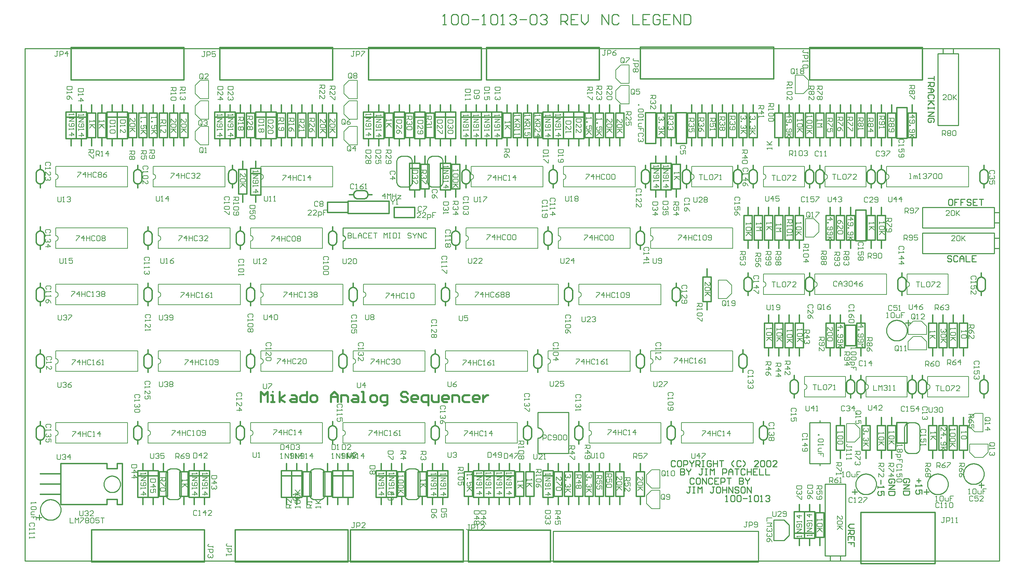
<source format=gto>
*%FSLAX23Y23*%
*%MOIN*%
G01*
%ADD11C,0.006*%
%ADD12C,0.007*%
%ADD13C,0.008*%
%ADD14C,0.010*%
%ADD15C,0.012*%
%ADD16C,0.020*%
%ADD17C,0.030*%
%ADD18C,0.032*%
%ADD19C,0.036*%
%ADD20C,0.040*%
%ADD21C,0.050*%
%ADD22C,0.052*%
%ADD23C,0.055*%
%ADD24C,0.056*%
%ADD25C,0.059*%
%ADD26C,0.062*%
%ADD27C,0.066*%
%ADD28C,0.070*%
%ADD29C,0.090*%
%ADD30C,0.120*%
%ADD31C,0.125*%
%ADD32C,0.129*%
%ADD33C,0.140*%
%ADD34C,0.160*%
%ADD35C,0.250*%
%ADD36C,0.250*%
%ADD37R,0.062X0.062*%
%ADD38R,0.066X0.066*%
%ADD39R,0.075X0.075*%
%ADD40R,0.079X0.079*%
%ADD41R,0.250X0.250*%
D11*
X4421Y5960D02*
Y5977D01*
Y5969D02*
Y5960D01*
Y5969D02*
X4471D01*
X4472D01*
X4471D02*
X4463Y5977D01*
Y5935D02*
X4471Y5927D01*
Y5910D01*
X4463Y5902D01*
X4429D01*
X4421Y5910D01*
Y5927D01*
X4429Y5935D01*
X4463D01*
X4454Y5885D02*
X4429D01*
X4421Y5877D01*
Y5852D01*
X4454D01*
X4471Y5835D02*
Y5802D01*
Y5835D02*
X4446D01*
Y5819D01*
Y5835D01*
X4421D01*
X4456Y5747D02*
X4448Y5739D01*
X4456Y5747D02*
Y5764D01*
X4448Y5772D01*
X4414D01*
X4406Y5764D01*
Y5747D01*
X4414Y5739D01*
X4406Y5722D02*
Y5705D01*
Y5714D01*
X4456D01*
X4457D01*
X4456D02*
X4448Y5722D01*
X4406Y5680D02*
Y5664D01*
Y5672D01*
X4456D01*
X4457D01*
X4456D02*
X4448Y5680D01*
X4406Y5639D02*
Y5622D01*
Y5630D01*
X4456D01*
X4457D01*
X4456D02*
X4448Y5639D01*
X4801Y5772D02*
Y5822D01*
Y5772D02*
X4834D01*
X4851D02*
Y5822D01*
X4868Y5805D01*
X4884Y5822D01*
Y5772D01*
X4901Y5822D02*
X4934D01*
Y5814D01*
X4901Y5780D01*
Y5772D01*
X4951Y5814D02*
X4959Y5822D01*
X4976D01*
X4984Y5814D01*
Y5805D01*
X4976Y5797D01*
X4984Y5789D01*
Y5780D01*
X4976Y5772D01*
X4959D01*
X4951Y5780D01*
Y5789D01*
X4959Y5797D01*
X4951Y5805D01*
Y5814D01*
X4959Y5797D02*
X4976D01*
X5001Y5814D02*
X5009Y5822D01*
X5026D01*
X5034Y5814D01*
Y5780D01*
X5026Y5772D01*
X5009D01*
X5001Y5780D01*
Y5814D01*
X5051Y5822D02*
X5084D01*
X5051D02*
Y5797D01*
X5068Y5805D01*
X5076D01*
X5084Y5797D01*
Y5780D01*
X5076Y5772D01*
X5059D01*
X5051Y5780D01*
X5101Y5822D02*
X5134D01*
X5118D01*
Y5772D01*
X4896Y5850D02*
Y5892D01*
Y5850D02*
X4904Y5842D01*
X4921D01*
X4929Y5850D01*
Y5892D01*
X4946Y5884D02*
X4954Y5892D01*
X4971D01*
X4979Y5884D01*
Y5875D01*
X4980D01*
X4979D02*
X4980D01*
X4979D02*
X4980D01*
X4979D02*
X4971Y5867D01*
X4963D01*
X4971D01*
X4979Y5859D01*
Y5850D01*
X4971Y5842D01*
X4954D01*
X4946Y5850D01*
X4996Y5842D02*
X5029D01*
X4996D02*
X5029Y5875D01*
Y5884D01*
X5021Y5892D01*
X5004D01*
X4996Y5884D01*
X4854Y7367D02*
X4821D01*
X4854D02*
Y7359D01*
X4821Y7325D01*
Y7317D01*
X4896D02*
Y7367D01*
X4871Y7342D01*
X4904D01*
X4921Y7367D02*
Y7317D01*
Y7342D01*
X4954D01*
Y7367D01*
Y7317D01*
X4996Y7367D02*
X5004Y7359D01*
X4996Y7367D02*
X4979D01*
X4971Y7359D01*
Y7325D01*
X4979Y7317D01*
X4996D01*
X5004Y7325D01*
X5021Y7317D02*
X5038D01*
X5029D01*
Y7367D01*
X5030D01*
X5029D02*
X5021Y7359D01*
X5079D02*
X5096Y7367D01*
X5079Y7359D02*
X5063Y7342D01*
Y7325D01*
X5071Y7317D01*
X5088D01*
X5096Y7325D01*
Y7334D01*
X5088Y7342D01*
X5063D01*
X5113Y7317D02*
X5129D01*
X5121D01*
Y7367D01*
X5122D01*
X5121D02*
X5113Y7359D01*
X4681Y7147D02*
Y7105D01*
X4689Y7097D01*
X4706D01*
X4714Y7105D01*
Y7147D01*
X4731Y7139D02*
X4739Y7147D01*
X4756D01*
X4764Y7139D01*
Y7130D01*
X4765D01*
X4764D02*
X4765D01*
X4764D02*
X4765D01*
X4764D02*
X4756Y7122D01*
X4748D01*
X4756D01*
X4764Y7114D01*
Y7105D01*
X4756Y7097D01*
X4739D01*
X4731Y7105D01*
X4798Y7139D02*
X4814Y7147D01*
X4798Y7139D02*
X4781Y7122D01*
Y7105D01*
X4789Y7097D01*
X4806D01*
X4814Y7105D01*
Y7114D01*
X4806Y7122D01*
X4781D01*
X4616Y6712D02*
X4608Y6704D01*
X4616Y6712D02*
Y6729D01*
X4608Y6737D01*
X4574D01*
X4566Y6729D01*
Y6712D01*
X4574Y6704D01*
X4566Y6687D02*
Y6670D01*
Y6679D01*
X4616D01*
X4617D01*
X4616D02*
X4608Y6687D01*
Y6645D02*
X4616Y6637D01*
Y6620D01*
X4608Y6612D01*
X4599D01*
X4600D01*
X4599D02*
X4600D01*
X4599D02*
X4600D01*
X4599D02*
X4591Y6620D01*
Y6629D01*
Y6620D01*
X4583Y6612D01*
X4574D01*
X4566Y6620D01*
Y6637D01*
X4574Y6645D01*
X4616Y6595D02*
Y6562D01*
Y6595D02*
X4591D01*
X4599Y6579D01*
Y6570D01*
X4591Y6562D01*
X4574D01*
X4566Y6570D01*
Y6587D01*
X4574Y6595D01*
X4826Y6667D02*
X4859D01*
Y6659D01*
X4826Y6625D01*
Y6617D01*
X4901D02*
Y6667D01*
X4876Y6642D01*
X4909D01*
X4926Y6667D02*
Y6617D01*
Y6642D01*
X4959D01*
Y6667D01*
Y6617D01*
X5001Y6667D02*
X5009Y6659D01*
X5001Y6667D02*
X4984D01*
X4976Y6659D01*
Y6625D01*
X4984Y6617D01*
X5001D01*
X5009Y6625D01*
X5026Y6617D02*
X5043D01*
X5034D01*
Y6667D01*
X5035D01*
X5034D02*
X5026Y6659D01*
X5093Y6667D02*
Y6617D01*
X5068Y6642D02*
X5093Y6667D01*
X5101Y6642D02*
X5068D01*
X4676Y6442D02*
Y6400D01*
X4684Y6392D01*
X4701D01*
X4709Y6400D01*
Y6442D01*
X4726Y6434D02*
X4734Y6442D01*
X4751D01*
X4759Y6434D01*
Y6425D01*
X4760D01*
X4759D02*
X4760D01*
X4759D02*
X4760D01*
X4759D02*
X4751Y6417D01*
X4743D01*
X4751D01*
X4759Y6409D01*
Y6400D01*
X4751Y6392D01*
X4734D01*
X4726Y6400D01*
X4801Y6392D02*
Y6442D01*
X4776Y6417D01*
X4809D01*
X4613Y7364D02*
X4621Y7372D01*
Y7389D01*
X4613Y7397D01*
X4579D01*
X4571Y7389D01*
Y7372D01*
X4579Y7364D01*
X4571Y7347D02*
Y7330D01*
Y7339D01*
X4621D01*
X4622D01*
X4621D02*
X4613Y7347D01*
X4571Y7305D02*
Y7272D01*
Y7305D02*
X4604Y7272D01*
X4613D01*
X4621Y7280D01*
Y7297D01*
X4613Y7305D01*
X4603Y8604D02*
X4611Y8612D01*
Y8629D01*
X4603Y8637D01*
X4569D01*
X4561Y8629D01*
Y8612D01*
X4569Y8604D01*
X4561Y8587D02*
Y8570D01*
Y8579D01*
X4611D01*
X4612D01*
X4611D02*
X4603Y8587D01*
Y8545D02*
X4611Y8537D01*
Y8520D01*
X4603Y8512D01*
X4594D01*
X4595D01*
X4594D02*
X4595D01*
X4594D02*
X4595D01*
X4594D02*
X4586Y8520D01*
Y8529D01*
Y8520D01*
X4578Y8512D01*
X4569D01*
X4561Y8520D01*
Y8537D01*
X4569Y8545D01*
X4561Y8470D02*
X4611D01*
X4586Y8495D01*
Y8462D01*
X4861Y8577D02*
X4894D01*
Y8569D01*
X4861Y8535D01*
Y8527D01*
X4936D02*
Y8577D01*
X4911Y8552D01*
X4944D01*
X4961Y8577D02*
Y8527D01*
Y8552D01*
X4994D01*
Y8577D01*
Y8527D01*
X5036Y8577D02*
X5044Y8569D01*
X5036Y8577D02*
X5019D01*
X5011Y8569D01*
Y8535D01*
X5019Y8527D01*
X5036D01*
X5044Y8535D01*
X5061Y8569D02*
X5069Y8577D01*
X5086D01*
X5094Y8569D01*
Y8535D01*
X5086Y8527D01*
X5069D01*
X5061Y8535D01*
Y8569D01*
X5111D02*
X5119Y8577D01*
X5136D01*
X5144Y8569D01*
Y8560D01*
X5136Y8552D01*
X5144Y8544D01*
Y8535D01*
X5136Y8527D01*
X5119D01*
X5111Y8535D01*
Y8544D01*
X5119Y8552D01*
X5111Y8560D01*
Y8569D01*
X5119Y8552D02*
X5136D01*
X4701Y8357D02*
Y8315D01*
X4709Y8307D01*
X4726D01*
X4734Y8315D01*
Y8357D01*
X4751Y8307D02*
X4768D01*
X4759D01*
Y8357D01*
X4760D01*
X4759D02*
X4751Y8349D01*
X4793Y8357D02*
X4826D01*
X4793D02*
Y8332D01*
X4809Y8340D01*
X4818D01*
X4826Y8332D01*
Y8315D01*
X4818Y8307D01*
X4801D01*
X4793Y8315D01*
X4616Y8062D02*
X4608Y8054D01*
X4616Y8062D02*
Y8079D01*
X4608Y8087D01*
X4574D01*
X4566Y8079D01*
Y8062D01*
X4574Y8054D01*
X4566Y8037D02*
Y8020D01*
Y8029D01*
X4616D01*
X4617D01*
X4616D02*
X4608Y8037D01*
X4566Y7995D02*
Y7979D01*
Y7987D01*
X4616D01*
X4617D01*
X4616D02*
X4608Y7995D01*
Y7937D02*
X4616Y7920D01*
X4608Y7937D02*
X4591Y7954D01*
X4574D01*
X4566Y7945D01*
Y7929D01*
X4574Y7920D01*
X4583D01*
X4591Y7929D01*
Y7954D01*
X4816Y8032D02*
X4849D01*
Y8024D01*
X4816Y7990D01*
Y7982D01*
X4891D02*
Y8032D01*
X4866Y8007D01*
X4899D01*
X4916Y8032D02*
Y7982D01*
Y8007D01*
X4949D01*
Y8032D01*
Y7982D01*
X4991Y8032D02*
X4999Y8024D01*
X4991Y8032D02*
X4974D01*
X4966Y8024D01*
Y7990D01*
X4974Y7982D01*
X4991D01*
X4999Y7990D01*
X5016Y7982D02*
X5033D01*
X5024D01*
Y8032D01*
X5025D01*
X5024D02*
X5016Y8024D01*
X5058D02*
X5066Y8032D01*
X5083D01*
X5091Y8024D01*
Y8015D01*
X5092D01*
X5091D02*
X5092D01*
X5091D02*
X5092D01*
X5091D02*
X5083Y8007D01*
X5074D01*
X5083D01*
X5091Y7999D01*
Y7990D01*
X5083Y7982D01*
X5066D01*
X5058Y7990D01*
X5108Y8024D02*
X5116Y8032D01*
X5133D01*
X5141Y8024D01*
Y8015D01*
X5133Y8007D01*
X5141Y7999D01*
Y7990D01*
X5133Y7982D01*
X5116D01*
X5108Y7990D01*
Y7999D01*
X5116Y8007D01*
X5108Y8015D01*
Y8024D01*
X5116Y8007D02*
X5133D01*
X4686Y7802D02*
Y7760D01*
X4694Y7752D01*
X4711D01*
X4719Y7760D01*
Y7802D01*
X4736Y7794D02*
X4744Y7802D01*
X4761D01*
X4769Y7794D01*
Y7785D01*
X4770D01*
X4769D02*
X4770D01*
X4769D02*
X4770D01*
X4769D02*
X4761Y7777D01*
X4753D01*
X4761D01*
X4769Y7769D01*
Y7760D01*
X4761Y7752D01*
X4744D01*
X4736Y7760D01*
X4786Y7802D02*
X4819D01*
Y7794D01*
X4786Y7760D01*
Y7752D01*
X4876Y9197D02*
X4909D01*
Y9189D01*
X4876Y9155D01*
Y9147D01*
X4951D02*
Y9197D01*
X4926Y9172D01*
X4959D01*
X4976Y9197D02*
Y9147D01*
Y9172D01*
X5009D01*
Y9197D01*
Y9147D01*
X5051Y9197D02*
X5059Y9189D01*
X5051Y9197D02*
X5034D01*
X5026Y9189D01*
Y9155D01*
X5034Y9147D01*
X5051D01*
X5059Y9155D01*
X5076Y9189D02*
X5084Y9197D01*
X5101D01*
X5109Y9189D01*
Y9180D01*
X5101Y9172D01*
X5109Y9164D01*
Y9155D01*
X5101Y9147D01*
X5084D01*
X5076Y9155D01*
Y9164D01*
X5084Y9172D01*
X5076Y9180D01*
Y9189D01*
X5084Y9172D02*
X5101D01*
X5143Y9189D02*
X5159Y9197D01*
X5143Y9189D02*
X5126Y9172D01*
Y9155D01*
X5134Y9147D01*
X5151D01*
X5159Y9155D01*
Y9164D01*
X5151Y9172D01*
X5126D01*
X4681Y8957D02*
Y8915D01*
X4689Y8907D01*
X4706D01*
X4714Y8915D01*
Y8957D01*
X4731Y8907D02*
X4748D01*
X4739D01*
Y8957D01*
X4740D01*
X4739D02*
X4731Y8949D01*
X4773D02*
X4781Y8957D01*
X4798D01*
X4806Y8949D01*
Y8940D01*
X4807D01*
X4806D02*
X4807D01*
X4806D02*
X4807D01*
X4806D02*
X4798Y8932D01*
X4789D01*
X4798D01*
X4806Y8924D01*
Y8915D01*
X4798Y8907D01*
X4781D01*
X4773Y8915D01*
X4603Y9259D02*
X4611Y9267D01*
Y9284D01*
X4603Y9292D01*
X4569D01*
X4561Y9284D01*
Y9267D01*
X4569Y9259D01*
X4561Y9242D02*
Y9225D01*
Y9234D01*
X4611D01*
X4612D01*
X4611D02*
X4603Y9242D01*
X4561Y9200D02*
Y9167D01*
Y9200D02*
X4594Y9167D01*
X4603D01*
X4611Y9175D01*
Y9192D01*
X4603Y9200D01*
Y9150D02*
X4611Y9142D01*
Y9125D01*
X4603Y9117D01*
X4594D01*
X4595D01*
X4594D02*
X4595D01*
X4594D02*
X4595D01*
X4594D02*
X4586Y9125D01*
Y9134D01*
Y9125D01*
X4578Y9117D01*
X4569D01*
X4561Y9125D01*
Y9142D01*
X4569Y9150D01*
X4791Y9750D02*
Y9767D01*
Y9759D02*
Y9750D01*
Y9759D02*
X4841D01*
X4842D01*
X4841D02*
X4833Y9767D01*
X4841Y9725D02*
X4791D01*
Y9692D02*
X4841Y9725D01*
Y9692D02*
X4791D01*
X4799Y9675D02*
X4791Y9667D01*
Y9650D01*
X4799Y9642D01*
X4833D01*
X4841Y9650D01*
Y9667D01*
X4833Y9675D01*
X4824D01*
X4816Y9667D01*
Y9642D01*
X4791Y9625D02*
Y9609D01*
Y9617D01*
X4841D01*
X4842D01*
X4841D02*
X4833Y9625D01*
X4841Y9559D02*
X4791D01*
X4816Y9584D02*
X4841Y9559D01*
X4816Y9550D02*
Y9584D01*
X4821Y10032D02*
X4771D01*
Y10007D01*
X4779Y9999D01*
X4813D01*
X4821Y10007D01*
Y10032D01*
X4771Y9982D02*
Y9965D01*
Y9974D01*
X4821D01*
X4822D01*
X4821D02*
X4813Y9982D01*
Y9924D02*
X4821Y9907D01*
X4813Y9924D02*
X4796Y9940D01*
X4779D01*
X4771Y9932D01*
Y9915D01*
X4779Y9907D01*
X4788D01*
X4796Y9915D01*
Y9940D01*
X4886Y9762D02*
Y9745D01*
Y9754D01*
X4936D01*
X4937D01*
X4936D02*
X4928Y9762D01*
X4936Y9720D02*
X4886D01*
Y9687D02*
X4936Y9720D01*
Y9687D02*
X4886D01*
X4894Y9670D02*
X4886Y9662D01*
Y9645D01*
X4894Y9637D01*
X4928D01*
X4936Y9645D01*
Y9662D01*
X4928Y9670D01*
X4919D01*
X4911Y9662D01*
Y9637D01*
X4886Y9620D02*
Y9604D01*
Y9612D01*
X4936D01*
X4937D01*
X4936D02*
X4928Y9620D01*
X4936Y9554D02*
X4886D01*
X4911Y9579D02*
X4936Y9554D01*
X4911Y9545D02*
Y9579D01*
X4931Y10012D02*
X4881D01*
Y9987D01*
X4889Y9979D01*
X4923D01*
X4931Y9987D01*
Y10012D01*
X4881Y9962D02*
Y9945D01*
Y9954D01*
X4931D01*
X4932D01*
X4931D02*
X4923Y9962D01*
X4931Y9895D02*
X4881D01*
X4906Y9920D02*
X4931Y9895D01*
X4906Y9887D02*
Y9920D01*
X5681Y6217D02*
X5731D01*
Y6192D01*
X5723Y6184D01*
X5706D01*
X5698Y6192D01*
Y6217D01*
Y6200D02*
X5681Y6184D01*
X5731Y6167D02*
Y6134D01*
X5723D01*
X5689Y6167D01*
X5681D01*
X5723Y6117D02*
X5731Y6109D01*
Y6092D01*
X5723Y6084D01*
X5689D01*
X5681Y6092D01*
Y6109D01*
X5689Y6117D01*
X5723D01*
X5896Y6180D02*
Y6197D01*
Y6189D02*
Y6180D01*
Y6189D02*
X5946D01*
X5947D01*
X5946D02*
X5938Y6197D01*
X5946Y6155D02*
X5896D01*
X5913D01*
X5946Y6122D01*
X5921Y6147D01*
X5896Y6122D01*
X5831Y6402D02*
Y6452D01*
X5856D01*
X5864Y6444D01*
Y6427D01*
X5856Y6419D01*
X5831D01*
X5848D02*
X5864Y6402D01*
X5898Y6444D02*
X5914Y6452D01*
X5898Y6444D02*
X5881Y6427D01*
Y6410D01*
X5889Y6402D01*
X5906D01*
X5914Y6410D01*
Y6419D01*
X5906Y6427D01*
X5881D01*
X5931Y6410D02*
X5939Y6402D01*
X5956D01*
X5964Y6410D01*
Y6444D01*
X5956Y6452D01*
X5939D01*
X5931Y6444D01*
Y6435D01*
X5939Y6427D01*
X5964D01*
X6196Y5550D02*
Y5534D01*
Y5542D02*
Y5550D01*
Y5542D02*
X6154D01*
X6146Y5550D01*
Y5559D01*
X6154Y5567D01*
X6146Y5517D02*
X6196D01*
Y5492D01*
X6188Y5484D01*
X6171D01*
X6163Y5492D01*
Y5517D01*
X6188Y5467D02*
X6196Y5459D01*
Y5442D01*
X6188Y5434D01*
X6179D01*
X6180D01*
X6179D02*
X6180D01*
X6179D02*
X6180D01*
X6179D02*
X6171Y5442D01*
Y5450D01*
Y5442D01*
X6163Y5434D01*
X6154D01*
X6146Y5442D01*
Y5459D01*
X6154Y5467D01*
X5636Y6202D02*
X5586D01*
Y6177D01*
X5594Y6169D01*
X5628D01*
X5636Y6177D01*
Y6202D01*
Y6127D02*
X5586D01*
X5611Y6152D02*
X5636Y6127D01*
X5611Y6119D02*
Y6152D01*
X5636Y6102D02*
Y6069D01*
Y6102D02*
X5611D01*
X5619Y6085D01*
Y6077D01*
X5611Y6069D01*
X5594D01*
X5586Y6077D01*
Y6094D01*
X5594Y6102D01*
X5921Y7367D02*
X5954D01*
Y7359D01*
X5921Y7325D01*
Y7317D01*
X5996D02*
Y7367D01*
X5971Y7342D01*
X6004D01*
X6021Y7367D02*
Y7317D01*
Y7342D01*
X6054D01*
Y7367D01*
Y7317D01*
X6096Y7367D02*
X6104Y7359D01*
X6096Y7367D02*
X6079D01*
X6071Y7359D01*
Y7325D01*
X6079Y7317D01*
X6096D01*
X6104Y7325D01*
X6121Y7317D02*
X6138D01*
X6129D01*
Y7367D01*
X6130D01*
X6129D02*
X6121Y7359D01*
X6163D02*
X6171Y7367D01*
X6188D01*
X6196Y7359D01*
Y7325D01*
X6188Y7317D01*
X6171D01*
X6163Y7325D01*
Y7359D01*
X6213Y7325D02*
X6221Y7317D01*
X6238D01*
X6246Y7325D01*
Y7359D01*
X6238Y7367D01*
X6221D01*
X6213Y7359D01*
Y7350D01*
X6221Y7342D01*
X6246D01*
X5671Y7152D02*
Y7110D01*
X5679Y7102D01*
X5696D01*
X5704Y7110D01*
Y7152D01*
X5721Y7144D02*
X5729Y7152D01*
X5746D01*
X5754Y7144D01*
Y7135D01*
X5755D01*
X5754D02*
X5755D01*
X5754D02*
X5755D01*
X5754D02*
X5746Y7127D01*
X5738D01*
X5746D01*
X5754Y7119D01*
Y7110D01*
X5746Y7102D01*
X5729D01*
X5721Y7110D01*
X5771Y7144D02*
X5779Y7152D01*
X5796D01*
X5804Y7144D01*
Y7135D01*
X5796Y7127D01*
X5804Y7119D01*
Y7110D01*
X5796Y7102D01*
X5779D01*
X5771Y7110D01*
Y7119D01*
X5779Y7127D01*
X5771Y7135D01*
Y7144D01*
X5779Y7127D02*
X5796D01*
X5581Y7132D02*
X5573Y7124D01*
X5581Y7132D02*
Y7149D01*
X5573Y7157D01*
X5539D01*
X5531Y7149D01*
Y7132D01*
X5539Y7124D01*
X5531Y7107D02*
Y7090D01*
Y7099D01*
X5581D01*
X5582D01*
X5581D02*
X5573Y7107D01*
X5531Y7065D02*
Y7032D01*
Y7065D02*
X5564Y7032D01*
X5573D01*
X5581Y7040D01*
Y7057D01*
X5573Y7065D01*
X5581Y7015D02*
Y6982D01*
Y7015D02*
X5556D01*
X5564Y6999D01*
Y6990D01*
X5556Y6982D01*
X5539D01*
X5531Y6990D01*
Y7007D01*
X5539Y7015D01*
X6468Y7009D02*
X6476Y7017D01*
Y7034D01*
X6468Y7042D01*
X6434D01*
X6426Y7034D01*
Y7017D01*
X6434Y7009D01*
X6426Y6992D02*
Y6975D01*
Y6984D01*
X6476D01*
X6477D01*
X6476D02*
X6468Y6992D01*
X6426Y6950D02*
Y6917D01*
Y6950D02*
X6459Y6917D01*
X6468D01*
X6476Y6925D01*
Y6942D01*
X6468Y6950D01*
X6476Y6875D02*
X6426D01*
X6451Y6900D02*
X6476Y6875D01*
X6451Y6867D02*
Y6900D01*
X5829Y6677D02*
X5796D01*
X5829D02*
Y6669D01*
X5796Y6635D01*
Y6627D01*
X5871D02*
Y6677D01*
X5846Y6652D01*
X5879D01*
X5896Y6677D02*
Y6627D01*
Y6652D01*
X5929D01*
Y6677D01*
Y6627D01*
X5971Y6677D02*
X5979Y6669D01*
X5971Y6677D02*
X5954D01*
X5946Y6669D01*
Y6635D01*
X5954Y6627D01*
X5971D01*
X5979Y6635D01*
X5996Y6627D02*
X6013D01*
X6004D01*
Y6677D01*
X6005D01*
X6004D02*
X5996Y6669D01*
X6038D02*
X6046Y6677D01*
X6063D01*
X6071Y6669D01*
Y6635D01*
X6063Y6627D01*
X6046D01*
X6038Y6635D01*
Y6669D01*
X6088Y6635D02*
X6096Y6627D01*
X6113D01*
X6121Y6635D01*
Y6669D01*
X6113Y6677D01*
X6096D01*
X6088Y6669D01*
Y6660D01*
X6096Y6652D01*
X6121D01*
X5586Y6452D02*
Y6410D01*
X5594Y6402D01*
X5611D01*
X5619Y6410D01*
Y6452D01*
X5636Y6444D02*
X5644Y6452D01*
X5661D01*
X5669Y6444D01*
Y6435D01*
X5670D01*
X5669D02*
X5670D01*
X5669D02*
X5670D01*
X5669D02*
X5661Y6427D01*
X5653D01*
X5661D01*
X5669Y6419D01*
Y6410D01*
X5661Y6402D01*
X5644D01*
X5636Y6410D01*
X5686Y6452D02*
X5719D01*
X5686D02*
Y6427D01*
X5703Y6435D01*
X5711D01*
X5719Y6427D01*
Y6410D01*
X5711Y6402D01*
X5694D01*
X5686Y6410D01*
X5473Y6994D02*
X5481Y7002D01*
Y7019D01*
X5473Y7027D01*
X5439D01*
X5431Y7019D01*
Y7002D01*
X5439Y6994D01*
X5431Y6977D02*
Y6960D01*
Y6969D01*
X5481D01*
X5482D01*
X5481D02*
X5473Y6977D01*
Y6935D02*
X5481Y6927D01*
Y6910D01*
X5473Y6902D01*
X5464D01*
X5465D01*
X5464D02*
X5465D01*
X5464D02*
X5465D01*
X5464D02*
X5456Y6910D01*
Y6919D01*
Y6910D01*
X5448Y6902D01*
X5439D01*
X5431Y6910D01*
Y6927D01*
X5439Y6935D01*
X5473Y6885D02*
X5481Y6877D01*
Y6860D01*
X5473Y6852D01*
X5439D01*
X5431Y6860D01*
Y6877D01*
X5439Y6885D01*
X5473D01*
X6091Y6262D02*
Y6245D01*
Y6254D01*
X6141D01*
X6142D01*
X6141D02*
X6133Y6262D01*
X6141Y6220D02*
X6091D01*
Y6187D02*
X6141Y6220D01*
Y6187D02*
X6091D01*
X6099Y6170D02*
X6091Y6162D01*
Y6145D01*
X6099Y6137D01*
X6133D01*
X6141Y6145D01*
Y6162D01*
X6133Y6170D01*
X6124D01*
X6116Y6162D01*
Y6137D01*
X6091Y6120D02*
Y6104D01*
Y6112D01*
X6141D01*
X6142D01*
X6141D02*
X6133Y6120D01*
X6141Y6054D02*
X6091D01*
X6116Y6079D02*
X6141Y6054D01*
X6116Y6045D02*
Y6079D01*
X6181Y6237D02*
X6231D01*
X6181D02*
Y6212D01*
X6189Y6204D01*
X6223D01*
X6231Y6212D01*
Y6237D01*
Y6162D02*
X6181D01*
X6206Y6187D02*
X6231Y6162D01*
X6206Y6154D02*
Y6187D01*
X6223Y6137D02*
X6231Y6129D01*
Y6112D01*
X6223Y6104D01*
X6214D01*
X6215D01*
X6214D02*
X6215D01*
X6214D02*
X6215D01*
X6214D02*
X6206Y6112D01*
Y6120D01*
Y6112D01*
X6198Y6104D01*
X6189D01*
X6181Y6112D01*
Y6129D01*
X6189Y6137D01*
X5991Y6245D02*
Y6262D01*
Y6254D02*
Y6245D01*
Y6254D02*
X6041D01*
X6042D01*
X6041D02*
X6033Y6262D01*
X6041Y6220D02*
X5991D01*
Y6187D02*
X6041Y6220D01*
Y6187D02*
X5991D01*
X5999Y6170D02*
X5991Y6162D01*
Y6145D01*
X5999Y6137D01*
X6033D01*
X6041Y6145D01*
Y6162D01*
X6033Y6170D01*
X6024D01*
X6016Y6162D01*
Y6137D01*
X5991Y6120D02*
Y6104D01*
Y6112D01*
X6041D01*
X6042D01*
X6041D02*
X6033Y6120D01*
X6041Y6054D02*
X5991D01*
X6016Y6079D02*
X6041Y6054D01*
X6016Y6045D02*
Y6079D01*
X6006Y6407D02*
Y6457D01*
Y6407D02*
X6031D01*
X6039Y6415D01*
Y6449D01*
X6031Y6457D01*
X6006D01*
X6081D02*
Y6407D01*
X6056Y6432D02*
X6081Y6457D01*
X6089Y6432D02*
X6056D01*
X6106Y6407D02*
X6139D01*
X6106D02*
X6139Y6440D01*
Y6449D01*
X6131Y6457D01*
X6114D01*
X6106Y6449D01*
X5491Y6262D02*
Y6245D01*
Y6254D01*
X5541D01*
X5542D01*
X5541D02*
X5533Y6262D01*
X5541Y6220D02*
X5491D01*
Y6187D02*
X5541Y6220D01*
Y6187D02*
X5491D01*
X5499Y6170D02*
X5491Y6162D01*
Y6145D01*
X5499Y6137D01*
X5533D01*
X5541Y6145D01*
Y6162D01*
X5533Y6170D01*
X5524D01*
X5516Y6162D01*
Y6137D01*
X5491Y6120D02*
Y6104D01*
Y6112D01*
X5541D01*
X5542D01*
X5541D02*
X5533Y6120D01*
X5541Y6054D02*
X5491D01*
X5516Y6079D02*
X5541Y6054D01*
X5516Y6045D02*
Y6079D01*
X5451Y6342D02*
X5401D01*
Y6317D01*
X5409Y6309D01*
X5443D01*
X5451Y6317D01*
Y6342D01*
Y6267D02*
X5401D01*
X5426Y6292D02*
X5451Y6267D01*
X5426Y6259D02*
Y6292D01*
X5401Y6217D02*
X5451D01*
X5426Y6242D01*
Y6209D01*
X6031Y5897D02*
X6039Y5889D01*
X6031Y5897D02*
X6014D01*
X6006Y5889D01*
Y5855D01*
X6014Y5847D01*
X6031D01*
X6039Y5855D01*
X6056Y5847D02*
X6073D01*
X6064D01*
Y5897D01*
X6065D01*
X6064D02*
X6056Y5889D01*
X6123Y5897D02*
Y5847D01*
X6098Y5872D02*
X6123Y5897D01*
X6131Y5872D02*
X6098D01*
X6148Y5847D02*
X6181D01*
X6148D02*
X6181Y5880D01*
Y5889D01*
X6173Y5897D01*
X6156D01*
X6148Y5889D01*
X6488Y8314D02*
X6496Y8322D01*
Y8339D01*
X6488Y8347D01*
X6454D01*
X6446Y8339D01*
Y8322D01*
X6454Y8314D01*
X6446Y8297D02*
Y8280D01*
Y8289D01*
X6496D01*
X6497D01*
X6496D02*
X6488Y8297D01*
Y8255D02*
X6496Y8247D01*
Y8230D01*
X6488Y8222D01*
X6454D01*
X6446Y8230D01*
Y8247D01*
X6454Y8255D01*
X6488D01*
X6446Y8205D02*
Y8189D01*
Y8197D01*
X6496D01*
X6497D01*
X6496D02*
X6488Y8205D01*
X5576Y8342D02*
X5568Y8334D01*
X5576Y8342D02*
Y8359D01*
X5568Y8367D01*
X5534D01*
X5526Y8359D01*
Y8342D01*
X5534Y8334D01*
X5526Y8317D02*
Y8300D01*
Y8309D01*
X5576D01*
X5577D01*
X5576D02*
X5568Y8317D01*
X5526Y8275D02*
Y8259D01*
Y8267D01*
X5576D01*
X5577D01*
X5576D02*
X5568Y8275D01*
Y8234D02*
X5576Y8225D01*
Y8209D01*
X5568Y8200D01*
X5559D01*
X5560D01*
X5559D02*
X5560D01*
X5559D02*
X5560D01*
X5559D02*
X5551Y8209D01*
Y8217D01*
Y8209D01*
X5543Y8200D01*
X5534D01*
X5526Y8209D01*
Y8225D01*
X5534Y8234D01*
X5861Y8577D02*
X5894D01*
Y8569D01*
X5861Y8535D01*
Y8527D01*
X5936D02*
Y8577D01*
X5911Y8552D01*
X5944D01*
X5961Y8577D02*
Y8527D01*
Y8552D01*
X5994D01*
Y8577D01*
Y8527D01*
X6036Y8577D02*
X6044Y8569D01*
X6036Y8577D02*
X6019D01*
X6011Y8569D01*
Y8535D01*
X6019Y8527D01*
X6036D01*
X6044Y8535D01*
X6061Y8569D02*
X6069Y8577D01*
X6086D01*
X6094Y8569D01*
Y8560D01*
X6095D01*
X6094D02*
X6095D01*
X6094D02*
X6095D01*
X6094D02*
X6086Y8552D01*
X6078D01*
X6086D01*
X6094Y8544D01*
Y8535D01*
X6086Y8527D01*
X6069D01*
X6061Y8535D01*
X6111Y8527D02*
X6144D01*
X6111D02*
X6144Y8560D01*
Y8569D01*
X6136Y8577D01*
X6119D01*
X6111Y8569D01*
X5686Y8357D02*
Y8315D01*
X5694Y8307D01*
X5711D01*
X5719Y8315D01*
Y8357D01*
X5736Y8307D02*
X5753D01*
X5744D01*
Y8357D01*
X5745D01*
X5744D02*
X5736Y8349D01*
X5794D02*
X5811Y8357D01*
X5794Y8349D02*
X5778Y8332D01*
Y8315D01*
X5786Y8307D01*
X5803D01*
X5811Y8315D01*
Y8324D01*
X5803Y8332D01*
X5778D01*
X5786Y9187D02*
X5819D01*
Y9179D01*
X5786Y9145D01*
Y9137D01*
X5861D02*
Y9187D01*
X5836Y9162D01*
X5869D01*
X5886Y9187D02*
Y9137D01*
Y9162D01*
X5919D01*
Y9187D01*
Y9137D01*
X5961Y9187D02*
X5969Y9179D01*
X5961Y9187D02*
X5944D01*
X5936Y9179D01*
Y9145D01*
X5944Y9137D01*
X5961D01*
X5969Y9145D01*
X5986Y9179D02*
X5994Y9187D01*
X6011D01*
X6019Y9179D01*
Y9170D01*
X6020D01*
X6019D02*
X6020D01*
X6019D02*
X6020D01*
X6019D02*
X6011Y9162D01*
X6003D01*
X6011D01*
X6019Y9154D01*
Y9145D01*
X6011Y9137D01*
X5994D01*
X5986Y9145D01*
X6036Y9137D02*
X6069D01*
X6036D02*
X6069Y9170D01*
Y9179D01*
X6061Y9187D01*
X6044D01*
X6036Y9179D01*
X5641Y8962D02*
Y8920D01*
X5649Y8912D01*
X5666D01*
X5674Y8920D01*
Y8962D01*
X5691Y8912D02*
X5708D01*
X5699D01*
Y8962D01*
X5700D01*
X5699D02*
X5691Y8954D01*
X5758Y8962D02*
Y8912D01*
X5733Y8937D02*
X5758Y8962D01*
X5766Y8937D02*
X5733D01*
X5586Y7782D02*
X5578Y7774D01*
X5586Y7782D02*
Y7799D01*
X5578Y7807D01*
X5544D01*
X5536Y7799D01*
Y7782D01*
X5544Y7774D01*
X5536Y7757D02*
Y7740D01*
Y7749D01*
X5586D01*
X5587D01*
X5586D02*
X5578Y7757D01*
X5536Y7715D02*
Y7682D01*
Y7715D02*
X5569Y7682D01*
X5578D01*
X5586Y7690D01*
Y7707D01*
X5578Y7715D01*
X5536Y7665D02*
Y7649D01*
Y7657D01*
X5586D01*
X5587D01*
X5586D02*
X5578Y7665D01*
X5881Y8022D02*
X5914D01*
Y8014D01*
X5881Y7980D01*
Y7972D01*
X5956D02*
Y8022D01*
X5931Y7997D01*
X5964D01*
X5981Y8022D02*
Y7972D01*
Y7997D01*
X6014D01*
Y8022D01*
Y7972D01*
X6056Y8022D02*
X6064Y8014D01*
X6056Y8022D02*
X6039D01*
X6031Y8014D01*
Y7980D01*
X6039Y7972D01*
X6056D01*
X6064Y7980D01*
X6081Y7972D02*
X6098D01*
X6089D01*
Y8022D01*
X6090D01*
X6089D02*
X6081Y8014D01*
X6139D02*
X6156Y8022D01*
X6139Y8014D02*
X6123Y7997D01*
Y7980D01*
X6131Y7972D01*
X6148D01*
X6156Y7980D01*
Y7989D01*
X6148Y7997D01*
X6123D01*
X6173Y7972D02*
X6189D01*
X6181D01*
Y8022D01*
X6182D01*
X6181D02*
X6173Y8014D01*
X5671Y7802D02*
Y7760D01*
X5679Y7752D01*
X5696D01*
X5704Y7760D01*
Y7802D01*
X5721Y7794D02*
X5729Y7802D01*
X5746D01*
X5754Y7794D01*
Y7785D01*
X5755D01*
X5754D02*
X5755D01*
X5754D02*
X5755D01*
X5754D02*
X5746Y7777D01*
X5738D01*
X5746D01*
X5754Y7769D01*
Y7760D01*
X5746Y7752D01*
X5729D01*
X5721Y7760D01*
X5771D02*
X5779Y7752D01*
X5796D01*
X5804Y7760D01*
Y7794D01*
X5796Y7802D01*
X5779D01*
X5771Y7794D01*
Y7785D01*
X5779Y7777D01*
X5804D01*
X4684Y10377D02*
X4668D01*
X4676D01*
Y10335D01*
X4668Y10327D01*
X4659D01*
X4651Y10335D01*
X4701Y10327D02*
Y10377D01*
X4726D01*
X4734Y10369D01*
Y10352D01*
X4726Y10344D01*
X4701D01*
X4776Y10327D02*
Y10377D01*
X4751Y10352D01*
X4784D01*
X5291Y9707D02*
X5341D01*
X5291D02*
Y9682D01*
X5299Y9674D01*
X5333D01*
X5341Y9682D01*
Y9707D01*
X5291Y9657D02*
Y9640D01*
Y9649D01*
X5341D01*
X5342D01*
X5341D02*
X5333Y9657D01*
X5291Y9615D02*
Y9582D01*
Y9615D02*
X5324Y9582D01*
X5333D01*
X5341Y9590D01*
Y9607D01*
X5333Y9615D01*
X6348Y8924D02*
X6356Y8932D01*
Y8949D01*
X6348Y8957D01*
X6314D01*
X6306Y8949D01*
Y8932D01*
X6314Y8924D01*
X6306Y8907D02*
Y8890D01*
Y8899D01*
X6356D01*
X6357D01*
X6356D02*
X6348Y8907D01*
Y8865D02*
X6356Y8857D01*
Y8840D01*
X6348Y8832D01*
X6314D01*
X6306Y8840D01*
Y8857D01*
X6314Y8865D01*
X6348D01*
X6356Y8815D02*
Y8782D01*
X6348D01*
X6314Y8815D01*
X6306D01*
X5561Y9232D02*
X5553Y9224D01*
X5561Y9232D02*
Y9249D01*
X5553Y9257D01*
X5519D01*
X5511Y9249D01*
Y9232D01*
X5519Y9224D01*
X5511Y9207D02*
Y9190D01*
Y9199D01*
X5561D01*
X5562D01*
X5561D02*
X5553Y9207D01*
Y9165D02*
X5561Y9157D01*
Y9140D01*
X5553Y9132D01*
X5519D01*
X5511Y9140D01*
Y9157D01*
X5519Y9165D01*
X5553D01*
X5511Y9115D02*
Y9082D01*
Y9115D02*
X5544Y9082D01*
X5553D01*
X5561Y9090D01*
Y9107D01*
X5553Y9115D01*
X6099Y10115D02*
Y10149D01*
X6091Y10157D01*
X6074D01*
X6066Y10149D01*
Y10115D01*
X6074Y10107D01*
X6091D01*
X6099D02*
X6083Y10124D01*
X6091Y10107D02*
X6099Y10115D01*
X6116Y10107D02*
X6149D01*
X6116D02*
X6149Y10140D01*
Y10149D01*
X6141Y10157D01*
X6124D01*
X6116Y10149D01*
X6089Y9694D02*
Y9660D01*
Y9694D02*
X6081Y9702D01*
X6064D01*
X6056Y9694D01*
Y9660D01*
X6064Y9652D01*
X6081D01*
X6089D02*
X6073Y9669D01*
X6081Y9652D02*
X6089Y9660D01*
X6106Y9694D02*
X6114Y9702D01*
X6131D01*
X6139Y9694D01*
Y9685D01*
X6140D01*
X6139D02*
X6140D01*
X6139D02*
X6140D01*
X6139D02*
X6131Y9677D01*
X6123D01*
X6131D01*
X6139Y9669D01*
Y9660D01*
X6131Y9652D01*
X6114D01*
X6106Y9660D01*
X6099Y9429D02*
Y9395D01*
Y9429D02*
X6091Y9437D01*
X6074D01*
X6066Y9429D01*
Y9395D01*
X6074Y9387D01*
X6091D01*
X6099D02*
X6083Y9404D01*
X6091Y9387D02*
X6099Y9395D01*
X6116Y9387D02*
X6133D01*
X6124D01*
Y9437D01*
X6125D01*
X6124D02*
X6116Y9429D01*
X5886Y9684D02*
Y9717D01*
X5919Y9684D01*
X5928D01*
X5936Y9692D01*
Y9709D01*
X5928Y9717D01*
Y9667D02*
X5936Y9659D01*
Y9642D01*
X5928Y9634D01*
X5894D01*
X5886Y9642D01*
Y9659D01*
X5894Y9667D01*
X5928D01*
X5936Y9617D02*
X5886D01*
X5903D01*
X5936Y9584D01*
X5911Y9609D01*
X5886Y9584D01*
X5876Y10027D02*
X5926D01*
Y10002D01*
X5918Y9994D01*
X5901D01*
X5893Y10002D01*
Y10027D01*
Y10010D02*
X5876Y9994D01*
Y9977D02*
Y9960D01*
Y9969D01*
X5926D01*
X5927D01*
X5926D02*
X5918Y9977D01*
Y9935D02*
X5926Y9927D01*
Y9910D01*
X5918Y9902D01*
X5909D01*
X5910D01*
X5909D02*
X5910D01*
X5909D02*
X5910D01*
X5909D02*
X5901Y9910D01*
Y9919D01*
Y9910D01*
X5893Y9902D01*
X5884D01*
X5876Y9910D01*
Y9927D01*
X5884Y9935D01*
X5786Y9717D02*
Y9684D01*
Y9717D02*
X5819Y9684D01*
X5828D01*
X5836Y9692D01*
Y9709D01*
X5828Y9717D01*
Y9667D02*
X5836Y9659D01*
Y9642D01*
X5828Y9634D01*
X5794D01*
X5786Y9642D01*
Y9659D01*
X5794Y9667D01*
X5828D01*
X5836Y9617D02*
X5786D01*
X5803D01*
X5836Y9584D01*
X5811Y9609D01*
X5786Y9584D01*
Y10022D02*
X5836D01*
Y9997D01*
X5828Y9989D01*
X5811D01*
X5803Y9997D01*
Y10022D01*
Y10005D02*
X5786Y9989D01*
Y9972D02*
Y9955D01*
Y9964D01*
X5836D01*
X5837D01*
X5836D02*
X5828Y9972D01*
Y9930D02*
X5836Y9922D01*
Y9905D01*
X5828Y9897D01*
X5794D01*
X5786Y9905D01*
Y9922D01*
X5794Y9930D01*
X5828D01*
X5386Y9722D02*
Y9689D01*
Y9722D02*
X5419Y9689D01*
X5428D01*
X5436Y9697D01*
Y9714D01*
X5428Y9722D01*
Y9672D02*
X5436Y9664D01*
Y9647D01*
X5428Y9639D01*
X5394D01*
X5386Y9647D01*
Y9664D01*
X5394Y9672D01*
X5428D01*
X5436Y9622D02*
X5386D01*
X5403D01*
X5436Y9589D01*
X5411Y9614D01*
X5386Y9589D01*
X5381Y9402D02*
X5431D01*
Y9377D01*
X5423Y9369D01*
X5406D01*
X5398Y9377D01*
Y9402D01*
Y9385D02*
X5381Y9369D01*
X5423Y9352D02*
X5431Y9344D01*
Y9327D01*
X5423Y9319D01*
X5414D01*
X5406Y9327D01*
X5398Y9319D01*
X5389D01*
X5381Y9327D01*
Y9344D01*
X5389Y9352D01*
X5398D01*
X5406Y9344D01*
X5414Y9352D01*
X5423D01*
X5406Y9344D02*
Y9327D01*
X6236Y9745D02*
Y9762D01*
Y9754D02*
Y9745D01*
Y9754D02*
X6286D01*
X6287D01*
X6286D02*
X6278Y9762D01*
X6286Y9720D02*
X6236D01*
Y9687D02*
X6286Y9720D01*
Y9687D02*
X6236D01*
X6244Y9670D02*
X6236Y9662D01*
Y9645D01*
X6244Y9637D01*
X6278D01*
X6286Y9645D01*
Y9662D01*
X6278Y9670D01*
X6269D01*
X6261Y9662D01*
Y9637D01*
X6236Y9620D02*
Y9604D01*
Y9612D01*
X6286D01*
X6287D01*
X6286D02*
X6278Y9620D01*
X6286Y9554D02*
X6236D01*
X6261Y9579D02*
X6286Y9554D01*
X6261Y9545D02*
Y9579D01*
X6241Y10032D02*
X6291D01*
X6241D02*
Y10007D01*
X6249Y9999D01*
X6283D01*
X6291Y10007D01*
Y10032D01*
X6241Y9982D02*
Y9949D01*
Y9982D02*
X6274Y9949D01*
X6283D01*
X6291Y9957D01*
Y9974D01*
X6283Y9982D01*
X6291Y9907D02*
X6241D01*
X6266Y9932D02*
X6291Y9907D01*
X6266Y9899D02*
Y9932D01*
X6341Y9762D02*
Y9745D01*
Y9754D01*
X6391D01*
X6392D01*
X6391D02*
X6383Y9762D01*
X6391Y9720D02*
X6341D01*
Y9687D02*
X6391Y9720D01*
Y9687D02*
X6341D01*
X6349Y9670D02*
X6341Y9662D01*
Y9645D01*
X6349Y9637D01*
X6383D01*
X6391Y9645D01*
Y9662D01*
X6383Y9670D01*
X6374D01*
X6366Y9662D01*
Y9637D01*
X6341Y9620D02*
Y9604D01*
Y9612D01*
X6391D01*
X6392D01*
X6391D02*
X6383Y9620D01*
X6391Y9554D02*
X6341D01*
X6366Y9579D02*
X6391Y9554D01*
X6366Y9545D02*
Y9579D01*
X6391Y10032D02*
X6341D01*
Y10007D01*
X6349Y9999D01*
X6383D01*
X6391Y10007D01*
Y10032D01*
X6341Y9982D02*
Y9949D01*
Y9982D02*
X6374Y9949D01*
X6383D01*
X6391Y9957D01*
Y9974D01*
X6383Y9982D01*
Y9932D02*
X6391Y9924D01*
Y9907D01*
X6383Y9899D01*
X6374D01*
X6375D01*
X6374D02*
X6375D01*
X6374D02*
X6375D01*
X6374D02*
X6366Y9907D01*
Y9915D01*
Y9907D01*
X6358Y9899D01*
X6349D01*
X6341Y9907D01*
Y9924D01*
X6349Y9932D01*
X6441Y9732D02*
X6491D01*
Y9707D01*
X6483Y9699D01*
X6466D01*
X6458Y9707D01*
Y9732D01*
Y9715D02*
X6441Y9699D01*
Y9682D02*
Y9665D01*
Y9674D01*
X6491D01*
X6492D01*
X6491D02*
X6483Y9682D01*
Y9640D02*
X6491Y9632D01*
Y9615D01*
X6483Y9607D01*
X6474D01*
X6466Y9615D01*
X6458Y9607D01*
X6449D01*
X6441Y9615D01*
Y9632D01*
X6449Y9640D01*
X6458D01*
X6466Y9632D01*
X6474Y9640D01*
X6483D01*
X6466Y9632D02*
Y9615D01*
X6119Y10372D02*
X6103D01*
X6111D01*
Y10330D01*
X6103Y10322D01*
X6094D01*
X6086Y10330D01*
X6136Y10322D02*
Y10372D01*
X6161D01*
X6169Y10364D01*
Y10347D01*
X6161Y10339D01*
X6136D01*
X6186Y10372D02*
X6219D01*
X6186D02*
Y10347D01*
X6203Y10355D01*
X6211D01*
X6219Y10347D01*
Y10330D01*
X6211Y10322D01*
X6194D01*
X6186Y10330D01*
X5241Y9702D02*
X5191D01*
Y9677D01*
X5199Y9669D01*
X5233D01*
X5241Y9677D01*
Y9702D01*
X5191Y9652D02*
Y9635D01*
Y9644D01*
X5241D01*
X5242D01*
X5241D02*
X5233Y9652D01*
Y9610D02*
X5241Y9602D01*
Y9585D01*
X5233Y9577D01*
X5199D01*
X5191Y9585D01*
Y9602D01*
X5199Y9610D01*
X5233D01*
X5686Y9707D02*
X5736D01*
Y9682D01*
X5728Y9674D01*
X5711D01*
X5703Y9682D01*
Y9707D01*
Y9690D02*
X5686Y9674D01*
Y9657D02*
Y9640D01*
Y9649D01*
X5736D01*
X5737D01*
X5736D02*
X5728Y9657D01*
X5686Y9615D02*
Y9582D01*
Y9615D02*
X5719Y9582D01*
X5728D01*
X5736Y9590D01*
Y9607D01*
X5728Y9615D01*
X5596Y9720D02*
Y9737D01*
Y9729D02*
Y9720D01*
Y9729D02*
X5646D01*
X5647D01*
X5646D02*
X5638Y9737D01*
X5604Y9695D02*
X5596D01*
X5604D02*
Y9687D01*
X5596D01*
Y9695D01*
X5646Y9654D02*
Y9620D01*
Y9654D02*
X5621D01*
X5629Y9637D01*
Y9629D01*
X5621Y9620D01*
X5604D01*
X5596Y9629D01*
Y9645D01*
X5604Y9654D01*
X5596Y9604D02*
X5646D01*
X5613D02*
X5596D01*
X5613D02*
X5646Y9570D01*
X5621Y9595D01*
X5596Y9570D01*
X5576Y9412D02*
X5626D01*
Y9387D01*
X5618Y9379D01*
X5601D01*
X5593Y9387D01*
Y9412D01*
Y9395D02*
X5576Y9379D01*
X5584Y9362D02*
X5576Y9354D01*
Y9337D01*
X5584Y9329D01*
X5618D01*
X5626Y9337D01*
Y9354D01*
X5618Y9362D01*
X5609D01*
X5601Y9354D01*
Y9329D01*
X5491Y9720D02*
Y9737D01*
Y9729D02*
Y9720D01*
Y9729D02*
X5541D01*
X5542D01*
X5541D02*
X5533Y9737D01*
X5499Y9695D02*
X5491D01*
X5499D02*
Y9687D01*
X5491D01*
Y9695D01*
X5541Y9654D02*
Y9620D01*
Y9654D02*
X5516D01*
X5524Y9637D01*
Y9629D01*
X5516Y9620D01*
X5499D01*
X5491Y9629D01*
Y9645D01*
X5499Y9654D01*
X5491Y9604D02*
X5541D01*
X5508D02*
X5491D01*
X5508D02*
X5541Y9570D01*
X5516Y9595D01*
X5491Y9570D01*
X5496Y9407D02*
X5546D01*
Y9382D01*
X5538Y9374D01*
X5521D01*
X5513Y9382D01*
Y9407D01*
Y9390D02*
X5496Y9374D01*
X5546Y9357D02*
Y9324D01*
Y9357D02*
X5521D01*
X5529Y9340D01*
Y9332D01*
X5521Y9324D01*
X5504D01*
X5496Y9332D01*
Y9349D01*
X5504Y9357D01*
X5086Y9685D02*
Y9702D01*
Y9694D02*
Y9685D01*
Y9694D02*
X5136D01*
X5137D01*
X5136D02*
X5128Y9702D01*
X5136Y9660D02*
X5086D01*
X5103D01*
X5136Y9627D01*
X5111Y9652D01*
X5086Y9627D01*
X5056Y9402D02*
Y9352D01*
Y9402D02*
X5081D01*
X5089Y9394D01*
Y9377D01*
X5081Y9369D01*
X5056D01*
X5073D02*
X5089Y9352D01*
X5106D02*
X5123D01*
X5114D01*
Y9402D01*
X5115D01*
X5114D02*
X5106Y9394D01*
X5173Y9402D02*
Y9352D01*
X5148Y9377D02*
X5173Y9402D01*
X5181Y9377D02*
X5148D01*
X4991Y9685D02*
Y9702D01*
Y9694D02*
Y9685D01*
Y9694D02*
X5041D01*
X5042D01*
X5041D02*
X5033Y9702D01*
X5041Y9660D02*
X4991D01*
X5008D01*
X5041Y9627D01*
X5016Y9652D01*
X4991Y9627D01*
X4981Y9417D02*
X5031D01*
Y9392D01*
X5023Y9384D01*
X5006D01*
X4998Y9392D01*
Y9417D01*
Y9400D02*
X4981Y9384D01*
X5031Y9367D02*
Y9334D01*
X5023D01*
X4989Y9367D01*
X4981D01*
X7045Y5938D02*
Y5921D01*
Y5929D02*
Y5938D01*
Y5929D02*
X6995D01*
X6996D01*
X6995D02*
X7003Y5921D01*
Y5963D02*
X6995Y5971D01*
Y5988D01*
X7003Y5996D01*
X7037D01*
X7045Y5988D01*
Y5971D01*
X7037Y5963D01*
X7003D01*
Y6013D02*
X6995Y6021D01*
Y6038D01*
X7003Y6046D01*
X7037D01*
X7045Y6038D01*
Y6021D01*
X7037Y6013D01*
X7003D01*
X6995Y6063D02*
X7045D01*
X7028D01*
X6995Y6096D01*
X7020Y6071D01*
X7045Y6096D01*
X6959Y5921D02*
X6909D01*
Y5946D01*
X6917Y5954D01*
X6934D01*
X6942Y5946D01*
Y5921D01*
Y5938D02*
X6959Y5954D01*
Y5971D02*
Y6004D01*
Y5971D02*
X6926Y6004D01*
X6917D01*
X6909Y5996D01*
Y5979D01*
X6917Y5971D01*
X7245Y5938D02*
Y5921D01*
Y5929D02*
Y5938D01*
Y5929D02*
X7195D01*
X7196D01*
X7195D02*
X7203Y5921D01*
X7195Y5963D02*
X7245D01*
X7228D01*
X7195Y5996D01*
X7220Y5971D01*
X7245Y5996D01*
X7159Y5921D02*
X7109D01*
Y5946D01*
X7117Y5954D01*
X7134D01*
X7142Y5946D01*
Y5921D01*
Y5938D02*
X7159Y5954D01*
Y5971D02*
Y5988D01*
Y5979D01*
X7109D01*
X7110D01*
X7109D02*
X7117Y5971D01*
X6376Y5555D02*
Y5539D01*
Y5547D02*
Y5555D01*
Y5547D02*
X6334D01*
X6326Y5555D01*
Y5564D01*
X6334Y5572D01*
X6326Y5522D02*
X6376D01*
Y5497D01*
X6368Y5489D01*
X6351D01*
X6343Y5497D01*
Y5522D01*
X6326Y5472D02*
Y5455D01*
Y5464D01*
X6376D01*
X6377D01*
X6376D02*
X6368Y5472D01*
X8001Y6220D02*
Y6237D01*
Y6229D02*
Y6220D01*
Y6229D02*
X8051D01*
X8052D01*
X8051D02*
X8043Y6237D01*
Y6195D02*
X8051Y6187D01*
Y6170D01*
X8043Y6162D01*
X8009D01*
X8001Y6170D01*
Y6187D01*
X8009Y6195D01*
X8043D01*
Y6145D02*
X8051Y6137D01*
Y6120D01*
X8043Y6112D01*
X8009D01*
X8001Y6120D01*
Y6137D01*
X8009Y6145D01*
X8043D01*
X8051Y6095D02*
X8001D01*
X8018D01*
X8051Y6062D01*
X8026Y6087D01*
X8001Y6062D01*
X8026Y6477D02*
X8076D01*
Y6452D01*
X8068Y6444D01*
X8051D01*
X8043Y6452D01*
Y6477D01*
Y6460D02*
X8026Y6444D01*
Y6402D02*
X8076D01*
X8051Y6427D01*
Y6394D01*
X7769Y7372D02*
X7736D01*
X7769D02*
Y7364D01*
X7736Y7330D01*
Y7322D01*
X7811D02*
Y7372D01*
X7786Y7347D01*
X7819D01*
X7836Y7372D02*
Y7322D01*
Y7347D01*
X7869D01*
Y7372D01*
Y7322D01*
X7911Y7372D02*
X7919Y7364D01*
X7911Y7372D02*
X7894D01*
X7886Y7364D01*
Y7330D01*
X7894Y7322D01*
X7911D01*
X7919Y7330D01*
X7936Y7364D02*
X7944Y7372D01*
X7961D01*
X7969Y7364D01*
Y7355D01*
X7970D01*
X7969D02*
X7970D01*
X7969D02*
X7970D01*
X7969D02*
X7961Y7347D01*
X7953D01*
X7961D01*
X7969Y7339D01*
Y7330D01*
X7961Y7322D01*
X7944D01*
X7936Y7330D01*
X7986Y7364D02*
X7994Y7372D01*
X8011D01*
X8019Y7364D01*
Y7330D01*
X8011Y7322D01*
X7994D01*
X7986Y7330D01*
Y7364D01*
X7601Y7142D02*
Y7100D01*
X7609Y7092D01*
X7626D01*
X7634Y7100D01*
Y7142D01*
X7676D02*
Y7092D01*
X7651Y7117D02*
X7676Y7142D01*
X7684Y7117D02*
X7651D01*
X7655Y7500D02*
X7663Y7508D01*
Y7525D01*
X7655Y7533D01*
X7621D01*
X7613Y7525D01*
Y7508D01*
X7621Y7500D01*
X7613Y7483D02*
Y7466D01*
Y7475D01*
X7663D01*
X7664D01*
X7663D02*
X7655Y7483D01*
Y7441D02*
X7663Y7433D01*
Y7416D01*
X7655Y7408D01*
X7646D01*
X7647D01*
X7646D02*
X7647D01*
X7646D02*
X7647D01*
X7646D02*
X7638Y7416D01*
Y7425D01*
Y7416D01*
X7630Y7408D01*
X7621D01*
X7613Y7416D01*
Y7433D01*
X7621Y7441D01*
X7613Y7391D02*
Y7358D01*
Y7391D02*
X7646Y7358D01*
X7655D01*
X7663Y7366D01*
Y7383D01*
X7655Y7391D01*
X6854Y7377D02*
X6821D01*
X6854D02*
Y7369D01*
X6821Y7335D01*
Y7327D01*
X6896D02*
Y7377D01*
X6871Y7352D01*
X6904D01*
X6921Y7377D02*
Y7327D01*
Y7352D01*
X6954D01*
Y7377D01*
Y7327D01*
X6996Y7377D02*
X7004Y7369D01*
X6996Y7377D02*
X6979D01*
X6971Y7369D01*
Y7335D01*
X6979Y7327D01*
X6996D01*
X7004Y7335D01*
X7021Y7327D02*
X7054D01*
X7021D02*
X7054Y7360D01*
Y7369D01*
X7046Y7377D01*
X7029D01*
X7021Y7369D01*
X7071D02*
X7079Y7377D01*
X7096D01*
X7104Y7369D01*
Y7335D01*
X7096Y7327D01*
X7079D01*
X7071Y7335D01*
Y7369D01*
X6686Y7132D02*
Y7090D01*
X6694Y7082D01*
X6711D01*
X6719Y7090D01*
Y7132D01*
X6736D02*
X6769D01*
Y7124D01*
X6736Y7090D01*
Y7082D01*
X6755Y7500D02*
X6763Y7508D01*
Y7525D01*
X6755Y7533D01*
X6721D01*
X6713Y7525D01*
Y7508D01*
X6721Y7500D01*
X6713Y7483D02*
Y7466D01*
Y7475D01*
X6763D01*
X6764D01*
X6763D02*
X6755Y7483D01*
X6713Y7441D02*
Y7408D01*
Y7441D02*
X6746Y7408D01*
X6755D01*
X6763Y7416D01*
Y7433D01*
X6755Y7441D01*
Y7391D02*
X6763Y7383D01*
Y7366D01*
X6755Y7358D01*
X6721D01*
X6713Y7366D01*
Y7383D01*
X6721Y7391D01*
X6755D01*
X7716Y6677D02*
X7749D01*
Y6669D01*
X7716Y6635D01*
Y6627D01*
X7791D02*
Y6677D01*
X7766Y6652D01*
X7799D01*
X7816Y6677D02*
Y6627D01*
Y6652D01*
X7849D01*
Y6677D01*
Y6627D01*
X7891Y6677D02*
X7899Y6669D01*
X7891Y6677D02*
X7874D01*
X7866Y6669D01*
Y6635D01*
X7874Y6627D01*
X7891D01*
X7899Y6635D01*
X7916Y6627D02*
X7933D01*
X7924D01*
Y6677D01*
X7925D01*
X7924D02*
X7916Y6669D01*
X7974D02*
X7991Y6677D01*
X7974Y6669D02*
X7958Y6652D01*
Y6635D01*
X7966Y6627D01*
X7983D01*
X7991Y6635D01*
Y6644D01*
X7983Y6652D01*
X7958D01*
X8008Y6627D02*
X8024D01*
X8016D01*
Y6677D01*
X8017D01*
X8016D02*
X8008Y6669D01*
X7511Y6462D02*
Y6420D01*
X7519Y6412D01*
X7536D01*
X7544Y6420D01*
Y6462D01*
X7561Y6412D02*
X7594D01*
X7561D02*
X7594Y6445D01*
Y6454D01*
X7586Y6462D01*
X7569D01*
X7561Y6454D01*
X7448Y6899D02*
X7456Y6907D01*
Y6924D01*
X7448Y6932D01*
X7414D01*
X7406Y6924D01*
Y6907D01*
X7414Y6899D01*
X7406Y6882D02*
Y6865D01*
Y6874D01*
X7456D01*
X7457D01*
X7456D02*
X7448Y6882D01*
X7406Y6840D02*
Y6824D01*
Y6832D01*
X7456D01*
X7457D01*
X7456D02*
X7448Y6840D01*
X7456Y6799D02*
Y6765D01*
Y6799D02*
X7431D01*
X7439Y6782D01*
Y6774D01*
X7431Y6765D01*
X7414D01*
X7406Y6774D01*
Y6790D01*
X7414Y6799D01*
X6819Y6682D02*
X6786D01*
X6819D02*
Y6674D01*
X6786Y6640D01*
Y6632D01*
X6861D02*
Y6682D01*
X6836Y6657D01*
X6869D01*
X6886Y6682D02*
Y6632D01*
Y6657D01*
X6919D01*
Y6682D01*
Y6632D01*
X6961Y6682D02*
X6969Y6674D01*
X6961Y6682D02*
X6944D01*
X6936Y6674D01*
Y6640D01*
X6944Y6632D01*
X6961D01*
X6969Y6640D01*
X6986Y6632D02*
X7003D01*
X6994D01*
Y6682D01*
X6995D01*
X6994D02*
X6986Y6674D01*
X7053Y6682D02*
Y6632D01*
X7028Y6657D02*
X7053Y6682D01*
X7061Y6657D02*
X7028D01*
X6586Y6462D02*
Y6420D01*
X6594Y6412D01*
X6611D01*
X6619Y6420D01*
Y6462D01*
X6636Y6412D02*
X6653D01*
X6644D01*
Y6462D01*
X6645D01*
X6644D02*
X6636Y6454D01*
X7455Y6403D02*
X7472D01*
X7463D01*
Y6453D01*
X7464D01*
X7463D02*
X7455Y6445D01*
X7497Y6453D02*
Y6403D01*
X7530D02*
X7497Y6453D01*
X7530D02*
Y6403D01*
X7547Y6411D02*
X7555Y6403D01*
X7572D01*
X7580Y6411D01*
Y6445D01*
X7572Y6453D01*
X7555D01*
X7547Y6445D01*
Y6436D01*
X7555Y6428D01*
X7580D01*
X7597Y6403D02*
X7613D01*
X7605D01*
Y6453D01*
X7606D01*
X7605D02*
X7597Y6445D01*
X7663Y6453D02*
Y6403D01*
X7638Y6428D02*
X7663Y6453D01*
X7672Y6428D02*
X7638D01*
X7455Y6489D02*
Y6539D01*
Y6489D02*
X7480D01*
X7488Y6497D01*
Y6531D01*
X7480Y6539D01*
X7455D01*
X7505Y6489D02*
X7538D01*
X7505D02*
X7538Y6522D01*
Y6531D01*
X7530Y6539D01*
X7513D01*
X7505Y6531D01*
X7372Y6403D02*
X7355D01*
X7363D02*
X7372D01*
X7363D02*
Y6453D01*
X7364D01*
X7363D02*
X7355Y6445D01*
X7397Y6453D02*
Y6403D01*
X7430D02*
X7397Y6453D01*
X7430D02*
Y6403D01*
X7447Y6411D02*
X7455Y6403D01*
X7472D01*
X7480Y6411D01*
Y6445D01*
X7472Y6453D01*
X7455D01*
X7447Y6445D01*
Y6436D01*
X7455Y6428D01*
X7480D01*
X7497Y6403D02*
X7513D01*
X7505D01*
Y6453D01*
X7506D01*
X7505D02*
X7497Y6445D01*
X7563Y6453D02*
Y6403D01*
X7538Y6428D02*
X7563Y6453D01*
X7572Y6428D02*
X7538D01*
X7355Y6489D02*
Y6539D01*
Y6489D02*
X7380D01*
X7388Y6497D01*
Y6531D01*
X7380Y6539D01*
X7355D01*
X7405Y6489D02*
X7422D01*
X7413D01*
Y6539D01*
X7414D01*
X7413D02*
X7405Y6531D01*
X6872Y6403D02*
X6855D01*
X6863D02*
X6872D01*
X6863D02*
Y6453D01*
X6864D01*
X6863D02*
X6855Y6445D01*
X6897Y6453D02*
Y6403D01*
X6930D02*
X6897Y6453D01*
X6930D02*
Y6403D01*
X6947Y6411D02*
X6955Y6403D01*
X6972D01*
X6980Y6411D01*
Y6445D01*
X6972Y6453D01*
X6955D01*
X6947Y6445D01*
Y6436D01*
X6955Y6428D01*
X6980D01*
X6997Y6403D02*
X7013D01*
X7005D01*
Y6453D01*
X7006D01*
X7005D02*
X6997Y6445D01*
X7063Y6453D02*
Y6403D01*
X7038Y6428D02*
X7063Y6453D01*
X7072Y6428D02*
X7038D01*
X6855Y6489D02*
Y6539D01*
Y6489D02*
X6880D01*
X6888Y6497D01*
Y6531D01*
X6880Y6539D01*
X6855D01*
X6930D02*
Y6489D01*
X6905Y6514D02*
X6930Y6539D01*
X6938Y6514D02*
X6905D01*
X6955Y6403D02*
X6972D01*
X6963D01*
Y6453D01*
X6964D01*
X6963D02*
X6955Y6445D01*
X6997Y6453D02*
Y6403D01*
X7030D02*
X6997Y6453D01*
X7030D02*
Y6403D01*
X7047Y6411D02*
X7055Y6403D01*
X7072D01*
X7080Y6411D01*
Y6445D01*
X7072Y6453D01*
X7055D01*
X7047Y6445D01*
Y6436D01*
X7055Y6428D01*
X7080D01*
X7097Y6403D02*
X7113D01*
X7105D01*
Y6453D01*
X7106D01*
X7105D02*
X7097Y6445D01*
X7163Y6453D02*
Y6403D01*
X7138Y6428D02*
X7163Y6453D01*
X7172Y6428D02*
X7138D01*
X6955Y6489D02*
Y6539D01*
Y6489D02*
X6980D01*
X6988Y6497D01*
Y6531D01*
X6980Y6539D01*
X6955D01*
X7005Y6531D02*
X7013Y6539D01*
X7030D01*
X7038Y6531D01*
Y6522D01*
X7039D01*
X7038D02*
X7039D01*
X7038D02*
X7039D01*
X7038D02*
X7030Y6514D01*
X7022D01*
X7030D01*
X7038Y6506D01*
Y6497D01*
X7030Y6489D01*
X7013D01*
X7005Y6497D01*
X6983Y6030D02*
X6975Y6022D01*
Y6005D01*
X6983Y5997D01*
X7017D01*
X7025Y6005D01*
Y6022D01*
X7017Y6030D01*
X7025Y6047D02*
Y6064D01*
Y6055D01*
X6975D01*
X6976D01*
X6975D02*
X6983Y6047D01*
X7811Y6245D02*
Y6262D01*
Y6254D02*
Y6245D01*
Y6254D02*
X7861D01*
X7862D01*
X7861D02*
X7853Y6262D01*
X7861Y6220D02*
X7811D01*
Y6187D02*
X7861Y6220D01*
Y6187D02*
X7811D01*
X7819Y6170D02*
X7811Y6162D01*
Y6145D01*
X7819Y6137D01*
X7853D01*
X7861Y6145D01*
Y6162D01*
X7853Y6170D01*
X7844D01*
X7836Y6162D01*
Y6137D01*
X7811Y6120D02*
Y6104D01*
Y6112D01*
X7861D01*
X7862D01*
X7861D02*
X7853Y6120D01*
X7861Y6054D02*
X7811D01*
X7836Y6079D02*
X7861Y6054D01*
X7836Y6045D02*
Y6079D01*
X7776Y6332D02*
X7726D01*
Y6307D01*
X7734Y6299D01*
X7768D01*
X7776Y6307D01*
Y6332D01*
X7768Y6282D02*
X7776Y6274D01*
Y6257D01*
X7768Y6249D01*
X7759D01*
X7751Y6257D01*
X7743Y6249D01*
X7734D01*
X7726Y6257D01*
Y6274D01*
X7734Y6282D01*
X7743D01*
X7751Y6274D01*
X7759Y6282D01*
X7768D01*
X7751Y6274D02*
Y6257D01*
X7911Y6262D02*
Y6245D01*
Y6254D01*
X7961D01*
X7962D01*
X7961D02*
X7953Y6262D01*
X7961Y6220D02*
X7911D01*
Y6187D02*
X7961Y6220D01*
Y6187D02*
X7911D01*
X7919Y6170D02*
X7911Y6162D01*
Y6145D01*
X7919Y6137D01*
X7953D01*
X7961Y6145D01*
Y6162D01*
X7953Y6170D01*
X7944D01*
X7936Y6162D01*
Y6137D01*
X7911Y6120D02*
Y6104D01*
Y6112D01*
X7961D01*
X7962D01*
X7961D02*
X7953Y6120D01*
X7961Y6054D02*
X7911D01*
X7936Y6079D02*
X7961Y6054D01*
X7936Y6045D02*
Y6079D01*
X7951Y6477D02*
X7901D01*
Y6452D01*
X7909Y6444D01*
X7943D01*
X7951Y6452D01*
Y6477D01*
Y6427D02*
Y6394D01*
X7943D01*
X7909Y6427D01*
X7901D01*
X7569Y9074D02*
X7561Y9082D01*
X7544D01*
X7536Y9074D01*
Y9040D01*
X7544Y9032D01*
X7561D01*
X7569Y9040D01*
X7586Y9032D02*
X7603D01*
X7594D01*
Y9082D01*
X7595D01*
X7594D02*
X7586Y9074D01*
X7644D02*
X7661Y9082D01*
X7644Y9074D02*
X7628Y9057D01*
Y9040D01*
X7636Y9032D01*
X7653D01*
X7661Y9040D01*
Y9049D01*
X7653Y9057D01*
X7628D01*
X7678Y9032D02*
X7694D01*
X7686D01*
Y9082D01*
X7687D01*
X7686D02*
X7678Y9074D01*
X6909Y9167D02*
X6876D01*
X6909D02*
Y9159D01*
X6876Y9125D01*
Y9117D01*
X6951D02*
Y9167D01*
X6926Y9142D01*
X6959D01*
X6976Y9167D02*
Y9117D01*
Y9142D01*
X7009D01*
Y9167D01*
Y9117D01*
X7051Y9167D02*
X7059Y9159D01*
X7051Y9167D02*
X7034D01*
X7026Y9159D01*
Y9125D01*
X7034Y9117D01*
X7051D01*
X7059Y9125D01*
X7076Y9117D02*
X7093D01*
X7084D01*
Y9167D01*
X7085D01*
X7084D02*
X7076Y9159D01*
X7143Y9167D02*
Y9117D01*
X7118Y9142D02*
X7143Y9167D01*
X7151Y9142D02*
X7118D01*
X6696Y8962D02*
Y8920D01*
X6704Y8912D01*
X6721D01*
X6729Y8920D01*
Y8962D01*
X6746Y8912D02*
X6763D01*
X6754D01*
Y8962D01*
X6755D01*
X6754D02*
X6746Y8954D01*
X6788Y8912D02*
X6804D01*
X6796D01*
Y8962D01*
X6797D01*
X6796D02*
X6788Y8954D01*
X7871Y8937D02*
Y8987D01*
X7846Y8962D01*
X7879D01*
X7896Y8937D02*
Y8987D01*
X7913Y8970D01*
X7929Y8987D01*
Y8937D01*
X7946D02*
Y8987D01*
Y8962D02*
Y8937D01*
Y8962D02*
X7979D01*
Y8987D01*
Y8937D01*
X7996Y8970D02*
X8029D01*
X7996Y8937D01*
X8029D01*
X7931Y8932D02*
Y8924D01*
X7948Y8907D01*
X7964Y8924D01*
Y8932D01*
X7948Y8907D02*
Y8882D01*
X7981D02*
X7998D01*
X7989D01*
Y8932D01*
X7990D01*
X7989D02*
X7981Y8924D01*
X7154Y8777D02*
X7121D01*
X7154Y8810D01*
Y8819D01*
X7146Y8827D01*
X7129D01*
X7121Y8819D01*
X7171Y8777D02*
X7204D01*
X7171D02*
X7204Y8810D01*
Y8819D01*
X7196Y8827D01*
X7179D01*
X7171Y8819D01*
X7221Y8810D02*
Y8760D01*
Y8810D02*
X7246D01*
X7254Y8802D01*
Y8785D01*
X7246Y8777D01*
X7221D01*
X7271Y8827D02*
X7304D01*
X7271D02*
Y8802D01*
X7288D01*
X7271D01*
Y8777D01*
X7219Y8904D02*
X7211Y8912D01*
X7194D01*
X7186Y8904D01*
Y8870D01*
X7194Y8862D01*
X7211D01*
X7219Y8870D01*
X7236Y8904D02*
X7244Y8912D01*
X7261D01*
X7269Y8904D01*
Y8895D01*
X7261Y8887D01*
X7269Y8879D01*
Y8870D01*
X7261Y8862D01*
X7244D01*
X7236Y8870D01*
Y8879D01*
X7244Y8887D01*
X7236Y8895D01*
Y8904D01*
X7244Y8887D02*
X7261D01*
X7511Y8602D02*
Y8552D01*
X7536D01*
X7544Y8560D01*
Y8569D01*
X7536Y8577D01*
X7511D01*
X7512D01*
X7511D02*
X7512D01*
X7511D02*
X7512D01*
X7511D02*
X7536D01*
X7544Y8585D01*
Y8594D01*
X7536Y8602D01*
X7511D01*
X7561D02*
Y8552D01*
X7594D01*
X7611D02*
Y8585D01*
X7628Y8602D01*
X7644Y8585D01*
Y8552D01*
Y8577D01*
X7611D01*
X7686Y8602D02*
X7694Y8594D01*
X7686Y8602D02*
X7669D01*
X7661Y8594D01*
Y8560D01*
X7669Y8552D01*
X7686D01*
X7694Y8560D01*
X7711Y8602D02*
X7744D01*
X7711D02*
Y8552D01*
X7744D01*
X7728Y8577D02*
X7711D01*
X7761Y8602D02*
X7794D01*
X7778D01*
Y8552D01*
X7861D02*
Y8602D01*
X7878Y8585D01*
X7894Y8602D01*
Y8552D01*
X7911Y8602D02*
X7928D01*
X7919D01*
Y8552D01*
X7911D01*
X7928D01*
X7953D02*
Y8602D01*
Y8552D02*
X7978D01*
X7986Y8560D01*
Y8594D01*
X7978Y8602D01*
X7953D01*
X8003D02*
X8019D01*
X8011D01*
Y8552D01*
X8003D01*
X8019D01*
X8119Y8602D02*
X8127Y8594D01*
X8119Y8602D02*
X8102D01*
X8094Y8594D01*
Y8585D01*
X8102Y8577D01*
X8119D01*
X8127Y8569D01*
Y8560D01*
X8119Y8552D01*
X8102D01*
X8094Y8560D01*
X8144Y8594D02*
Y8602D01*
Y8594D02*
X8161Y8577D01*
X8177Y8594D01*
Y8602D01*
X8161Y8577D02*
Y8552D01*
X8194D02*
Y8602D01*
X8227Y8552D01*
Y8602D01*
X8269D02*
X8277Y8594D01*
X8269Y8602D02*
X8252D01*
X8244Y8594D01*
Y8560D01*
X8252Y8552D01*
X8269D01*
X8277Y8560D01*
X7461Y8352D02*
Y8310D01*
X7469Y8302D01*
X7486D01*
X7494Y8310D01*
Y8352D01*
X7511Y8302D02*
X7544D01*
X7511D02*
X7544Y8335D01*
Y8344D01*
X7536Y8352D01*
X7519D01*
X7511Y8344D01*
X7561D02*
X7569Y8352D01*
X7586D01*
X7594Y8344D01*
Y8310D01*
X7586Y8302D01*
X7569D01*
X7561Y8310D01*
Y8344D01*
X7321Y8347D02*
X7313Y8339D01*
X7321Y8347D02*
Y8364D01*
X7313Y8372D01*
X7279D01*
X7271Y8364D01*
Y8347D01*
X7279Y8339D01*
X7271Y8322D02*
Y8305D01*
Y8314D01*
X7321D01*
X7322D01*
X7321D02*
X7313Y8322D01*
Y8280D02*
X7321Y8272D01*
Y8255D01*
X7313Y8247D01*
X7279D01*
X7271Y8255D01*
Y8272D01*
X7279Y8280D01*
X7313D01*
Y8230D02*
X7321Y8222D01*
Y8205D01*
X7313Y8197D01*
X7279D01*
X7271Y8205D01*
Y8222D01*
X7279Y8230D01*
X7313D01*
X6799Y8572D02*
X6766D01*
X6799D02*
Y8564D01*
X6766Y8530D01*
Y8522D01*
X6841D02*
Y8572D01*
X6816Y8547D01*
X6849D01*
X6866Y8572D02*
Y8522D01*
Y8547D01*
X6899D01*
Y8572D01*
Y8522D01*
X6941Y8572D02*
X6949Y8564D01*
X6941Y8572D02*
X6924D01*
X6916Y8564D01*
Y8530D01*
X6924Y8522D01*
X6941D01*
X6949Y8530D01*
X6966Y8564D02*
X6974Y8572D01*
X6991D01*
X6999Y8564D01*
Y8530D01*
X6991Y8522D01*
X6974D01*
X6966Y8530D01*
Y8564D01*
X7016D02*
X7024Y8572D01*
X7041D01*
X7049Y8564D01*
Y8555D01*
X7041Y8547D01*
X7049Y8539D01*
Y8530D01*
X7041Y8522D01*
X7024D01*
X7016Y8530D01*
Y8539D01*
X7024Y8547D01*
X7016Y8555D01*
Y8564D01*
X7024Y8547D02*
X7041D01*
X6591Y8352D02*
Y8310D01*
X6599Y8302D01*
X6616D01*
X6624Y8310D01*
Y8352D01*
X6641Y8302D02*
X6658D01*
X6649D01*
Y8352D01*
X6650D01*
X6649D02*
X6641Y8344D01*
X6683Y8302D02*
X6716D01*
X6683D02*
X6716Y8335D01*
Y8344D01*
X6708Y8352D01*
X6691D01*
X6683Y8344D01*
X6586Y7787D02*
X6578Y7779D01*
X6586Y7787D02*
Y7804D01*
X6578Y7812D01*
X6544D01*
X6536Y7804D01*
Y7787D01*
X6544Y7779D01*
X6536Y7762D02*
Y7745D01*
Y7754D01*
X6586D01*
X6587D01*
X6586D02*
X6578Y7762D01*
Y7720D02*
X6586Y7712D01*
Y7695D01*
X6578Y7687D01*
X6544D01*
X6536Y7695D01*
Y7712D01*
X6544Y7720D01*
X6578D01*
Y7670D02*
X6586Y7662D01*
Y7645D01*
X6578Y7637D01*
X6569D01*
X6561Y7645D01*
X6553Y7637D01*
X6544D01*
X6536Y7645D01*
Y7662D01*
X6544Y7670D01*
X6553D01*
X6561Y7662D01*
X6569Y7670D01*
X6578D01*
X6561Y7662D02*
Y7645D01*
X7881Y8017D02*
X7914D01*
Y8009D01*
X7881Y7975D01*
Y7967D01*
X7956D02*
Y8017D01*
X7931Y7992D01*
X7964D01*
X7981Y8017D02*
Y7967D01*
Y7992D01*
X8014D01*
Y8017D01*
Y7967D01*
X8056Y8017D02*
X8064Y8009D01*
X8056Y8017D02*
X8039D01*
X8031Y8009D01*
Y7975D01*
X8039Y7967D01*
X8056D01*
X8064Y7975D01*
X8081Y7967D02*
X8098D01*
X8089D01*
Y8017D01*
X8090D01*
X8089D02*
X8081Y8009D01*
X8123D02*
X8131Y8017D01*
X8148D01*
X8156Y8009D01*
Y7975D01*
X8148Y7967D01*
X8131D01*
X8123Y7975D01*
Y8009D01*
X7681Y7807D02*
Y7765D01*
X7689Y7757D01*
X7706D01*
X7714Y7765D01*
Y7807D01*
X7731Y7799D02*
X7739Y7807D01*
X7756D01*
X7764Y7799D01*
Y7790D01*
X7756Y7782D01*
X7764Y7774D01*
Y7765D01*
X7756Y7757D01*
X7739D01*
X7731Y7765D01*
Y7774D01*
X7739Y7782D01*
X7731Y7790D01*
Y7799D01*
X7739Y7782D02*
X7756D01*
X7596Y7777D02*
X7588Y7769D01*
X7596Y7777D02*
Y7794D01*
X7588Y7802D01*
X7554D01*
X7546Y7794D01*
Y7777D01*
X7554Y7769D01*
X7546Y7752D02*
Y7735D01*
Y7744D01*
X7596D01*
X7597D01*
X7596D02*
X7588Y7752D01*
Y7710D02*
X7596Y7702D01*
Y7685D01*
X7588Y7677D01*
X7554D01*
X7546Y7685D01*
Y7702D01*
X7554Y7710D01*
X7588D01*
X7596Y7660D02*
Y7627D01*
Y7660D02*
X7571D01*
X7579Y7644D01*
Y7635D01*
X7571Y7627D01*
X7554D01*
X7546Y7635D01*
Y7652D01*
X7554Y7660D01*
X6919Y8027D02*
X6886D01*
X6919D02*
Y8019D01*
X6886Y7985D01*
Y7977D01*
X6961D02*
Y8027D01*
X6936Y8002D01*
X6969D01*
X6986Y8027D02*
Y7977D01*
Y8002D01*
X7019D01*
Y8027D01*
Y7977D01*
X7061Y8027D02*
X7069Y8019D01*
X7061Y8027D02*
X7044D01*
X7036Y8019D01*
Y7985D01*
X7044Y7977D01*
X7061D01*
X7069Y7985D01*
X7086Y7977D02*
X7103D01*
X7094D01*
Y8027D01*
X7095D01*
X7094D02*
X7086Y8019D01*
X7128D02*
X7136Y8027D01*
X7153D01*
X7161Y8019D01*
Y8010D01*
X7162D01*
X7161D02*
X7162D01*
X7161D02*
X7162D01*
X7161D02*
X7153Y8002D01*
X7144D01*
X7153D01*
X7161Y7994D01*
Y7985D01*
X7153Y7977D01*
X7136D01*
X7128Y7985D01*
X7178Y8019D02*
X7186Y8027D01*
X7203D01*
X7211Y8019D01*
Y8010D01*
X7203Y8002D01*
X7211Y7994D01*
Y7985D01*
X7203Y7977D01*
X7186D01*
X7178Y7985D01*
Y7994D01*
X7186Y8002D01*
X7178Y8010D01*
Y8019D01*
X7186Y8002D02*
X7203D01*
X6691Y7807D02*
Y7765D01*
X6699Y7757D01*
X6716D01*
X6724Y7765D01*
Y7807D01*
X6766D02*
Y7757D01*
X6741Y7782D02*
X6766Y7807D01*
X6774Y7782D02*
X6741D01*
X6791Y7799D02*
X6799Y7807D01*
X6816D01*
X6824Y7799D01*
Y7765D01*
X6816Y7757D01*
X6799D01*
X6791Y7765D01*
Y7799D01*
X6691Y9712D02*
X6641D01*
Y9687D01*
X6649Y9679D01*
X6683D01*
X6691Y9687D01*
Y9712D01*
X6641Y9662D02*
Y9645D01*
Y9654D01*
X6691D01*
X6692D01*
X6691D02*
X6683Y9662D01*
Y9620D02*
X6691Y9612D01*
Y9595D01*
X6683Y9587D01*
X6674D01*
X6666Y9595D01*
X6658Y9587D01*
X6649D01*
X6641Y9595D01*
Y9612D01*
X6649Y9620D01*
X6658D01*
X6666Y9612D01*
X6674Y9620D01*
X6683D01*
X6666Y9612D02*
Y9595D01*
X7136Y9722D02*
X7186D01*
Y9697D01*
X7178Y9689D01*
X7161D01*
X7153Y9697D01*
Y9722D01*
Y9705D02*
X7136Y9689D01*
Y9672D02*
Y9639D01*
Y9672D02*
X7169Y9639D01*
X7178D01*
X7186Y9647D01*
Y9664D01*
X7178Y9672D01*
Y9605D02*
X7186Y9589D01*
X7178Y9605D02*
X7161Y9622D01*
X7144D01*
X7136Y9614D01*
Y9597D01*
X7144Y9589D01*
X7153D01*
X7161Y9597D01*
Y9622D01*
X6461Y9182D02*
Y9149D01*
Y9182D02*
X6494Y9149D01*
X6503D01*
X6511Y9157D01*
Y9174D01*
X6503Y9182D01*
Y9132D02*
X6511Y9124D01*
Y9107D01*
X6503Y9099D01*
X6469D01*
X6461Y9107D01*
Y9124D01*
X6469Y9132D01*
X6503D01*
X6511Y9082D02*
X6461D01*
X6478D01*
X6511Y9049D01*
X6486Y9074D01*
X6461Y9049D01*
X6446Y8952D02*
X6396D01*
X6446D02*
Y8927D01*
X6438Y8919D01*
X6421D01*
X6413Y8927D01*
Y8952D01*
Y8935D02*
X6396Y8919D01*
Y8902D02*
Y8885D01*
Y8894D01*
X6446D01*
X6447D01*
X6446D02*
X6438Y8902D01*
Y8860D02*
X6446Y8852D01*
Y8835D01*
X6438Y8827D01*
X6404D01*
X6396Y8835D01*
Y8852D01*
X6404Y8860D01*
X6438D01*
X6404Y8810D02*
X6396Y8802D01*
Y8785D01*
X6404Y8777D01*
X6438D01*
X6446Y8785D01*
Y8802D01*
X6438Y8810D01*
X6429D01*
X6421Y8802D01*
Y8777D01*
X6586Y9195D02*
Y9212D01*
Y9204D02*
Y9195D01*
Y9204D02*
X6636D01*
X6637D01*
X6636D02*
X6628Y9212D01*
X6636Y9170D02*
X6586D01*
Y9137D02*
X6636Y9170D01*
Y9137D02*
X6586D01*
X6594Y9120D02*
X6586Y9112D01*
Y9095D01*
X6594Y9087D01*
X6628D01*
X6636Y9095D01*
Y9112D01*
X6628Y9120D01*
X6619D01*
X6611Y9112D01*
Y9087D01*
X6586Y9070D02*
Y9054D01*
Y9062D01*
X6636D01*
X6637D01*
X6636D02*
X6628Y9070D01*
X6636Y9004D02*
X6586D01*
X6611Y9029D02*
X6636Y9004D01*
X6611Y8995D02*
Y9029D01*
X6606Y8872D02*
X6556D01*
Y8847D01*
X6564Y8839D01*
X6598D01*
X6606Y8847D01*
Y8872D01*
Y8822D02*
Y8789D01*
Y8822D02*
X6581D01*
X6589Y8805D01*
Y8797D01*
X6581Y8789D01*
X6564D01*
X6556Y8797D01*
Y8814D01*
X6564Y8822D01*
X6598Y8772D02*
X6606Y8764D01*
Y8747D01*
X6598Y8739D01*
X6564D01*
X6556Y8747D01*
Y8764D01*
X6564Y8772D01*
X6598D01*
X7549Y10120D02*
Y10154D01*
X7541Y10162D01*
X7524D01*
X7516Y10154D01*
Y10120D01*
X7524Y10112D01*
X7541D01*
X7549D02*
X7533Y10129D01*
X7541Y10112D02*
X7549Y10120D01*
X7566Y10154D02*
X7574Y10162D01*
X7591D01*
X7599Y10154D01*
Y10145D01*
X7591Y10137D01*
X7599Y10129D01*
Y10120D01*
X7591Y10112D01*
X7574D01*
X7566Y10120D01*
Y10129D01*
X7574Y10137D01*
X7566Y10145D01*
Y10154D01*
X7574Y10137D02*
X7591D01*
X7484Y9704D02*
Y9670D01*
Y9704D02*
X7476Y9712D01*
X7459D01*
X7451Y9704D01*
Y9670D01*
X7459Y9662D01*
X7476D01*
X7484D02*
X7468Y9679D01*
X7476Y9662D02*
X7484Y9670D01*
X7518Y9704D02*
X7534Y9712D01*
X7518Y9704D02*
X7501Y9687D01*
Y9670D01*
X7509Y9662D01*
X7526D01*
X7534Y9670D01*
Y9679D01*
X7526Y9687D01*
X7501D01*
X7539Y9444D02*
Y9410D01*
Y9444D02*
X7531Y9452D01*
X7514D01*
X7506Y9444D01*
Y9410D01*
X7514Y9402D01*
X7531D01*
X7539D02*
X7523Y9419D01*
X7531Y9402D02*
X7539Y9410D01*
X7581Y9402D02*
Y9452D01*
X7556Y9427D01*
X7589D01*
X7336Y9684D02*
Y9717D01*
X7369Y9684D01*
X7378D01*
X7386Y9692D01*
Y9709D01*
X7378Y9717D01*
Y9667D02*
X7386Y9659D01*
Y9642D01*
X7378Y9634D01*
X7344D01*
X7336Y9642D01*
Y9659D01*
X7344Y9667D01*
X7378D01*
X7386Y9617D02*
X7336D01*
X7353D01*
X7386Y9584D01*
X7361Y9609D01*
X7336Y9584D01*
Y10037D02*
X7386D01*
Y10012D01*
X7378Y10004D01*
X7361D01*
X7353Y10012D01*
Y10037D01*
Y10020D02*
X7336Y10004D01*
Y9987D02*
Y9954D01*
Y9987D02*
X7369Y9954D01*
X7378D01*
X7386Y9962D01*
Y9979D01*
X7378Y9987D01*
X7386Y9937D02*
Y9904D01*
X7378D01*
X7344Y9937D01*
X7336D01*
X7241Y9712D02*
Y9679D01*
Y9712D02*
X7274Y9679D01*
X7283D01*
X7291Y9687D01*
Y9704D01*
X7283Y9712D01*
Y9662D02*
X7291Y9654D01*
Y9637D01*
X7283Y9629D01*
X7249D01*
X7241Y9637D01*
Y9654D01*
X7249Y9662D01*
X7283D01*
X7291Y9612D02*
X7241D01*
X7258D01*
X7291Y9579D01*
X7266Y9604D01*
X7241Y9579D01*
X7236Y10047D02*
X7286D01*
Y10022D01*
X7278Y10014D01*
X7261D01*
X7253Y10022D01*
Y10047D01*
Y10030D02*
X7236Y10014D01*
Y9997D02*
Y9964D01*
Y9997D02*
X7269Y9964D01*
X7278D01*
X7286Y9972D01*
Y9989D01*
X7278Y9997D01*
X7236Y9947D02*
Y9914D01*
Y9947D02*
X7269Y9914D01*
X7278D01*
X7286Y9922D01*
Y9939D01*
X7278Y9947D01*
X6886Y9727D02*
X6836D01*
X6886D02*
Y9702D01*
X6878Y9694D01*
X6861D01*
X6853Y9702D01*
Y9727D01*
Y9710D02*
X6836Y9694D01*
Y9677D02*
Y9660D01*
Y9669D01*
X6886D01*
X6887D01*
X6886D02*
X6878Y9677D01*
X6844Y9635D02*
X6836Y9627D01*
Y9610D01*
X6844Y9602D01*
X6878D01*
X6886Y9610D01*
Y9627D01*
X6878Y9635D01*
X6869D01*
X6861Y9627D01*
Y9602D01*
X7986Y9707D02*
X8036D01*
X7986D02*
Y9682D01*
X7994Y9674D01*
X8028D01*
X8036Y9682D01*
Y9707D01*
X7986Y9657D02*
Y9624D01*
Y9657D02*
X8019Y9624D01*
X8028D01*
X8036Y9632D01*
Y9649D01*
X8028Y9657D01*
Y9590D02*
X8036Y9574D01*
X8028Y9590D02*
X8011Y9607D01*
X7994D01*
X7986Y9599D01*
Y9582D01*
X7994Y9574D01*
X8003D01*
X8011Y9582D01*
Y9607D01*
X7686Y9750D02*
Y9767D01*
Y9759D02*
Y9750D01*
Y9759D02*
X7736D01*
X7737D01*
X7736D02*
X7728Y9767D01*
X7736Y9725D02*
X7686D01*
Y9692D02*
X7736Y9725D01*
Y9692D02*
X7686D01*
X7694Y9675D02*
X7686Y9667D01*
Y9650D01*
X7694Y9642D01*
X7728D01*
X7736Y9650D01*
Y9667D01*
X7728Y9675D01*
X7719D01*
X7711Y9667D01*
Y9642D01*
X7686Y9625D02*
Y9609D01*
Y9617D01*
X7736D01*
X7737D01*
X7736D02*
X7728Y9625D01*
X7736Y9559D02*
X7686D01*
X7711Y9584D02*
X7736Y9559D01*
X7711Y9550D02*
Y9584D01*
X7736Y9412D02*
X7686D01*
Y9387D01*
X7694Y9379D01*
X7728D01*
X7736Y9387D01*
Y9412D01*
X7686Y9362D02*
Y9329D01*
Y9362D02*
X7719Y9329D01*
X7728D01*
X7736Y9337D01*
Y9354D01*
X7728Y9362D01*
Y9312D02*
X7736Y9304D01*
Y9287D01*
X7728Y9279D01*
X7719D01*
X7711Y9287D01*
X7703Y9279D01*
X7694D01*
X7686Y9287D01*
Y9304D01*
X7694Y9312D01*
X7703D01*
X7711Y9304D01*
X7719Y9312D01*
X7728D01*
X7711Y9304D02*
Y9287D01*
X7786Y9740D02*
Y9757D01*
Y9749D02*
Y9740D01*
Y9749D02*
X7836D01*
X7837D01*
X7836D02*
X7828Y9757D01*
X7836Y9715D02*
X7786D01*
Y9682D02*
X7836Y9715D01*
Y9682D02*
X7786D01*
X7794Y9665D02*
X7786Y9657D01*
Y9640D01*
X7794Y9632D01*
X7828D01*
X7836Y9640D01*
Y9657D01*
X7828Y9665D01*
X7819D01*
X7811Y9657D01*
Y9632D01*
X7786Y9615D02*
Y9599D01*
Y9607D01*
X7836D01*
X7837D01*
X7836D02*
X7828Y9615D01*
X7836Y9549D02*
X7786D01*
X7811Y9574D02*
X7836Y9549D01*
X7811Y9540D02*
Y9574D01*
X7831Y9412D02*
X7781D01*
Y9387D01*
X7789Y9379D01*
X7823D01*
X7831Y9387D01*
Y9412D01*
X7781Y9362D02*
Y9329D01*
Y9362D02*
X7814Y9329D01*
X7823D01*
X7831Y9337D01*
Y9354D01*
X7823Y9362D01*
X7831Y9312D02*
Y9279D01*
Y9312D02*
X7806D01*
X7814Y9295D01*
Y9287D01*
X7806Y9279D01*
X7789D01*
X7781Y9287D01*
Y9304D01*
X7789Y9312D01*
X7886Y9695D02*
Y9712D01*
Y9704D02*
Y9695D01*
Y9704D02*
X7936D01*
X7937D01*
X7936D02*
X7928Y9712D01*
X7936Y9670D02*
X7886D01*
X7903D01*
X7936Y9637D01*
X7911Y9662D01*
X7886Y9637D01*
X7881Y9412D02*
X7931D01*
Y9387D01*
X7923Y9379D01*
X7906D01*
X7898Y9387D01*
Y9412D01*
Y9395D02*
X7881Y9379D01*
Y9362D02*
Y9329D01*
Y9362D02*
X7914Y9329D01*
X7923D01*
X7931Y9337D01*
Y9354D01*
X7923Y9362D01*
X7889Y9312D02*
X7881Y9304D01*
Y9287D01*
X7889Y9279D01*
X7923D01*
X7931Y9287D01*
Y9304D01*
X7923Y9312D01*
X7914D01*
X7906Y9304D01*
Y9279D01*
X7574Y10377D02*
X7558D01*
X7566D01*
Y10335D01*
X7558Y10327D01*
X7549D01*
X7541Y10335D01*
X7591Y10327D02*
Y10377D01*
X7616D01*
X7624Y10369D01*
Y10352D01*
X7616Y10344D01*
X7591D01*
X7641Y10377D02*
X7674D01*
Y10369D01*
X7641Y10335D01*
Y10327D01*
X6781Y9707D02*
X6731D01*
Y9682D01*
X6739Y9674D01*
X6773D01*
X6781Y9682D01*
Y9707D01*
X6731Y9657D02*
Y9624D01*
Y9657D02*
X6764Y9624D01*
X6773D01*
X6781Y9632D01*
Y9649D01*
X6773Y9657D01*
Y9607D02*
X6781Y9599D01*
Y9582D01*
X6773Y9574D01*
X6739D01*
X6731Y9582D01*
Y9599D01*
X6739Y9607D01*
X6773D01*
X7036Y9712D02*
X7086D01*
Y9687D01*
X7078Y9679D01*
X7061D01*
X7053Y9687D01*
Y9712D01*
Y9695D02*
X7036Y9679D01*
Y9662D02*
Y9629D01*
Y9662D02*
X7069Y9629D01*
X7078D01*
X7086Y9637D01*
Y9654D01*
X7078Y9662D01*
X7036Y9612D02*
Y9595D01*
Y9604D01*
X7086D01*
X7087D01*
X7086D02*
X7078Y9612D01*
X6986Y9722D02*
X6936D01*
X6986D02*
Y9697D01*
X6978Y9689D01*
X6961D01*
X6953Y9697D01*
Y9722D01*
Y9705D02*
X6936Y9689D01*
Y9672D02*
Y9655D01*
Y9664D01*
X6986D01*
X6987D01*
X6986D02*
X6978Y9672D01*
Y9614D02*
X6986Y9597D01*
X6978Y9614D02*
X6961Y9630D01*
X6944D01*
X6936Y9622D01*
Y9605D01*
X6944Y9597D01*
X6953D01*
X6961Y9605D01*
Y9630D01*
X6581Y9742D02*
X6531D01*
X6581D02*
Y9717D01*
X6573Y9709D01*
X6556D01*
X6548Y9717D01*
Y9742D01*
Y9725D02*
X6531Y9709D01*
Y9692D02*
Y9659D01*
Y9692D02*
X6564Y9659D01*
X6573D01*
X6581Y9667D01*
Y9684D01*
X6573Y9692D01*
Y9642D02*
X6581Y9634D01*
Y9617D01*
X6573Y9609D01*
X6564D01*
X6556Y9617D01*
X6548Y9609D01*
X6539D01*
X6531Y9617D01*
Y9634D01*
X6539Y9642D01*
X6548D01*
X6556Y9634D01*
X6564Y9642D01*
X6573D01*
X6556Y9634D02*
Y9617D01*
X8683Y5757D02*
X8699D01*
X8691D02*
X8683D01*
X8691D02*
Y5715D01*
X8683Y5707D01*
X8674D01*
X8666Y5715D01*
X8716Y5707D02*
Y5757D01*
X8741D01*
X8749Y5749D01*
Y5732D01*
X8741Y5724D01*
X8716D01*
X8766Y5707D02*
X8783D01*
X8774D01*
Y5757D01*
X8775D01*
X8774D02*
X8766Y5749D01*
X8808Y5707D02*
X8841D01*
X8808D02*
X8841Y5740D01*
Y5749D01*
X8833Y5757D01*
X8816D01*
X8808Y5749D01*
X9541Y6189D02*
Y6222D01*
X9574Y6189D01*
X9583D01*
X9591Y6197D01*
Y6214D01*
X9583Y6222D01*
X9591Y6172D02*
Y6139D01*
X9583D01*
X9549Y6172D01*
X9541D01*
X9583Y6122D02*
X9591Y6114D01*
Y6097D01*
X9583Y6089D01*
X9549D01*
X9541Y6097D01*
Y6114D01*
X9549Y6122D01*
X9583D01*
X9581Y5892D02*
X9531D01*
X9581D02*
Y5867D01*
X9573Y5859D01*
X9556D01*
X9548Y5867D01*
Y5892D01*
Y5875D02*
X9531Y5859D01*
Y5817D02*
X9581D01*
X9556Y5842D01*
Y5809D01*
X9581Y5792D02*
Y5759D01*
Y5792D02*
X9556D01*
X9564Y5775D01*
Y5767D01*
X9556Y5759D01*
X9539D01*
X9531Y5767D01*
Y5784D01*
X9539Y5792D01*
X7579Y5777D02*
X7563D01*
X7571D01*
Y5735D01*
X7563Y5727D01*
X7554D01*
X7546Y5735D01*
X7596Y5727D02*
Y5777D01*
X7621D01*
X7629Y5769D01*
Y5752D01*
X7621Y5744D01*
X7596D01*
X7646Y5727D02*
X7679D01*
X7646D02*
X7679Y5760D01*
Y5769D01*
X7671Y5777D01*
X7654D01*
X7646Y5769D01*
X8221Y6180D02*
Y6197D01*
Y6189D02*
Y6180D01*
Y6189D02*
X8271D01*
X8272D01*
X8271D02*
X8263Y6197D01*
X8271Y6155D02*
X8221D01*
X8238D01*
X8271Y6122D01*
X8246Y6147D01*
X8221Y6122D01*
Y6472D02*
X8271D01*
Y6447D01*
X8263Y6439D01*
X8246D01*
X8238Y6447D01*
Y6472D01*
Y6455D02*
X8221Y6439D01*
X8263Y6422D02*
X8271Y6414D01*
Y6397D01*
X8263Y6389D01*
X8254D01*
X8255D01*
X8254D02*
X8255D01*
X8254D02*
X8255D01*
X8254D02*
X8246Y6397D01*
Y6405D01*
Y6397D01*
X8238Y6389D01*
X8229D01*
X8221Y6397D01*
Y6414D01*
X8229Y6422D01*
X9166Y6187D02*
Y6170D01*
Y6179D01*
X9216D01*
X9217D01*
X9216D02*
X9208Y6187D01*
X9216Y6145D02*
X9166D01*
X9183D01*
X9216Y6112D01*
X9191Y6137D01*
X9166Y6112D01*
X9176Y6572D02*
X9226D01*
Y6547D01*
X9218Y6539D01*
X9201D01*
X9193Y6547D01*
Y6572D01*
Y6555D02*
X9176Y6539D01*
Y6522D02*
Y6505D01*
Y6514D01*
X9226D01*
X9227D01*
X9226D02*
X9218Y6522D01*
Y6480D02*
X9226Y6472D01*
Y6455D01*
X9218Y6447D01*
X9184D01*
X9176Y6455D01*
Y6472D01*
X9184Y6480D01*
X9218D01*
Y6430D02*
X9226Y6422D01*
Y6405D01*
X9218Y6397D01*
X9209D01*
X9201Y6405D01*
X9193Y6397D01*
X9184D01*
X9176Y6405D01*
Y6422D01*
X9184Y6430D01*
X9193D01*
X9201Y6422D01*
X9209Y6430D01*
X9218D01*
X9201Y6422D02*
Y6405D01*
X9256Y6202D02*
Y6185D01*
Y6194D01*
X9306D01*
X9307D01*
X9306D02*
X9298Y6202D01*
X9306Y6160D02*
X9256D01*
X9273D01*
X9306Y6127D01*
X9281Y6152D01*
X9256Y6127D01*
X9346Y6297D02*
X9396D01*
Y6272D01*
X9388Y6264D01*
X9371D01*
X9363Y6272D01*
Y6297D01*
Y6280D02*
X9346Y6264D01*
Y6247D02*
Y6230D01*
Y6239D01*
X9396D01*
X9397D01*
X9396D02*
X9388Y6247D01*
Y6205D02*
X9396Y6197D01*
Y6180D01*
X9388Y6172D01*
X9354D01*
X9346Y6180D01*
Y6197D01*
X9354Y6205D01*
X9388D01*
Y6139D02*
X9396Y6122D01*
X9388Y6139D02*
X9371Y6155D01*
X9354D01*
X9346Y6147D01*
Y6130D01*
X9354Y6122D01*
X9363D01*
X9371Y6130D01*
Y6155D01*
X8664Y7362D02*
X8631D01*
X8664D02*
Y7354D01*
X8631Y7320D01*
Y7312D01*
X8706D02*
Y7362D01*
X8681Y7337D01*
X8714D01*
X8731Y7362D02*
Y7312D01*
Y7337D01*
X8764D01*
Y7362D01*
Y7312D01*
X8806Y7362D02*
X8814Y7354D01*
X8806Y7362D02*
X8789D01*
X8781Y7354D01*
Y7320D01*
X8789Y7312D01*
X8806D01*
X8814Y7320D01*
X8831Y7312D02*
X8848D01*
X8839D01*
Y7362D01*
X8840D01*
X8839D02*
X8831Y7354D01*
X8889D02*
X8906Y7362D01*
X8889Y7354D02*
X8873Y7337D01*
Y7320D01*
X8881Y7312D01*
X8898D01*
X8906Y7320D01*
Y7329D01*
X8898Y7337D01*
X8873D01*
X8923Y7312D02*
X8939D01*
X8931D01*
Y7362D01*
X8932D01*
X8931D02*
X8923Y7354D01*
X8486Y7152D02*
Y7110D01*
X8494Y7102D01*
X8511D01*
X8519Y7110D01*
Y7152D01*
X8553Y7144D02*
X8569Y7152D01*
X8553Y7144D02*
X8536Y7127D01*
Y7110D01*
X8544Y7102D01*
X8561D01*
X8569Y7110D01*
Y7119D01*
X8561Y7127D01*
X8536D01*
X9436Y6257D02*
Y6240D01*
Y6249D01*
X9486D01*
X9487D01*
X9486D02*
X9478Y6257D01*
X9486Y6215D02*
X9436D01*
Y6182D02*
X9486Y6215D01*
Y6182D02*
X9436D01*
X9444Y6165D02*
X9436Y6157D01*
Y6140D01*
X9444Y6132D01*
X9478D01*
X9486Y6140D01*
Y6157D01*
X9478Y6165D01*
X9469D01*
X9461Y6157D01*
Y6132D01*
X9436Y6115D02*
Y6099D01*
Y6107D01*
X9486D01*
X9487D01*
X9486D02*
X9478Y6115D01*
X9486Y6049D02*
X9436D01*
X9461Y6074D02*
X9486Y6049D01*
X9461Y6040D02*
Y6074D01*
X9486Y5897D02*
X9436D01*
Y5872D01*
X9444Y5864D01*
X9478D01*
X9486Y5872D01*
Y5897D01*
X9478Y5847D02*
X9486Y5839D01*
Y5822D01*
X9478Y5814D01*
X9469D01*
X9470D01*
X9469D02*
X9470D01*
X9469D02*
X9470D01*
X9469D02*
X9461Y5822D01*
Y5830D01*
Y5822D01*
X9453Y5814D01*
X9444D01*
X9436Y5822D01*
Y5839D01*
X9444Y5847D01*
X9478Y5797D02*
X9486Y5789D01*
Y5772D01*
X9478Y5764D01*
X9469D01*
X9470D01*
X9469D02*
X9470D01*
X9469D02*
X9470D01*
X9469D02*
X9461Y5772D01*
Y5780D01*
Y5772D01*
X9453Y5764D01*
X9444D01*
X9436Y5772D01*
Y5789D01*
X9444Y5797D01*
X9736Y7372D02*
X9769D01*
Y7364D01*
X9736Y7330D01*
Y7322D01*
X9811D02*
Y7372D01*
X9786Y7347D01*
X9819D01*
X9836Y7372D02*
Y7322D01*
Y7347D01*
X9869D01*
Y7372D01*
Y7322D01*
X9911Y7372D02*
X9919Y7364D01*
X9911Y7372D02*
X9894D01*
X9886Y7364D01*
Y7330D01*
X9894Y7322D01*
X9911D01*
X9919Y7330D01*
X9936Y7322D02*
X9953D01*
X9944D01*
Y7372D01*
X9945D01*
X9944D02*
X9936Y7364D01*
X9994D02*
X10011Y7372D01*
X9994Y7364D02*
X9978Y7347D01*
Y7330D01*
X9986Y7322D01*
X10003D01*
X10011Y7330D01*
Y7339D01*
X10003Y7347D01*
X9978D01*
X10028Y7322D02*
X10044D01*
X10036D01*
Y7372D01*
X10037D01*
X10036D02*
X10028Y7364D01*
X9481Y7157D02*
Y7115D01*
X9489Y7107D01*
X9506D01*
X9514Y7115D01*
Y7157D01*
X9531Y7107D02*
X9564D01*
X9531D02*
X9564Y7140D01*
Y7149D01*
X9556Y7157D01*
X9539D01*
X9531Y7149D01*
X9581Y7157D02*
X9614D01*
X9581D02*
Y7132D01*
X9598Y7140D01*
X9606D01*
X9614Y7132D01*
Y7115D01*
X9606Y7107D01*
X9589D01*
X9581Y7115D01*
X8376Y7732D02*
X8368Y7724D01*
X8376Y7732D02*
Y7749D01*
X8368Y7757D01*
X8334D01*
X8326Y7749D01*
Y7732D01*
X8334Y7724D01*
X8326Y7707D02*
Y7690D01*
Y7699D01*
X8376D01*
X8377D01*
X8376D02*
X8368Y7707D01*
X8326Y7665D02*
Y7632D01*
Y7665D02*
X8359Y7632D01*
X8368D01*
X8376Y7640D01*
Y7657D01*
X8368Y7665D01*
Y7615D02*
X8376Y7607D01*
Y7590D01*
X8368Y7582D01*
X8359D01*
X8351Y7590D01*
X8343Y7582D01*
X8334D01*
X8326Y7590D01*
Y7607D01*
X8334Y7615D01*
X8343D01*
X8351Y7607D01*
X8359Y7615D01*
X8368D01*
X8351Y7607D02*
Y7590D01*
X9555Y7500D02*
X9563Y7508D01*
Y7525D01*
X9555Y7533D01*
X9521D01*
X9513Y7525D01*
Y7508D01*
X9521Y7500D01*
X9513Y7483D02*
Y7466D01*
Y7475D01*
X9563D01*
X9564D01*
X9563D02*
X9555Y7483D01*
Y7441D02*
X9563Y7433D01*
Y7416D01*
X9555Y7408D01*
X9521D01*
X9513Y7416D01*
Y7433D01*
X9521Y7441D01*
X9555D01*
X9563Y7366D02*
X9513D01*
X9538Y7391D02*
X9563Y7366D01*
X9538Y7358D02*
Y7391D01*
X9411Y6632D02*
Y6582D01*
Y6632D02*
X9436D01*
X9444Y6624D01*
Y6607D01*
X9436Y6599D01*
X9411D01*
X9486Y6632D02*
X9494Y6624D01*
X9486Y6632D02*
X9469D01*
X9461Y6624D01*
Y6590D01*
X9469Y6582D01*
X9486D01*
X9494Y6590D01*
X9511D02*
X9519Y6582D01*
X9536D01*
X9544Y6590D01*
Y6624D01*
X9536Y6632D01*
X9519D01*
X9511Y6624D01*
Y6615D01*
X9519Y6607D01*
X9544D01*
X9561Y6624D02*
X9569Y6632D01*
X9586D01*
X9594Y6624D01*
Y6590D01*
X9586Y6582D01*
X9569D01*
X9561Y6590D01*
Y6624D01*
X9611D02*
X9619Y6632D01*
X9636D01*
X9644Y6624D01*
Y6590D01*
X9636Y6582D01*
X9619D01*
X9611Y6590D01*
Y6624D01*
X9321Y6447D02*
Y6405D01*
X9329Y6397D01*
X9346D01*
X9354Y6405D01*
Y6447D01*
X9371Y6397D02*
X9404D01*
X9371D02*
X9404Y6430D01*
Y6439D01*
X9396Y6447D01*
X9379D01*
X9371Y6439D01*
X9421Y6397D02*
X9438D01*
X9429D01*
Y6447D01*
X9430D01*
X9429D02*
X9421Y6439D01*
X9273Y7004D02*
X9281Y7012D01*
Y7029D01*
X9273Y7037D01*
X9239D01*
X9231Y7029D01*
Y7012D01*
X9239Y7004D01*
X9231Y6987D02*
Y6970D01*
Y6979D01*
X9281D01*
X9282D01*
X9281D02*
X9273Y6987D01*
Y6945D02*
X9281Y6937D01*
Y6920D01*
X9273Y6912D01*
X9264D01*
X9265D01*
X9264D02*
X9265D01*
X9264D02*
X9265D01*
X9264D02*
X9256Y6920D01*
Y6929D01*
Y6920D01*
X9248Y6912D01*
X9239D01*
X9231Y6920D01*
Y6937D01*
X9239Y6945D01*
X9281Y6895D02*
Y6862D01*
X9273D01*
X9239Y6895D01*
X9231D01*
X8679Y6672D02*
X8646D01*
X8679D02*
Y6664D01*
X8646Y6630D01*
Y6622D01*
X8721D02*
Y6672D01*
X8696Y6647D01*
X8729D01*
X8746Y6672D02*
Y6622D01*
Y6647D01*
X8779D01*
Y6672D01*
Y6622D01*
X8821Y6672D02*
X8829Y6664D01*
X8821Y6672D02*
X8804D01*
X8796Y6664D01*
Y6630D01*
X8804Y6622D01*
X8821D01*
X8829Y6630D01*
X8846Y6622D02*
X8863D01*
X8854D01*
Y6672D01*
X8855D01*
X8854D02*
X8846Y6664D01*
X8913Y6672D02*
Y6622D01*
X8888Y6647D02*
X8913Y6672D01*
X8921Y6647D02*
X8888D01*
X8486Y6462D02*
Y6420D01*
X8494Y6412D01*
X8511D01*
X8519Y6420D01*
Y6462D01*
X8536Y6454D02*
X8544Y6462D01*
X8561D01*
X8569Y6454D01*
Y6445D01*
X8570D01*
X8569D02*
X8570D01*
X8569D02*
X8570D01*
X8569D02*
X8561Y6437D01*
X8553D01*
X8561D01*
X8569Y6429D01*
Y6420D01*
X8561Y6412D01*
X8544D01*
X8536Y6420D01*
X8453Y6884D02*
X8461Y6892D01*
Y6909D01*
X8453Y6917D01*
X8419D01*
X8411Y6909D01*
Y6892D01*
X8419Y6884D01*
X8411Y6867D02*
Y6850D01*
Y6859D01*
X8461D01*
X8462D01*
X8461D02*
X8453Y6867D01*
Y6825D02*
X8461Y6817D01*
Y6800D01*
X8453Y6792D01*
X8444D01*
X8445D01*
X8444D02*
X8445D01*
X8444D02*
X8445D01*
X8444D02*
X8436Y6800D01*
Y6809D01*
Y6800D01*
X8428Y6792D01*
X8419D01*
X8411Y6800D01*
Y6817D01*
X8419Y6825D01*
X8453Y6759D02*
X8461Y6742D01*
X8453Y6759D02*
X8436Y6775D01*
X8419D01*
X8411Y6767D01*
Y6750D01*
X8419Y6742D01*
X8428D01*
X8436Y6750D01*
Y6775D01*
X7908Y6030D02*
X7900Y6022D01*
Y6005D01*
X7908Y5997D01*
X7942D01*
X7950Y6005D01*
Y6022D01*
X7942Y6030D01*
X7950Y6047D02*
Y6080D01*
Y6047D02*
X7917Y6080D01*
X7908D01*
X7900Y6072D01*
Y6055D01*
X7908Y6047D01*
X8321Y6240D02*
Y6257D01*
Y6249D02*
Y6240D01*
Y6249D02*
X8371D01*
X8372D01*
X8371D02*
X8363Y6257D01*
X8371Y6215D02*
X8321D01*
Y6182D02*
X8371Y6215D01*
Y6182D02*
X8321D01*
X8329Y6165D02*
X8321Y6157D01*
Y6140D01*
X8329Y6132D01*
X8363D01*
X8371Y6140D01*
Y6157D01*
X8363Y6165D01*
X8354D01*
X8346Y6157D01*
Y6132D01*
X8321Y6115D02*
Y6099D01*
Y6107D01*
X8371D01*
X8372D01*
X8371D02*
X8363Y6115D01*
X8371Y6049D02*
X8321D01*
X8346Y6074D02*
X8371Y6049D01*
X8346Y6040D02*
Y6074D01*
X8421Y5912D02*
X8471D01*
X8421D02*
Y5887D01*
X8429Y5879D01*
X8463D01*
X8471Y5887D01*
Y5912D01*
Y5862D02*
Y5829D01*
Y5862D02*
X8446D01*
X8454Y5845D01*
Y5837D01*
X8446Y5829D01*
X8429D01*
X8421Y5837D01*
Y5854D01*
X8429Y5862D01*
X8416Y6240D02*
Y6257D01*
Y6249D02*
Y6240D01*
Y6249D02*
X8466D01*
X8467D01*
X8466D02*
X8458Y6257D01*
X8466Y6215D02*
X8416D01*
Y6182D02*
X8466Y6215D01*
Y6182D02*
X8416D01*
X8424Y6165D02*
X8416Y6157D01*
Y6140D01*
X8424Y6132D01*
X8458D01*
X8466Y6140D01*
Y6157D01*
X8458Y6165D01*
X8449D01*
X8441Y6157D01*
Y6132D01*
X8416Y6115D02*
Y6099D01*
Y6107D01*
X8466D01*
X8467D01*
X8466D02*
X8458Y6115D01*
X8466Y6049D02*
X8416D01*
X8441Y6074D02*
X8466Y6049D01*
X8441Y6040D02*
Y6074D01*
X8376Y5907D02*
X8326D01*
Y5882D01*
X8334Y5874D01*
X8368D01*
X8376Y5882D01*
Y5907D01*
X8368Y5840D02*
X8376Y5824D01*
X8368Y5840D02*
X8351Y5857D01*
X8334D01*
X8326Y5849D01*
Y5832D01*
X8334Y5824D01*
X8343D01*
X8351Y5832D01*
Y5857D01*
X8671Y6235D02*
Y6252D01*
Y6244D02*
Y6235D01*
Y6244D02*
X8721D01*
X8722D01*
X8721D02*
X8713Y6252D01*
X8679Y6210D02*
X8671D01*
X8679D02*
Y6202D01*
X8671D01*
Y6210D01*
X8721Y6169D02*
Y6135D01*
Y6169D02*
X8696D01*
X8704Y6152D01*
Y6144D01*
X8696Y6135D01*
X8679D01*
X8671Y6144D01*
Y6160D01*
X8679Y6169D01*
X8671Y6119D02*
X8721D01*
X8688D02*
X8671D01*
X8688D02*
X8721Y6085D01*
X8696Y6110D01*
X8671Y6085D01*
X8636Y6317D02*
X8586D01*
X8636D02*
Y6292D01*
X8628Y6284D01*
X8611D01*
X8603Y6292D01*
Y6317D01*
Y6300D02*
X8586Y6284D01*
Y6267D02*
Y6250D01*
Y6259D01*
X8636D01*
X8637D01*
X8636D02*
X8628Y6267D01*
Y6225D02*
X8636Y6217D01*
Y6200D01*
X8628Y6192D01*
X8594D01*
X8586Y6200D01*
Y6217D01*
X8594Y6225D01*
X8628D01*
X8636Y6175D02*
Y6142D01*
Y6175D02*
X8611D01*
X8619Y6159D01*
Y6150D01*
X8611Y6142D01*
X8594D01*
X8586Y6150D01*
Y6167D01*
X8594Y6175D01*
X8766Y6250D02*
Y6267D01*
Y6259D02*
Y6250D01*
Y6259D02*
X8816D01*
X8817D01*
X8816D02*
X8808Y6267D01*
X8816Y6225D02*
X8766D01*
Y6192D02*
X8816Y6225D01*
Y6192D02*
X8766D01*
X8774Y6175D02*
X8766Y6167D01*
Y6150D01*
X8774Y6142D01*
X8808D01*
X8816Y6150D01*
Y6167D01*
X8808Y6175D01*
X8799D01*
X8791Y6167D01*
Y6142D01*
X8766Y6125D02*
Y6109D01*
Y6117D01*
X8816D01*
X8817D01*
X8816D02*
X8808Y6125D01*
X8816Y6059D02*
X8766D01*
X8791Y6084D02*
X8816Y6059D01*
X8791Y6050D02*
Y6084D01*
X8791Y5892D02*
X8741D01*
Y5867D01*
X8749Y5859D01*
X8783D01*
X8791Y5867D01*
Y5892D01*
Y5817D02*
X8741D01*
X8766Y5842D02*
X8791Y5817D01*
X8766Y5809D02*
Y5842D01*
X8783Y5792D02*
X8791Y5784D01*
Y5767D01*
X8783Y5759D01*
X8774D01*
X8766Y5767D01*
X8758Y5759D01*
X8749D01*
X8741Y5767D01*
Y5784D01*
X8749Y5792D01*
X8758D01*
X8766Y5784D01*
X8774Y5792D01*
X8783D01*
X8766Y5784D02*
Y5767D01*
X8856Y6250D02*
Y6267D01*
Y6259D02*
Y6250D01*
Y6259D02*
X8906D01*
X8907D01*
X8906D02*
X8898Y6267D01*
X8906Y6225D02*
X8856D01*
Y6192D02*
X8906Y6225D01*
Y6192D02*
X8856D01*
X8864Y6175D02*
X8856Y6167D01*
Y6150D01*
X8864Y6142D01*
X8898D01*
X8906Y6150D01*
Y6167D01*
X8898Y6175D01*
X8889D01*
X8881Y6167D01*
Y6142D01*
X8856Y6125D02*
Y6109D01*
Y6117D01*
X8906D01*
X8907D01*
X8906D02*
X8898Y6125D01*
X8906Y6059D02*
X8856D01*
X8881Y6084D02*
X8906Y6059D01*
X8881Y6050D02*
Y6084D01*
X8856Y5892D02*
X8806D01*
Y5867D01*
X8814Y5859D01*
X8848D01*
X8856Y5867D01*
Y5892D01*
Y5817D02*
X8806D01*
X8831Y5842D02*
X8856Y5817D01*
X8831Y5809D02*
Y5842D01*
X8848Y5775D02*
X8856Y5759D01*
X8848Y5775D02*
X8831Y5792D01*
X8814D01*
X8806Y5784D01*
Y5767D01*
X8814Y5759D01*
X8823D01*
X8831Y5767D01*
Y5792D01*
X8961Y6250D02*
Y6267D01*
Y6259D02*
Y6250D01*
Y6259D02*
X9011D01*
X9012D01*
X9011D02*
X9003Y6267D01*
X9011Y6225D02*
X8961D01*
Y6192D02*
X9011Y6225D01*
Y6192D02*
X8961D01*
X8969Y6175D02*
X8961Y6167D01*
Y6150D01*
X8969Y6142D01*
X9003D01*
X9011Y6150D01*
Y6167D01*
X9003Y6175D01*
X8994D01*
X8986Y6167D01*
Y6142D01*
X8961Y6125D02*
Y6109D01*
Y6117D01*
X9011D01*
X9012D01*
X9011D02*
X9003Y6125D01*
X9011Y6059D02*
X8961D01*
X8986Y6084D02*
X9011Y6059D01*
X8986Y6050D02*
Y6084D01*
X8876Y6412D02*
Y6462D01*
Y6412D02*
X8901D01*
X8909Y6420D01*
Y6454D01*
X8901Y6462D01*
X8876D01*
X8951D02*
Y6412D01*
X8926Y6437D02*
X8951Y6462D01*
X8959Y6437D02*
X8926D01*
X8976Y6420D02*
X8984Y6412D01*
X9001D01*
X9009Y6420D01*
Y6454D01*
X9001Y6462D01*
X8984D01*
X8976Y6454D01*
Y6445D01*
X8984Y6437D01*
X9009D01*
X9056Y6267D02*
Y6250D01*
Y6259D01*
X9106D01*
X9107D01*
X9106D02*
X9098Y6267D01*
X9106Y6225D02*
X9056D01*
Y6192D02*
X9106Y6225D01*
Y6192D02*
X9056D01*
X9064Y6175D02*
X9056Y6167D01*
Y6150D01*
X9064Y6142D01*
X9098D01*
X9106Y6150D01*
Y6167D01*
X9098Y6175D01*
X9089D01*
X9081Y6167D01*
Y6142D01*
X9056Y6125D02*
Y6109D01*
Y6117D01*
X9106D01*
X9107D01*
X9106D02*
X9098Y6125D01*
X9106Y6059D02*
X9056D01*
X9081Y6084D02*
X9106Y6059D01*
X9081Y6050D02*
Y6084D01*
X9036Y6402D02*
Y6452D01*
Y6402D02*
X9061D01*
X9069Y6410D01*
Y6444D01*
X9061Y6452D01*
X9036D01*
X9111D02*
Y6402D01*
X9086Y6427D02*
X9111Y6452D01*
X9119Y6427D02*
X9086D01*
X9136Y6452D02*
X9169D01*
Y6444D01*
X9136Y6410D01*
Y6402D01*
X8219Y8752D02*
X8186D01*
X8219Y8785D01*
Y8794D01*
X8211Y8802D01*
X8194D01*
X8186Y8794D01*
X8236Y8752D02*
X8269D01*
X8236D02*
X8269Y8785D01*
Y8794D01*
X8261Y8802D01*
X8244D01*
X8236Y8794D01*
X8286Y8785D02*
Y8735D01*
Y8785D02*
X8311D01*
X8319Y8777D01*
Y8760D01*
X8311Y8752D01*
X8286D01*
X8336Y8802D02*
X8369D01*
X8336D02*
Y8777D01*
X8353D01*
X8336D01*
Y8752D01*
X8229Y8854D02*
X8221Y8862D01*
X8204D01*
X8196Y8854D01*
Y8820D01*
X8204Y8812D01*
X8221D01*
X8229Y8820D01*
X8246Y8862D02*
X8279D01*
Y8854D01*
X8246Y8820D01*
Y8812D01*
X8226Y9217D02*
X8276D01*
Y9192D01*
X8268Y9184D01*
X8251D01*
X8243Y9192D01*
Y9217D01*
Y9200D02*
X8226Y9184D01*
X8268Y9167D02*
X8276Y9159D01*
Y9142D01*
X8268Y9134D01*
X8259D01*
X8260D01*
X8259D02*
X8260D01*
X8259D02*
X8260D01*
X8259D02*
X8251Y9142D01*
Y9150D01*
Y9142D01*
X8243Y9134D01*
X8234D01*
X8226Y9142D01*
Y9159D01*
X8234Y9167D01*
X8276Y9117D02*
Y9084D01*
X8268D01*
X8234Y9117D01*
X8226D01*
X8866Y8587D02*
X8899D01*
Y8579D01*
X8866Y8545D01*
Y8537D01*
X8941D02*
Y8587D01*
X8916Y8562D01*
X8949D01*
X8966Y8587D02*
Y8537D01*
Y8562D01*
X8999D01*
Y8587D01*
Y8537D01*
X9041Y8587D02*
X9049Y8579D01*
X9041Y8587D02*
X9024D01*
X9016Y8579D01*
Y8545D01*
X9024Y8537D01*
X9041D01*
X9049Y8545D01*
X9066Y8579D02*
X9074Y8587D01*
X9091D01*
X9099Y8579D01*
Y8545D01*
X9091Y8537D01*
X9074D01*
X9066Y8545D01*
Y8579D01*
X9116D02*
X9124Y8587D01*
X9141D01*
X9149Y8579D01*
Y8545D01*
X9141Y8537D01*
X9124D01*
X9116Y8545D01*
Y8579D01*
X8686Y8357D02*
Y8315D01*
X8694Y8307D01*
X8711D01*
X8719Y8315D01*
Y8357D01*
X8736Y8307D02*
X8769D01*
X8736D02*
X8769Y8340D01*
Y8349D01*
X8761Y8357D01*
X8744D01*
X8736Y8349D01*
X8786Y8307D02*
X8819D01*
X8786D02*
X8819Y8340D01*
Y8349D01*
X8811Y8357D01*
X8794D01*
X8786Y8349D01*
X9448Y8889D02*
X9456Y8897D01*
Y8914D01*
X9448Y8922D01*
X9414D01*
X9406Y8914D01*
Y8897D01*
X9414Y8889D01*
X9406Y8872D02*
Y8855D01*
Y8864D01*
X9456D01*
X9457D01*
X9456D02*
X9448Y8872D01*
X9406Y8830D02*
Y8814D01*
Y8822D01*
X9456D01*
X9457D01*
X9456D02*
X9448Y8830D01*
X9414Y8789D02*
X9406Y8780D01*
Y8764D01*
X9414Y8755D01*
X9448D01*
X9456Y8764D01*
Y8780D01*
X9448Y8789D01*
X9439D01*
X9431Y8780D01*
Y8755D01*
X8511Y8607D02*
X8503Y8599D01*
X8511Y8607D02*
Y8624D01*
X8503Y8632D01*
X8469D01*
X8461Y8624D01*
Y8607D01*
X8469Y8599D01*
X8461Y8582D02*
Y8565D01*
Y8574D01*
X8511D01*
X8512D01*
X8511D02*
X8503Y8582D01*
X8461Y8540D02*
Y8524D01*
Y8532D01*
X8511D01*
X8512D01*
X8511D02*
X8503Y8540D01*
Y8499D02*
X8511Y8490D01*
Y8474D01*
X8503Y8465D01*
X8494D01*
X8486Y8474D01*
X8478Y8465D01*
X8469D01*
X8461Y8474D01*
Y8490D01*
X8469Y8499D01*
X8478D01*
X8486Y8490D01*
X8494Y8499D01*
X8503D01*
X8486Y8490D02*
Y8474D01*
X8751Y8027D02*
X8784D01*
Y8019D01*
X8751Y7985D01*
Y7977D01*
X8826D02*
Y8027D01*
X8801Y8002D01*
X8834D01*
X8851Y8027D02*
Y7977D01*
Y8002D01*
X8884D01*
Y8027D01*
Y7977D01*
X8926Y8027D02*
X8934Y8019D01*
X8926Y8027D02*
X8909D01*
X8901Y8019D01*
Y7985D01*
X8909Y7977D01*
X8926D01*
X8934Y7985D01*
X8968Y8019D02*
X8984Y8027D01*
X8968Y8019D02*
X8951Y8002D01*
Y7985D01*
X8959Y7977D01*
X8976D01*
X8984Y7985D01*
Y7994D01*
X8976Y8002D01*
X8951D01*
X9001Y8019D02*
X9009Y8027D01*
X9026D01*
X9034Y8019D01*
Y8010D01*
X9026Y8002D01*
X9034Y7994D01*
Y7985D01*
X9026Y7977D01*
X9009D01*
X9001Y7985D01*
Y7994D01*
X9009Y8002D01*
X9001Y8010D01*
Y8019D01*
X9009Y8002D02*
X9026D01*
X9051Y8019D02*
X9059Y8027D01*
X9076D01*
X9084Y8019D01*
Y8010D01*
X9076Y8002D01*
X9084Y7994D01*
Y7985D01*
X9076Y7977D01*
X9059D01*
X9051Y7985D01*
Y7994D01*
X9059Y8002D01*
X9051Y8010D01*
Y8019D01*
X9059Y8002D02*
X9076D01*
X8596Y7797D02*
Y7755D01*
X8604Y7747D01*
X8621D01*
X8629Y7755D01*
Y7797D01*
X8646D02*
X8679D01*
X8646D02*
Y7772D01*
X8663Y7780D01*
X8671D01*
X8679Y7772D01*
Y7755D01*
X8671Y7747D01*
X8654D01*
X8646Y7755D01*
X8468Y8344D02*
X8476Y8352D01*
Y8369D01*
X8468Y8377D01*
X8434D01*
X8426Y8369D01*
Y8352D01*
X8434Y8344D01*
X8426Y8327D02*
Y8310D01*
Y8319D01*
X8476D01*
X8477D01*
X8476D02*
X8468Y8327D01*
X8426Y8285D02*
Y8269D01*
Y8277D01*
X8476D01*
X8477D01*
X8476D02*
X8468Y8285D01*
X8476Y8244D02*
Y8210D01*
X8468D01*
X8434Y8244D01*
X8426D01*
X8536Y9205D02*
Y9222D01*
Y9214D02*
Y9205D01*
Y9214D02*
X8586D01*
X8587D01*
X8586D02*
X8578Y9222D01*
Y9180D02*
X8586Y9172D01*
Y9155D01*
X8578Y9147D01*
X8544D01*
X8536Y9155D01*
Y9172D01*
X8544Y9180D01*
X8578D01*
Y9130D02*
X8586Y9122D01*
Y9105D01*
X8578Y9097D01*
X8544D01*
X8536Y9105D01*
Y9122D01*
X8544Y9130D01*
X8578D01*
X8586Y9080D02*
X8536D01*
X8553D01*
X8586Y9047D01*
X8561Y9072D01*
X8536Y9047D01*
Y8912D02*
X8586D01*
Y8887D01*
X8578Y8879D01*
X8561D01*
X8553Y8887D01*
Y8912D01*
Y8895D02*
X8536Y8879D01*
X8578Y8862D02*
X8586Y8854D01*
Y8837D01*
X8578Y8829D01*
X8569D01*
X8570D01*
X8569D02*
X8570D01*
X8569D02*
X8570D01*
X8569D02*
X8561Y8837D01*
Y8845D01*
Y8837D01*
X8553Y8829D01*
X8544D01*
X8536Y8837D01*
Y8854D01*
X8544Y8862D01*
X8536Y8787D02*
X8586D01*
X8561Y8812D01*
Y8779D01*
X8876Y9167D02*
X8909D01*
Y9159D01*
X8876Y9125D01*
Y9117D01*
X8951D02*
Y9167D01*
X8926Y9142D01*
X8959D01*
X8976Y9167D02*
Y9117D01*
Y9142D01*
X9009D01*
Y9167D01*
Y9117D01*
X9051Y9167D02*
X9059Y9159D01*
X9051Y9167D02*
X9034D01*
X9026Y9159D01*
Y9125D01*
X9034Y9117D01*
X9051D01*
X9059Y9125D01*
X9076Y9117D02*
X9093D01*
X9084D01*
Y9167D01*
X9085D01*
X9084D02*
X9076Y9159D01*
X9143Y9167D02*
Y9117D01*
X9118Y9142D02*
X9143Y9167D01*
X9151Y9142D02*
X9118D01*
X8741Y8957D02*
Y8915D01*
X8749Y8907D01*
X8766D01*
X8774Y8915D01*
Y8957D01*
X8791Y8907D02*
X8808D01*
X8799D01*
Y8957D01*
X8800D01*
X8799D02*
X8791Y8949D01*
X8833Y8957D02*
X8866D01*
Y8949D01*
X8833Y8915D01*
Y8907D01*
X8241Y9702D02*
X8191D01*
Y9677D01*
X8199Y9669D01*
X8233D01*
X8241Y9677D01*
Y9702D01*
X8191Y9652D02*
Y9619D01*
Y9652D02*
X8224Y9619D01*
X8233D01*
X8241Y9627D01*
Y9644D01*
X8233Y9652D01*
X8199Y9602D02*
X8191Y9594D01*
Y9577D01*
X8199Y9569D01*
X8233D01*
X8241Y9577D01*
Y9594D01*
X8233Y9602D01*
X8224D01*
X8216Y9594D01*
Y9569D01*
X8381Y9002D02*
X8373Y8994D01*
X8381Y9002D02*
Y9019D01*
X8373Y9027D01*
X8339D01*
X8331Y9019D01*
Y9002D01*
X8339Y8994D01*
X8373Y8960D02*
X8381Y8944D01*
X8373Y8960D02*
X8356Y8977D01*
X8339D01*
X8331Y8969D01*
Y8952D01*
X8339Y8944D01*
X8348D01*
X8356Y8952D01*
Y8977D01*
X8191Y9217D02*
X8141D01*
Y9192D01*
X8149Y9184D01*
X8183D01*
X8191Y9192D01*
Y9217D01*
X8183Y9167D02*
X8191Y9159D01*
Y9142D01*
X8183Y9134D01*
X8174D01*
X8175D01*
X8174D02*
X8175D01*
X8174D02*
X8175D01*
X8174D02*
X8166Y9142D01*
Y9150D01*
Y9142D01*
X8158Y9134D01*
X8149D01*
X8141Y9142D01*
Y9159D01*
X8149Y9167D01*
X8141Y9117D02*
Y9084D01*
Y9117D02*
X8174Y9084D01*
X8183D01*
X8191Y9092D01*
Y9109D01*
X8183Y9117D01*
X7971Y9182D02*
X7963Y9174D01*
X7971Y9182D02*
Y9199D01*
X7963Y9207D01*
X7929D01*
X7921Y9199D01*
Y9182D01*
X7929Y9174D01*
X7921Y9132D02*
X7971D01*
X7946Y9157D01*
Y9124D01*
X9523Y8909D02*
X9531Y8917D01*
Y8934D01*
X9523Y8942D01*
X9489D01*
X9481Y8934D01*
Y8917D01*
X9489Y8909D01*
X9481Y8892D02*
Y8875D01*
Y8884D01*
X9531D01*
X9532D01*
X9531D02*
X9523Y8892D01*
X9481Y8850D02*
Y8834D01*
Y8842D01*
X9531D01*
X9532D01*
X9531D02*
X9523Y8850D01*
X9531Y8784D02*
X9481D01*
X9506Y8809D02*
X9531Y8784D01*
X9506Y8775D02*
Y8809D01*
X8686Y8932D02*
X8678Y8924D01*
X8686Y8932D02*
Y8949D01*
X8678Y8957D01*
X8644D01*
X8636Y8949D01*
Y8932D01*
X8644Y8924D01*
X8636Y8907D02*
Y8890D01*
Y8899D01*
X8686D01*
X8687D01*
X8686D02*
X8678Y8907D01*
Y8865D02*
X8686Y8857D01*
Y8840D01*
X8678Y8832D01*
X8644D01*
X8636Y8840D01*
Y8857D01*
X8644Y8865D01*
X8678D01*
Y8815D02*
X8686Y8807D01*
Y8790D01*
X8678Y8782D01*
X8669D01*
X8670D01*
X8669D02*
X8670D01*
X8669D02*
X8670D01*
X8669D02*
X8661Y8790D01*
Y8799D01*
Y8790D01*
X8653Y8782D01*
X8644D01*
X8636Y8790D01*
Y8807D01*
X8644Y8815D01*
X8441Y9240D02*
Y9257D01*
Y9249D02*
Y9240D01*
Y9249D02*
X8491D01*
X8492D01*
X8491D02*
X8483Y9257D01*
X8491Y9215D02*
X8441D01*
Y9182D02*
X8491Y9215D01*
Y9182D02*
X8441D01*
X8449Y9165D02*
X8441Y9157D01*
Y9140D01*
X8449Y9132D01*
X8483D01*
X8491Y9140D01*
Y9157D01*
X8483Y9165D01*
X8474D01*
X8466Y9157D01*
Y9132D01*
X8441Y9115D02*
Y9099D01*
Y9107D01*
X8491D01*
X8492D01*
X8491D02*
X8483Y9115D01*
X8491Y9049D02*
X8441D01*
X8466Y9074D02*
X8491Y9049D01*
X8466Y9040D02*
Y9074D01*
X8491Y8907D02*
X8441D01*
Y8882D01*
X8449Y8874D01*
X8483D01*
X8491Y8882D01*
Y8907D01*
X8483Y8857D02*
X8491Y8849D01*
Y8832D01*
X8483Y8824D01*
X8474D01*
X8475D01*
X8474D02*
X8475D01*
X8474D02*
X8475D01*
X8474D02*
X8466Y8832D01*
Y8840D01*
Y8832D01*
X8458Y8824D01*
X8449D01*
X8441Y8832D01*
Y8849D01*
X8449Y8857D01*
X8441Y8807D02*
Y8790D01*
Y8799D01*
X8491D01*
X8492D01*
X8491D02*
X8483Y8807D01*
X9536Y9745D02*
Y9762D01*
Y9754D02*
Y9745D01*
Y9754D02*
X9586D01*
X9587D01*
X9586D02*
X9578Y9762D01*
X9586Y9720D02*
X9536D01*
Y9687D02*
X9586Y9720D01*
Y9687D02*
X9536D01*
X9544Y9670D02*
X9536Y9662D01*
Y9645D01*
X9544Y9637D01*
X9578D01*
X9586Y9645D01*
Y9662D01*
X9578Y9670D01*
X9569D01*
X9561Y9662D01*
Y9637D01*
X9536Y9620D02*
Y9604D01*
Y9612D01*
X9586D01*
X9587D01*
X9586D02*
X9578Y9620D01*
X9586Y9554D02*
X9536D01*
X9561Y9579D02*
X9586Y9554D01*
X9561Y9545D02*
Y9579D01*
X9561Y9417D02*
X9611D01*
X9561D02*
Y9392D01*
X9569Y9384D01*
X9603D01*
X9611Y9392D01*
Y9417D01*
X9561Y9367D02*
Y9350D01*
Y9359D01*
X9611D01*
X9612D01*
X9611D02*
X9603Y9367D01*
X9569Y9325D02*
X9561Y9317D01*
Y9300D01*
X9569Y9292D01*
X9603D01*
X9611Y9300D01*
Y9317D01*
X9603Y9325D01*
X9594D01*
X9586Y9317D01*
Y9292D01*
X9436Y9740D02*
Y9757D01*
Y9749D02*
Y9740D01*
Y9749D02*
X9486D01*
X9487D01*
X9486D02*
X9478Y9757D01*
X9486Y9715D02*
X9436D01*
Y9682D02*
X9486Y9715D01*
Y9682D02*
X9436D01*
X9444Y9665D02*
X9436Y9657D01*
Y9640D01*
X9444Y9632D01*
X9478D01*
X9486Y9640D01*
Y9657D01*
X9478Y9665D01*
X9469D01*
X9461Y9657D01*
Y9632D01*
X9436Y9615D02*
Y9599D01*
Y9607D01*
X9486D01*
X9487D01*
X9486D02*
X9478Y9615D01*
X9486Y9549D02*
X9436D01*
X9461Y9574D02*
X9486Y9549D01*
X9461Y9540D02*
Y9574D01*
X9466Y9412D02*
X9416D01*
Y9387D01*
X9424Y9379D01*
X9458D01*
X9466Y9387D01*
Y9412D01*
X9416Y9362D02*
Y9345D01*
Y9354D01*
X9466D01*
X9467D01*
X9466D02*
X9458Y9362D01*
X9466Y9320D02*
Y9287D01*
X9458D01*
X9424Y9320D01*
X9416D01*
X8636Y9740D02*
Y9757D01*
Y9749D02*
Y9740D01*
Y9749D02*
X8686D01*
X8687D01*
X8686D02*
X8678Y9757D01*
X8686Y9715D02*
X8636D01*
Y9682D02*
X8686Y9715D01*
Y9682D02*
X8636D01*
X8644Y9665D02*
X8636Y9657D01*
Y9640D01*
X8644Y9632D01*
X8678D01*
X8686Y9640D01*
Y9657D01*
X8678Y9665D01*
X8669D01*
X8661Y9657D01*
Y9632D01*
X8636Y9615D02*
Y9599D01*
Y9607D01*
X8686D01*
X8687D01*
X8686D02*
X8678Y9615D01*
X8686Y9549D02*
X8636D01*
X8661Y9574D02*
X8686Y9549D01*
X8661Y9540D02*
Y9574D01*
X8656Y10007D02*
X8706D01*
X8656D02*
Y9982D01*
X8664Y9974D01*
X8698D01*
X8706Y9982D01*
Y10007D01*
X8656Y9957D02*
Y9940D01*
Y9949D01*
X8706D01*
X8707D01*
X8706D02*
X8698Y9957D01*
X8656Y9915D02*
Y9899D01*
Y9907D01*
X8706D01*
X8707D01*
X8706D02*
X8698Y9915D01*
X8736Y9757D02*
Y9740D01*
Y9749D01*
X8786D01*
X8787D01*
X8786D02*
X8778Y9757D01*
X8786Y9715D02*
X8736D01*
Y9682D02*
X8786Y9715D01*
Y9682D02*
X8736D01*
X8744Y9665D02*
X8736Y9657D01*
Y9640D01*
X8744Y9632D01*
X8778D01*
X8786Y9640D01*
Y9657D01*
X8778Y9665D01*
X8769D01*
X8761Y9657D01*
Y9632D01*
X8736Y9615D02*
Y9599D01*
Y9607D01*
X8786D01*
X8787D01*
X8786D02*
X8778Y9615D01*
X8786Y9549D02*
X8736D01*
X8761Y9574D02*
X8786Y9549D01*
X8761Y9540D02*
Y9574D01*
X8741Y9997D02*
X8791D01*
X8741D02*
Y9972D01*
X8749Y9964D01*
X8783D01*
X8791Y9972D01*
Y9997D01*
X8749Y9947D02*
X8741Y9939D01*
Y9922D01*
X8749Y9914D01*
X8783D01*
X8791Y9922D01*
Y9939D01*
X8783Y9947D01*
X8774D01*
X8766Y9939D01*
Y9914D01*
X8841Y9757D02*
Y9740D01*
Y9749D01*
X8891D01*
X8892D01*
X8891D02*
X8883Y9757D01*
X8891Y9715D02*
X8841D01*
Y9682D02*
X8891Y9715D01*
Y9682D02*
X8841D01*
X8849Y9665D02*
X8841Y9657D01*
Y9640D01*
X8849Y9632D01*
X8883D01*
X8891Y9640D01*
Y9657D01*
X8883Y9665D01*
X8874D01*
X8866Y9657D01*
Y9632D01*
X8841Y9615D02*
Y9599D01*
Y9607D01*
X8891D01*
X8892D01*
X8891D02*
X8883Y9615D01*
X8891Y9549D02*
X8841D01*
X8866Y9574D02*
X8891Y9549D01*
X8866Y9540D02*
Y9574D01*
X8891Y10027D02*
X8841D01*
Y10002D01*
X8849Y9994D01*
X8883D01*
X8891Y10002D01*
Y10027D01*
X8841Y9977D02*
Y9960D01*
Y9969D01*
X8891D01*
X8892D01*
X8891D02*
X8883Y9977D01*
X8891Y9935D02*
Y9902D01*
Y9935D02*
X8866D01*
X8874Y9919D01*
Y9910D01*
X8866Y9902D01*
X8849D01*
X8841Y9910D01*
Y9927D01*
X8849Y9935D01*
X8941Y9757D02*
Y9740D01*
Y9749D01*
X8991D01*
X8992D01*
X8991D02*
X8983Y9757D01*
X8991Y9715D02*
X8941D01*
Y9682D02*
X8991Y9715D01*
Y9682D02*
X8941D01*
X8949Y9665D02*
X8941Y9657D01*
Y9640D01*
X8949Y9632D01*
X8983D01*
X8991Y9640D01*
Y9657D01*
X8983Y9665D01*
X8974D01*
X8966Y9657D01*
Y9632D01*
X8941Y9615D02*
Y9599D01*
Y9607D01*
X8991D01*
X8992D01*
X8991D02*
X8983Y9615D01*
X8991Y9549D02*
X8941D01*
X8966Y9574D02*
X8991Y9549D01*
X8966Y9540D02*
Y9574D01*
X8946Y10027D02*
X8996D01*
X8946D02*
Y10002D01*
X8954Y9994D01*
X8988D01*
X8996Y10002D01*
Y10027D01*
X8946Y9977D02*
Y9960D01*
Y9969D01*
X8996D01*
X8997D01*
X8996D02*
X8988Y9977D01*
Y9935D02*
X8996Y9927D01*
Y9910D01*
X8988Y9902D01*
X8979D01*
X8980D01*
X8979D02*
X8980D01*
X8979D02*
X8980D01*
X8979D02*
X8971Y9910D01*
Y9919D01*
Y9910D01*
X8963Y9902D01*
X8954D01*
X8946Y9910D01*
Y9927D01*
X8954Y9935D01*
X9336Y9757D02*
Y9740D01*
Y9749D01*
X9386D01*
X9387D01*
X9386D02*
X9378Y9757D01*
X9386Y9715D02*
X9336D01*
X9353D01*
X9386Y9682D01*
X9361Y9707D01*
X9336Y9682D01*
Y9672D02*
X9386D01*
Y9647D01*
X9378Y9639D01*
X9361D01*
X9353Y9647D01*
Y9672D01*
Y9655D02*
X9336Y9639D01*
Y9622D02*
Y9589D01*
Y9622D02*
X9369Y9589D01*
X9378D01*
X9386Y9597D01*
Y9614D01*
X9378Y9622D01*
X9386Y9547D02*
X9336D01*
X9361Y9572D02*
X9386Y9547D01*
X9361Y9539D02*
Y9572D01*
X9236Y9740D02*
Y9757D01*
Y9749D02*
Y9740D01*
Y9749D02*
X9286D01*
X9287D01*
X9286D02*
X9278Y9757D01*
X9286Y9715D02*
X9236D01*
X9253D01*
X9286Y9682D01*
X9261Y9707D01*
X9236Y9682D01*
Y9677D02*
X9286D01*
Y9652D01*
X9278Y9644D01*
X9261D01*
X9253Y9652D01*
Y9677D01*
Y9660D02*
X9236Y9644D01*
Y9627D02*
Y9610D01*
Y9619D01*
X9286D01*
X9287D01*
X9286D02*
X9278Y9627D01*
X9286Y9585D02*
Y9552D01*
Y9585D02*
X9261D01*
X9269Y9569D01*
Y9560D01*
X9261Y9552D01*
X9244D01*
X9236Y9560D01*
Y9577D01*
X9244Y9585D01*
X9136Y9740D02*
Y9757D01*
Y9749D02*
Y9740D01*
Y9749D02*
X9186D01*
X9187D01*
X9186D02*
X9178Y9757D01*
X9186Y9715D02*
X9136D01*
X9153D01*
X9186Y9682D01*
X9161Y9707D01*
X9136Y9682D01*
Y9667D02*
X9186D01*
Y9642D01*
X9178Y9634D01*
X9161D01*
X9153Y9642D01*
Y9667D01*
Y9650D02*
X9136Y9634D01*
Y9617D02*
Y9600D01*
Y9609D01*
X9186D01*
X9187D01*
X9186D02*
X9178Y9617D01*
X9136Y9575D02*
Y9559D01*
Y9567D01*
X9186D01*
X9187D01*
X9186D02*
X9178Y9575D01*
X9041Y9675D02*
Y9692D01*
Y9684D02*
Y9675D01*
Y9684D02*
X9091D01*
X9092D01*
X9091D02*
X9083Y9692D01*
X9091Y9650D02*
X9041D01*
X9058D01*
X9091Y9617D01*
X9066Y9642D01*
X9041Y9617D01*
X9036Y9422D02*
X9086D01*
Y9397D01*
X9078Y9389D01*
X9061D01*
X9053Y9397D01*
Y9422D01*
Y9405D02*
X9036Y9389D01*
X9078Y9355D02*
X9086Y9339D01*
X9078Y9355D02*
X9061Y9372D01*
X9044D01*
X9036Y9364D01*
Y9347D01*
X9044Y9339D01*
X9053D01*
X9061Y9347D01*
Y9372D01*
X10008Y10387D02*
X10024D01*
X10016D02*
X10008D01*
X10016D02*
Y10345D01*
X10008Y10337D01*
X9999D01*
X9991Y10345D01*
X10041Y10337D02*
Y10387D01*
X10066D01*
X10074Y10379D01*
Y10362D01*
X10066Y10354D01*
X10041D01*
X10108Y10379D02*
X10124Y10387D01*
X10108Y10379D02*
X10091Y10362D01*
Y10345D01*
X10099Y10337D01*
X10116D01*
X10124Y10345D01*
Y10354D01*
X10116Y10362D01*
X10091D01*
X8536Y9707D02*
X8486D01*
Y9682D01*
X8494Y9674D01*
X8528D01*
X8536Y9682D01*
Y9707D01*
X8528Y9657D02*
X8536Y9649D01*
Y9632D01*
X8528Y9624D01*
X8519D01*
X8520D01*
X8519D02*
X8520D01*
X8519D02*
X8520D01*
X8519D02*
X8511Y9632D01*
Y9640D01*
Y9632D01*
X8503Y9624D01*
X8494D01*
X8486Y9632D01*
Y9649D01*
X8494Y9657D01*
X8528Y9607D02*
X8536Y9599D01*
Y9582D01*
X8528Y9574D01*
X8494D01*
X8486Y9582D01*
Y9599D01*
X8494Y9607D01*
X8528D01*
X8431Y9707D02*
X8381D01*
Y9682D01*
X8389Y9674D01*
X8423D01*
X8431Y9682D01*
Y9707D01*
X8381Y9657D02*
Y9624D01*
Y9657D02*
X8414Y9624D01*
X8423D01*
X8431Y9632D01*
Y9649D01*
X8423Y9657D01*
X8431Y9607D02*
Y9574D01*
X8423D01*
X8389Y9607D01*
X8381D01*
X8326Y9742D02*
X8276D01*
X8326D02*
Y9717D01*
X8318Y9709D01*
X8301D01*
X8293Y9717D01*
Y9742D01*
Y9725D02*
X8276Y9709D01*
X8318Y9692D02*
X8326Y9684D01*
Y9667D01*
X8318Y9659D01*
X8309D01*
X8310D01*
X8309D02*
X8310D01*
X8309D02*
X8310D01*
X8309D02*
X8301Y9667D01*
Y9675D01*
Y9667D01*
X8293Y9659D01*
X8284D01*
X8276Y9667D01*
Y9684D01*
X8284Y9692D01*
X8276Y9642D02*
Y9625D01*
Y9634D01*
X8326D01*
X8327D01*
X8326D02*
X8318Y9642D01*
X8136Y9742D02*
X8086D01*
X8136D02*
Y9717D01*
X8128Y9709D01*
X8111D01*
X8103Y9717D01*
Y9742D01*
Y9725D02*
X8086Y9709D01*
X8128Y9692D02*
X8136Y9684D01*
Y9667D01*
X8128Y9659D01*
X8119D01*
X8120D01*
X8119D02*
X8120D01*
X8119D02*
X8120D01*
X8119D02*
X8111Y9667D01*
Y9675D01*
Y9667D01*
X8103Y9659D01*
X8094D01*
X8086Y9667D01*
Y9684D01*
X8094Y9692D01*
X8128Y9642D02*
X8136Y9634D01*
Y9617D01*
X8128Y9609D01*
X8094D01*
X8086Y9617D01*
Y9634D01*
X8094Y9642D01*
X8128D01*
X9673Y6247D02*
X9681Y6239D01*
Y6222D01*
X9673Y6214D01*
X9664D01*
X9665D01*
X9664D02*
X9665D01*
X9664D02*
X9665D01*
X9664D02*
X9656Y6222D01*
Y6230D01*
Y6222D01*
X9648Y6214D01*
X9639D01*
X9631Y6222D01*
Y6239D01*
X9639Y6247D01*
Y6197D02*
X9631D01*
X9639D02*
Y6189D01*
X9631D01*
Y6197D01*
X9673Y6155D02*
X9681Y6147D01*
Y6130D01*
X9673Y6122D01*
X9664D01*
X9665D01*
X9664D02*
X9665D01*
X9664D02*
X9665D01*
X9664D02*
X9656Y6130D01*
Y6139D01*
Y6130D01*
X9648Y6122D01*
X9639D01*
X9631Y6130D01*
Y6147D01*
X9639Y6155D01*
X9631Y6105D02*
X9681D01*
X9648D02*
X9631D01*
X9648D02*
X9681Y6072D01*
X9656Y6097D01*
X9631Y6072D01*
X9671Y6527D02*
X9721D01*
Y6502D01*
X9713Y6494D01*
X9696D01*
X9688Y6502D01*
Y6527D01*
Y6510D02*
X9671Y6494D01*
Y6452D02*
X9721D01*
X9696Y6477D01*
Y6444D01*
X9721Y6427D02*
Y6394D01*
X9713D01*
X9679Y6427D01*
X9671D01*
X9736Y6242D02*
X9786D01*
Y6217D01*
X9778Y6209D01*
X9761D01*
X9753Y6217D01*
Y6242D01*
Y6225D02*
X9736Y6209D01*
Y6167D02*
X9786D01*
X9761Y6192D01*
Y6159D01*
X9778Y6142D02*
X9786Y6134D01*
Y6117D01*
X9778Y6109D01*
X9769D01*
X9761Y6117D01*
X9753Y6109D01*
X9744D01*
X9736Y6117D01*
Y6134D01*
X9744Y6142D01*
X9753D01*
X9761Y6134D01*
X9769Y6142D01*
X9778D01*
X9761Y6134D02*
Y6117D01*
X9886Y6239D02*
X9878Y6247D01*
X9886Y6239D02*
Y6222D01*
X9878Y6214D01*
X9869D01*
X9870D01*
X9869D02*
X9870D01*
X9869D02*
X9870D01*
X9869D02*
X9861Y6222D01*
Y6230D01*
Y6222D01*
X9853Y6214D01*
X9844D01*
X9836Y6222D01*
Y6239D01*
X9844Y6247D01*
Y6197D02*
X9836D01*
X9844D02*
Y6189D01*
X9836D01*
Y6197D01*
X9878Y6155D02*
X9886Y6147D01*
Y6130D01*
X9878Y6122D01*
X9869D01*
X9870D01*
X9869D02*
X9870D01*
X9869D02*
X9870D01*
X9869D02*
X9861Y6130D01*
Y6139D01*
Y6130D01*
X9853Y6122D01*
X9844D01*
X9836Y6130D01*
Y6147D01*
X9844Y6155D01*
X9836Y6105D02*
X9886D01*
X9853D02*
X9836D01*
X9853D02*
X9886Y6072D01*
X9861Y6097D01*
X9836Y6072D01*
X9821Y6532D02*
X9871D01*
Y6507D01*
X9863Y6499D01*
X9846D01*
X9838Y6507D01*
Y6532D01*
Y6515D02*
X9821Y6499D01*
Y6457D02*
X9871D01*
X9846Y6482D01*
Y6449D01*
X9829Y6432D02*
X9821Y6424D01*
Y6407D01*
X9829Y6399D01*
X9863D01*
X9871Y6407D01*
Y6424D01*
X9863Y6432D01*
X9854D01*
X9846Y6424D01*
Y6399D01*
X10031Y6252D02*
X10081D01*
Y6227D01*
X10073Y6219D01*
X10056D01*
X10048Y6227D01*
Y6252D01*
Y6235D02*
X10031Y6219D01*
X10081Y6202D02*
Y6169D01*
Y6202D02*
X10056D01*
X10064Y6185D01*
Y6177D01*
X10056Y6169D01*
X10039D01*
X10031Y6177D01*
Y6194D01*
X10039Y6202D01*
X10073Y6152D02*
X10081Y6144D01*
Y6127D01*
X10073Y6119D01*
X10039D01*
X10031Y6127D01*
Y6144D01*
X10039Y6152D01*
X10073D01*
X10336Y6189D02*
Y6222D01*
X10369Y6189D01*
X10378D01*
X10386Y6197D01*
Y6214D01*
X10378Y6222D01*
Y6172D02*
X10386Y6164D01*
Y6147D01*
X10378Y6139D01*
X10344D01*
X10336Y6147D01*
Y6164D01*
X10344Y6172D01*
X10378D01*
X10386Y6122D02*
X10336D01*
X10353D01*
X10386Y6089D01*
X10361Y6114D01*
X10336Y6089D01*
X10296Y6402D02*
Y6452D01*
X10321D01*
X10329Y6444D01*
Y6427D01*
X10321Y6419D01*
X10296D01*
X10313D02*
X10329Y6402D01*
X10346Y6452D02*
X10379D01*
X10346D02*
Y6427D01*
X10363Y6435D01*
X10371D01*
X10379Y6427D01*
Y6410D01*
X10371Y6402D01*
X10354D01*
X10346Y6410D01*
X10396Y6452D02*
X10429D01*
Y6444D01*
X10396Y6410D01*
Y6402D01*
X10691Y7382D02*
X10724D01*
Y7374D01*
X10691Y7340D01*
Y7332D01*
X10766D02*
Y7382D01*
X10741Y7357D01*
X10774D01*
X10791Y7382D02*
Y7332D01*
Y7357D01*
X10824D01*
Y7382D01*
Y7332D01*
X10866Y7382D02*
X10874Y7374D01*
X10866Y7382D02*
X10849D01*
X10841Y7374D01*
Y7340D01*
X10849Y7332D01*
X10866D01*
X10874Y7340D01*
X10891Y7332D02*
X10908D01*
X10899D01*
Y7382D01*
X10900D01*
X10899D02*
X10891Y7374D01*
X10949D02*
X10966Y7382D01*
X10949Y7374D02*
X10933Y7357D01*
Y7340D01*
X10941Y7332D01*
X10958D01*
X10966Y7340D01*
Y7349D01*
X10958Y7357D01*
X10933D01*
X10983Y7332D02*
X10999D01*
X10991D01*
Y7382D01*
X10992D01*
X10991D02*
X10983Y7374D01*
X10491Y7152D02*
Y7110D01*
X10499Y7102D01*
X10516D01*
X10524Y7110D01*
Y7152D01*
X10541Y7102D02*
X10574D01*
X10541D02*
X10574Y7135D01*
Y7144D01*
X10566Y7152D01*
X10549D01*
X10541Y7144D01*
X10591Y7152D02*
X10624D01*
Y7144D01*
X10591Y7110D01*
Y7102D01*
X10555Y7500D02*
X10563Y7508D01*
Y7525D01*
X10555Y7533D01*
X10521D01*
X10513Y7525D01*
Y7508D01*
X10521Y7500D01*
X10513Y7483D02*
Y7466D01*
Y7475D01*
X10563D01*
X10564D01*
X10563D02*
X10555Y7483D01*
X10513Y7441D02*
Y7425D01*
Y7433D01*
X10563D01*
X10564D01*
X10563D02*
X10555Y7441D01*
X10513Y7400D02*
Y7366D01*
Y7400D02*
X10546Y7366D01*
X10555D01*
X10563Y7375D01*
Y7391D01*
X10555Y7400D01*
X10966Y6672D02*
X10999D01*
Y6664D01*
X10966Y6630D01*
Y6622D01*
X11041D02*
Y6672D01*
X11016Y6647D01*
X11049D01*
X11066Y6672D02*
Y6622D01*
Y6647D01*
X11099D01*
Y6672D01*
Y6622D01*
X11141Y6672D02*
X11149Y6664D01*
X11141Y6672D02*
X11124D01*
X11116Y6664D01*
Y6630D01*
X11124Y6622D01*
X11141D01*
X11149Y6630D01*
X11166Y6622D02*
X11183D01*
X11174D01*
Y6672D01*
X11175D01*
X11174D02*
X11166Y6664D01*
X11233Y6672D02*
Y6622D01*
X11208Y6647D02*
X11233Y6672D01*
X11241Y6647D02*
X11208D01*
X10861Y6452D02*
Y6410D01*
X10869Y6402D01*
X10886D01*
X10894Y6410D01*
Y6452D01*
X10936D02*
Y6402D01*
X10911Y6427D02*
X10936Y6452D01*
X10944Y6427D02*
X10911D01*
X10961Y6452D02*
X10994D01*
Y6444D01*
X10961Y6410D01*
Y6402D01*
X10673Y7014D02*
X10681Y7022D01*
Y7039D01*
X10673Y7047D01*
X10639D01*
X10631Y7039D01*
Y7022D01*
X10639Y7014D01*
X10631Y6997D02*
Y6980D01*
Y6989D01*
X10681D01*
X10682D01*
X10681D02*
X10673Y6997D01*
Y6955D02*
X10681Y6947D01*
Y6930D01*
X10673Y6922D01*
X10639D01*
X10631Y6930D01*
Y6947D01*
X10639Y6955D01*
X10673D01*
X10639Y6905D02*
X10631Y6897D01*
Y6880D01*
X10639Y6872D01*
X10673D01*
X10681Y6880D01*
Y6897D01*
X10673Y6905D01*
X10664D01*
X10656Y6897D01*
Y6872D01*
X10079Y6682D02*
X10046D01*
X10079D02*
Y6674D01*
X10046Y6640D01*
Y6632D01*
X10121D02*
Y6682D01*
X10096Y6657D01*
X10129D01*
X10146Y6682D02*
Y6632D01*
Y6657D01*
X10179D01*
Y6682D01*
Y6632D01*
X10221Y6682D02*
X10229Y6674D01*
X10221Y6682D02*
X10204D01*
X10196Y6674D01*
Y6640D01*
X10204Y6632D01*
X10221D01*
X10229Y6640D01*
X10246Y6632D02*
X10263D01*
X10254D01*
Y6682D01*
X10255D01*
X10254D02*
X10246Y6674D01*
X10313Y6682D02*
Y6632D01*
X10288Y6657D02*
X10313Y6682D01*
X10321Y6657D02*
X10288D01*
X9881Y6457D02*
Y6415D01*
X9889Y6407D01*
X9906D01*
X9914Y6415D01*
Y6457D01*
X9931Y6407D02*
X9948D01*
X9939D01*
Y6457D01*
X9940D01*
X9939D02*
X9931Y6449D01*
X9973D02*
X9981Y6457D01*
X9998D01*
X10006Y6449D01*
Y6415D01*
X9998Y6407D01*
X9981D01*
X9973Y6415D01*
Y6449D01*
X9773Y6994D02*
X9781Y7002D01*
Y7019D01*
X9773Y7027D01*
X9739D01*
X9731Y7019D01*
Y7002D01*
X9739Y6994D01*
X9731Y6977D02*
Y6960D01*
Y6969D01*
X9781D01*
X9782D01*
X9781D02*
X9773Y6977D01*
Y6935D02*
X9781Y6927D01*
Y6910D01*
X9773Y6902D01*
X9764D01*
X9765D01*
X9764D02*
X9765D01*
X9764D02*
X9765D01*
X9764D02*
X9756Y6910D01*
Y6919D01*
Y6910D01*
X9748Y6902D01*
X9739D01*
X9731Y6910D01*
Y6927D01*
X9739Y6935D01*
X9731Y6885D02*
Y6869D01*
Y6877D01*
X9781D01*
X9782D01*
X9781D02*
X9773Y6885D01*
X10131Y6227D02*
Y6194D01*
Y6227D02*
X10164Y6194D01*
X10173D01*
X10181Y6202D01*
Y6219D01*
X10173Y6227D01*
Y6177D02*
X10181Y6169D01*
Y6152D01*
X10173Y6144D01*
X10139D01*
X10131Y6152D01*
Y6169D01*
X10139Y6177D01*
X10173D01*
X10181Y6127D02*
X10131D01*
X10148D01*
X10181Y6094D01*
X10156Y6119D01*
X10131Y6094D01*
X10211Y6217D02*
X10261D01*
Y6192D01*
X10253Y6184D01*
X10236D01*
X10228Y6192D01*
Y6217D01*
Y6200D02*
X10211Y6184D01*
X10261Y6167D02*
Y6134D01*
Y6167D02*
X10236D01*
X10244Y6150D01*
Y6142D01*
X10236Y6134D01*
X10219D01*
X10211Y6142D01*
Y6159D01*
X10219Y6167D01*
X10211Y6117D02*
Y6084D01*
Y6117D02*
X10244Y6084D01*
X10253D01*
X10261Y6092D01*
Y6109D01*
X10253Y6117D01*
X10604Y6240D02*
Y6274D01*
X10596Y6282D01*
X10579D01*
X10571Y6274D01*
Y6240D01*
X10579Y6232D01*
X10596D01*
X10604D02*
X10588Y6249D01*
X10596Y6232D02*
X10604Y6240D01*
X10621Y6232D02*
X10638D01*
X10629D01*
Y6282D01*
X10630D01*
X10629D02*
X10621Y6274D01*
X10663D02*
X10671Y6282D01*
X10688D01*
X10696Y6274D01*
Y6240D01*
X10688Y6232D01*
X10671D01*
X10663Y6240D01*
Y6274D01*
X9986Y6237D02*
X9936D01*
X9986D02*
Y6212D01*
X9978Y6204D01*
X9961D01*
X9953Y6212D01*
Y6237D01*
Y6220D02*
X9936Y6204D01*
X9986Y6187D02*
Y6154D01*
Y6187D02*
X9961D01*
X9969Y6170D01*
Y6162D01*
X9961Y6154D01*
X9944D01*
X9936Y6162D01*
Y6179D01*
X9944Y6187D01*
X9986Y6137D02*
Y6104D01*
Y6137D02*
X9961D01*
X9969Y6120D01*
Y6112D01*
X9961Y6104D01*
X9944D01*
X9936Y6112D01*
Y6129D01*
X9944Y6137D01*
X10599Y6044D02*
Y6010D01*
Y6044D02*
X10591Y6052D01*
X10574D01*
X10566Y6044D01*
Y6010D01*
X10574Y6002D01*
X10591D01*
X10599D02*
X10583Y6019D01*
X10591Y6002D02*
X10599Y6010D01*
X10616D02*
X10624Y6002D01*
X10641D01*
X10649Y6010D01*
Y6044D01*
X10641Y6052D01*
X10624D01*
X10616Y6044D01*
Y6035D01*
X10624Y6027D01*
X10649D01*
X10991Y8089D02*
Y8122D01*
X11024Y8089D01*
X11033D01*
X11041Y8097D01*
Y8114D01*
X11033Y8122D01*
Y8072D02*
X11041Y8064D01*
Y8047D01*
X11033Y8039D01*
X10999D01*
X10991Y8047D01*
Y8064D01*
X10999Y8072D01*
X11033D01*
X11041Y8022D02*
X10991D01*
X11008D01*
X11041Y7989D01*
X11016Y8014D01*
X10991Y7989D01*
X10966Y7917D02*
X10916D01*
X10966D02*
Y7892D01*
X10958Y7884D01*
X10941D01*
X10933Y7892D01*
Y7917D01*
Y7900D02*
X10916Y7884D01*
Y7867D02*
Y7850D01*
Y7859D01*
X10966D01*
X10967D01*
X10966D02*
X10958Y7867D01*
Y7825D02*
X10966Y7817D01*
Y7800D01*
X10958Y7792D01*
X10924D01*
X10916Y7800D01*
Y7817D01*
X10924Y7825D01*
X10958D01*
X10966Y7775D02*
Y7742D01*
X10958D01*
X10924Y7775D01*
X10916D01*
X10808Y8059D02*
X10816Y8067D01*
Y8084D01*
X10808Y8092D01*
X10774D01*
X10766Y8084D01*
Y8067D01*
X10774Y8059D01*
X10766Y8042D02*
Y8025D01*
Y8034D01*
X10816D01*
X10817D01*
X10816D02*
X10808Y8042D01*
X10766Y8000D02*
Y7967D01*
Y8000D02*
X10799Y7967D01*
X10808D01*
X10816Y7975D01*
Y7992D01*
X10808Y8000D01*
X10774Y7950D02*
X10766Y7942D01*
Y7925D01*
X10774Y7917D01*
X10808D01*
X10816Y7925D01*
Y7942D01*
X10808Y7950D01*
X10799D01*
X10791Y7942D01*
Y7917D01*
X10936Y9172D02*
X10969D01*
X10953D01*
Y9122D01*
X10986D02*
Y9172D01*
Y9122D02*
X11019D01*
X11036Y9164D02*
X11044Y9172D01*
X11061D01*
X11069Y9164D01*
Y9130D01*
X11061Y9122D01*
X11044D01*
X11036Y9130D01*
Y9164D01*
X11086Y9172D02*
X11119D01*
Y9164D01*
X11086Y9130D01*
Y9122D01*
X11136D02*
X11153D01*
X11144D01*
Y9172D01*
X11145D01*
X11144D02*
X11136Y9164D01*
X10881Y8952D02*
Y8910D01*
X10889Y8902D01*
X10906D01*
X10914Y8910D01*
Y8952D01*
X10931Y8902D02*
X10964D01*
X10931D02*
X10964Y8935D01*
Y8944D01*
X10956Y8952D01*
X10939D01*
X10931Y8944D01*
X10981D02*
X10989Y8952D01*
X11006D01*
X11014Y8944D01*
Y8935D01*
X11006Y8927D01*
X11014Y8919D01*
Y8910D01*
X11006Y8902D01*
X10989D01*
X10981Y8910D01*
Y8919D01*
X10989Y8927D01*
X10981Y8935D01*
Y8944D01*
X10989Y8927D02*
X11006D01*
X10764Y8582D02*
X10731D01*
X10764D02*
Y8574D01*
X10731Y8540D01*
Y8532D01*
X10806D02*
Y8582D01*
X10781Y8557D01*
X10814D01*
X10831Y8582D02*
Y8532D01*
Y8557D01*
X10864D01*
Y8582D01*
Y8532D01*
X10906Y8582D02*
X10914Y8574D01*
X10906Y8582D02*
X10889D01*
X10881Y8574D01*
Y8540D01*
X10889Y8532D01*
X10906D01*
X10914Y8540D01*
X10931Y8532D02*
X10948D01*
X10939D01*
Y8582D01*
X10940D01*
X10939D02*
X10931Y8574D01*
X10973D02*
X10981Y8582D01*
X10998D01*
X11006Y8574D01*
Y8540D01*
X10998Y8532D01*
X10981D01*
X10973Y8540D01*
Y8574D01*
X11023Y8540D02*
X11031Y8532D01*
X11048D01*
X11056Y8540D01*
Y8574D01*
X11048Y8582D01*
X11031D01*
X11023Y8574D01*
Y8565D01*
X11031Y8557D01*
X11056D01*
X10486Y8357D02*
Y8315D01*
X10494Y8307D01*
X10511D01*
X10519Y8315D01*
Y8357D01*
X10536Y8315D02*
X10544Y8307D01*
X10561D01*
X10569Y8315D01*
Y8349D01*
X10561Y8357D01*
X10544D01*
X10536Y8349D01*
Y8340D01*
X10544Y8332D01*
X10569D01*
X10446Y8437D02*
X10438Y8429D01*
X10446Y8437D02*
Y8454D01*
X10438Y8462D01*
X10404D01*
X10396Y8454D01*
Y8437D01*
X10404Y8429D01*
X10396Y8412D02*
Y8395D01*
Y8404D01*
X10446D01*
X10447D01*
X10446D02*
X10438Y8412D01*
X10446Y8345D02*
X10396D01*
X10421Y8370D02*
X10446Y8345D01*
X10421Y8337D02*
Y8370D01*
X10396Y8320D02*
Y8304D01*
Y8312D01*
X10446D01*
X10447D01*
X10446D02*
X10438Y8320D01*
X9849Y8582D02*
X9816D01*
X9849D02*
Y8574D01*
X9816Y8540D01*
Y8532D01*
X9891D02*
Y8582D01*
X9866Y8557D01*
X9899D01*
X9916Y8582D02*
Y8532D01*
Y8557D01*
X9949D01*
Y8582D01*
Y8532D01*
X9991Y8582D02*
X9999Y8574D01*
X9991Y8582D02*
X9974D01*
X9966Y8574D01*
Y8540D01*
X9974Y8532D01*
X9991D01*
X9999Y8540D01*
X10016Y8574D02*
X10024Y8582D01*
X10041D01*
X10049Y8574D01*
Y8540D01*
X10041Y8532D01*
X10024D01*
X10016Y8540D01*
Y8574D01*
X10066D02*
X10074Y8582D01*
X10091D01*
X10099Y8574D01*
Y8540D01*
X10091Y8532D01*
X10074D01*
X10066Y8540D01*
Y8574D01*
X9586Y8357D02*
Y8315D01*
X9594Y8307D01*
X9611D01*
X9619Y8315D01*
Y8357D01*
X9636Y8307D02*
X9669D01*
X9636D02*
X9669Y8340D01*
Y8349D01*
X9661Y8357D01*
X9644D01*
X9636Y8349D01*
X9711Y8357D02*
Y8307D01*
X9686Y8332D02*
X9711Y8357D01*
X9719Y8332D02*
X9686D01*
X9831Y9177D02*
X9864D01*
Y9169D01*
X9831Y9135D01*
Y9127D01*
X9906D02*
Y9177D01*
X9881Y9152D01*
X9914D01*
X9931Y9177D02*
Y9127D01*
Y9152D01*
X9964D01*
Y9177D01*
Y9127D01*
X10006Y9177D02*
X10014Y9169D01*
X10006Y9177D02*
X9989D01*
X9981Y9169D01*
Y9135D01*
X9989Y9127D01*
X10006D01*
X10014Y9135D01*
X10031Y9169D02*
X10039Y9177D01*
X10056D01*
X10064Y9169D01*
Y9135D01*
X10056Y9127D01*
X10039D01*
X10031Y9135D01*
Y9169D01*
X10081D02*
X10089Y9177D01*
X10106D01*
X10114Y9169D01*
Y9135D01*
X10106Y9127D01*
X10089D01*
X10081Y9135D01*
Y9169D01*
X9631Y8962D02*
Y8920D01*
X9639Y8912D01*
X9656D01*
X9664Y8920D01*
Y8962D01*
X9681Y8912D02*
X9698D01*
X9689D01*
Y8962D01*
X9690D01*
X9689D02*
X9681Y8954D01*
X9723D02*
X9731Y8962D01*
X9748D01*
X9756Y8954D01*
Y8945D01*
X9748Y8937D01*
X9756Y8929D01*
Y8920D01*
X9748Y8912D01*
X9731D01*
X9723Y8920D01*
Y8929D01*
X9731Y8937D01*
X9723Y8945D01*
Y8954D01*
X9731Y8937D02*
X9748D01*
X9931Y8022D02*
X9964D01*
Y8014D01*
X9931Y7980D01*
Y7972D01*
X10006D02*
Y8022D01*
X9981Y7997D01*
X10014D01*
X10031Y8022D02*
Y7972D01*
Y7997D01*
X10064D01*
Y8022D01*
Y7972D01*
X10106Y8022D02*
X10114Y8014D01*
X10106Y8022D02*
X10089D01*
X10081Y8014D01*
Y7980D01*
X10089Y7972D01*
X10106D01*
X10114Y7980D01*
X10131Y7972D02*
X10148D01*
X10139D01*
Y8022D01*
X10140D01*
X10139D02*
X10131Y8014D01*
X10173D02*
X10181Y8022D01*
X10198D01*
X10206Y8014D01*
Y7980D01*
X10198Y7972D01*
X10181D01*
X10173Y7980D01*
Y8014D01*
X10223Y7980D02*
X10231Y7972D01*
X10248D01*
X10256Y7980D01*
Y8014D01*
X10248Y8022D01*
X10231D01*
X10223Y8014D01*
Y8005D01*
X10231Y7997D01*
X10256D01*
X9791Y7787D02*
Y7745D01*
X9799Y7737D01*
X9816D01*
X9824Y7745D01*
Y7787D01*
X9841Y7737D02*
X9874D01*
X9841D02*
X9874Y7770D01*
Y7779D01*
X9866Y7787D01*
X9849D01*
X9841Y7779D01*
X9891D02*
X9899Y7787D01*
X9916D01*
X9924Y7779D01*
Y7770D01*
X9925D01*
X9924D02*
X9925D01*
X9924D02*
X9925D01*
X9924D02*
X9916Y7762D01*
X9908D01*
X9916D01*
X9924Y7754D01*
Y7745D01*
X9916Y7737D01*
X9899D01*
X9891Y7745D01*
X9681Y7777D02*
X9673Y7769D01*
X9681Y7777D02*
Y7794D01*
X9673Y7802D01*
X9639D01*
X9631Y7794D01*
Y7777D01*
X9639Y7769D01*
X9631Y7752D02*
Y7735D01*
Y7744D01*
X9681D01*
X9682D01*
X9681D02*
X9673Y7752D01*
Y7710D02*
X9681Y7702D01*
Y7685D01*
X9673Y7677D01*
X9639D01*
X9631Y7685D01*
Y7702D01*
X9639Y7710D01*
X9673D01*
Y7644D02*
X9681Y7627D01*
X9673Y7644D02*
X9656Y7660D01*
X9639D01*
X9631Y7652D01*
Y7635D01*
X9639Y7627D01*
X9648D01*
X9656Y7635D01*
Y7660D01*
X11041Y9722D02*
X11091D01*
Y9697D01*
X11083Y9689D01*
X11066D01*
X11058Y9697D01*
Y9722D01*
Y9705D02*
X11041Y9689D01*
X11091Y9672D02*
Y9639D01*
Y9672D02*
X11066D01*
X11074Y9655D01*
Y9647D01*
X11066Y9639D01*
X11049D01*
X11041Y9647D01*
Y9664D01*
X11049Y9672D01*
X11041Y9622D02*
Y9605D01*
Y9614D01*
X11091D01*
X11092D01*
X11091D02*
X11083Y9622D01*
X10801Y9432D02*
X10793Y9424D01*
X10801Y9432D02*
Y9449D01*
X10793Y9457D01*
X10759D01*
X10751Y9449D01*
Y9432D01*
X10759Y9424D01*
X10801Y9407D02*
Y9374D01*
Y9407D02*
X10776D01*
X10784Y9390D01*
Y9382D01*
X10776Y9374D01*
X10759D01*
X10751Y9382D01*
Y9399D01*
X10759Y9407D01*
X10341Y10274D02*
Y10290D01*
Y10282D01*
X10299D01*
X10291Y10290D01*
Y10299D01*
X10299Y10307D01*
X10291Y10257D02*
X10341D01*
Y10232D01*
X10333Y10224D01*
X10316D01*
X10308Y10232D01*
Y10257D01*
X10333Y10207D02*
X10341Y10199D01*
Y10182D01*
X10333Y10174D01*
X10324D01*
X10316Y10182D01*
X10308Y10174D01*
X10299D01*
X10291Y10182D01*
Y10199D01*
X10299Y10207D01*
X10308D01*
X10316Y10199D01*
X10324Y10207D01*
X10333D01*
X10316Y10199D02*
Y10182D01*
X10841Y8917D02*
X10833Y8909D01*
X10841Y8917D02*
Y8934D01*
X10833Y8942D01*
X10799D01*
X10791Y8934D01*
Y8917D01*
X10799Y8909D01*
X10791Y8892D02*
Y8875D01*
Y8884D01*
X10841D01*
X10842D01*
X10841D02*
X10833Y8892D01*
Y8834D02*
X10841Y8817D01*
X10833Y8834D02*
X10816Y8850D01*
X10799D01*
X10791Y8842D01*
Y8825D01*
X10799Y8817D01*
X10808D01*
X10816Y8825D01*
Y8850D01*
X10691Y9180D02*
Y9197D01*
Y9189D02*
Y9180D01*
Y9189D02*
X10741D01*
X10742D01*
X10741D02*
X10733Y9197D01*
X10741Y9155D02*
X10691D01*
X10708D01*
X10741Y9122D01*
X10716Y9147D01*
X10691Y9122D01*
X10686Y8907D02*
X10736D01*
Y8882D01*
X10728Y8874D01*
X10711D01*
X10703Y8882D01*
Y8907D01*
Y8890D02*
X10686Y8874D01*
X10736Y8857D02*
Y8824D01*
Y8857D02*
X10711D01*
X10719Y8840D01*
Y8832D01*
X10711Y8824D01*
X10694D01*
X10686Y8832D01*
Y8849D01*
X10694Y8857D01*
X10686Y8782D02*
X10736D01*
X10711Y8807D01*
Y8774D01*
X10586Y9245D02*
Y9262D01*
Y9254D02*
Y9245D01*
Y9254D02*
X10636D01*
X10637D01*
X10636D02*
X10628Y9262D01*
X10636Y9220D02*
X10586D01*
Y9187D02*
X10636Y9220D01*
Y9187D02*
X10586D01*
X10594Y9170D02*
X10586Y9162D01*
Y9145D01*
X10594Y9137D01*
X10628D01*
X10636Y9145D01*
Y9162D01*
X10628Y9170D01*
X10619D01*
X10611Y9162D01*
Y9137D01*
X10586Y9120D02*
Y9104D01*
Y9112D01*
X10636D01*
X10637D01*
X10636D02*
X10628Y9120D01*
X10636Y9054D02*
X10586D01*
X10611Y9079D02*
X10636Y9054D01*
X10611Y9045D02*
Y9079D01*
X10631Y8912D02*
X10581D01*
Y8887D01*
X10589Y8879D01*
X10623D01*
X10631Y8887D01*
Y8912D01*
X10623Y8862D02*
X10631Y8854D01*
Y8837D01*
X10623Y8829D01*
X10614D01*
X10615D01*
X10614D02*
X10615D01*
X10614D02*
X10615D01*
X10614D02*
X10606Y8837D01*
Y8845D01*
Y8837D01*
X10598Y8829D01*
X10589D01*
X10581Y8837D01*
Y8854D01*
X10589Y8862D01*
X10631Y8812D02*
Y8779D01*
Y8812D02*
X10606D01*
X10614Y8795D01*
Y8787D01*
X10606Y8779D01*
X10589D01*
X10581Y8787D01*
Y8804D01*
X10589Y8812D01*
X10491Y9245D02*
Y9262D01*
Y9254D02*
Y9245D01*
Y9254D02*
X10541D01*
X10542D01*
X10541D02*
X10533Y9262D01*
X10541Y9220D02*
X10491D01*
Y9187D02*
X10541Y9220D01*
Y9187D02*
X10491D01*
X10499Y9170D02*
X10491Y9162D01*
Y9145D01*
X10499Y9137D01*
X10533D01*
X10541Y9145D01*
Y9162D01*
X10533Y9170D01*
X10524D01*
X10516Y9162D01*
Y9137D01*
X10491Y9120D02*
Y9104D01*
Y9112D01*
X10541D01*
X10542D01*
X10541D02*
X10533Y9120D01*
X10541Y9054D02*
X10491D01*
X10516Y9079D02*
X10541Y9054D01*
X10516Y9045D02*
Y9079D01*
X10531Y8907D02*
X10481D01*
Y8882D01*
X10489Y8874D01*
X10523D01*
X10531Y8882D01*
Y8907D01*
X10523Y8857D02*
X10531Y8849D01*
Y8832D01*
X10523Y8824D01*
X10514D01*
X10515D01*
X10514D02*
X10515D01*
X10514D02*
X10515D01*
X10514D02*
X10506Y8832D01*
Y8840D01*
Y8832D01*
X10498Y8824D01*
X10489D01*
X10481Y8832D01*
Y8849D01*
X10489Y8857D01*
X10481Y8782D02*
X10531D01*
X10506Y8807D01*
Y8774D01*
X10363Y8999D02*
X10371Y9007D01*
Y9024D01*
X10363Y9032D01*
X10329D01*
X10321Y9024D01*
Y9007D01*
X10329Y8999D01*
X10321Y8982D02*
Y8965D01*
Y8974D01*
X10371D01*
X10372D01*
X10371D02*
X10363Y8982D01*
X10321Y8940D02*
Y8907D01*
Y8940D02*
X10354Y8907D01*
X10363D01*
X10371Y8915D01*
Y8932D01*
X10363Y8940D01*
X10321Y8890D02*
Y8857D01*
Y8890D02*
X10354Y8857D01*
X10363D01*
X10371Y8865D01*
Y8882D01*
X10363Y8890D01*
X11136Y9737D02*
X11186D01*
Y9712D01*
X11178Y9704D01*
X11161D01*
X11153Y9712D01*
Y9737D01*
Y9720D02*
X11136Y9704D01*
X11178Y9687D02*
X11186Y9679D01*
Y9662D01*
X11178Y9654D01*
X11169D01*
X11170D01*
X11169D02*
X11170D01*
X11169D02*
X11170D01*
X11169D02*
X11161Y9662D01*
Y9670D01*
Y9662D01*
X11153Y9654D01*
X11144D01*
X11136Y9662D01*
Y9679D01*
X11144Y9687D01*
X11178Y9637D02*
X11186Y9629D01*
Y9612D01*
X11178Y9604D01*
X11169D01*
X11161Y9612D01*
X11153Y9604D01*
X11144D01*
X11136Y9612D01*
Y9629D01*
X11144Y9637D01*
X11153D01*
X11161Y9629D01*
X11169Y9637D01*
X11178D01*
X11161Y9629D02*
Y9612D01*
X10981Y9727D02*
X10931D01*
X10981D02*
Y9702D01*
X10973Y9694D01*
X10956D01*
X10948Y9702D01*
Y9727D01*
Y9710D02*
X10931Y9694D01*
X10973Y9677D02*
X10981Y9669D01*
Y9652D01*
X10973Y9644D01*
X10964D01*
X10965D01*
X10964D02*
X10965D01*
X10964D02*
X10965D01*
X10964D02*
X10956Y9652D01*
Y9660D01*
Y9652D01*
X10948Y9644D01*
X10939D01*
X10931Y9652D01*
Y9669D01*
X10939Y9677D01*
X10973Y9610D02*
X10981Y9594D01*
X10973Y9610D02*
X10956Y9627D01*
X10939D01*
X10931Y9619D01*
Y9602D01*
X10939Y9594D01*
X10948D01*
X10956Y9602D01*
Y9627D01*
X10886Y9722D02*
X10836D01*
X10886D02*
Y9697D01*
X10878Y9689D01*
X10861D01*
X10853Y9697D01*
Y9722D01*
Y9705D02*
X10836Y9689D01*
X10878Y9672D02*
X10886Y9664D01*
Y9647D01*
X10878Y9639D01*
X10869D01*
X10870D01*
X10869D02*
X10870D01*
X10869D02*
X10870D01*
X10869D02*
X10861Y9647D01*
Y9655D01*
Y9647D01*
X10853Y9639D01*
X10844D01*
X10836Y9647D01*
Y9664D01*
X10844Y9672D01*
X10886Y9622D02*
Y9589D01*
Y9622D02*
X10861D01*
X10869Y9605D01*
Y9597D01*
X10861Y9589D01*
X10844D01*
X10836Y9597D01*
Y9614D01*
X10844Y9622D01*
X10349Y9857D02*
X10341D01*
X10349D02*
Y9849D01*
X10341D01*
Y9857D01*
X10383Y9815D02*
X10391Y9807D01*
Y9790D01*
X10383Y9782D01*
X10349D01*
X10341Y9790D01*
Y9807D01*
X10349Y9815D01*
X10383D01*
Y9765D02*
X10391Y9757D01*
Y9740D01*
X10383Y9732D01*
X10349D01*
X10341Y9740D01*
Y9757D01*
X10349Y9765D01*
X10383D01*
X10341Y9715D02*
Y9699D01*
Y9707D01*
X10391D01*
X10392D01*
X10391D02*
X10383Y9715D01*
X10374Y9674D02*
X10349D01*
X10341Y9665D01*
Y9640D01*
X10374D01*
X10391Y9624D02*
Y9590D01*
Y9624D02*
X10366D01*
Y9607D01*
Y9624D01*
X10341D01*
X10391Y9552D02*
X10383Y9544D01*
X10391Y9552D02*
Y9569D01*
X10383Y9577D01*
X10349D01*
X10341Y9569D01*
Y9552D01*
X10349Y9544D01*
X10383Y9527D02*
X10391Y9519D01*
Y9502D01*
X10383Y9494D01*
X10374D01*
X10375D01*
X10374D02*
X10375D01*
X10374D02*
X10375D01*
X10374D02*
X10366Y9502D01*
Y9510D01*
Y9502D01*
X10358Y9494D01*
X10349D01*
X10341Y9502D01*
Y9519D01*
X10349Y9527D01*
X10631Y9742D02*
X10681D01*
Y9717D01*
X10673Y9709D01*
X10656D01*
X10648Y9717D01*
Y9742D01*
Y9725D02*
X10631Y9709D01*
X10673Y9692D02*
X10681Y9684D01*
Y9667D01*
X10673Y9659D01*
X10664D01*
X10665D01*
X10664D02*
X10665D01*
X10664D02*
X10665D01*
X10664D02*
X10656Y9667D01*
Y9675D01*
Y9667D01*
X10648Y9659D01*
X10639D01*
X10631Y9667D01*
Y9684D01*
X10639Y9692D01*
X10673Y9642D02*
X10681Y9634D01*
Y9617D01*
X10673Y9609D01*
X10664D01*
X10665D01*
X10664D02*
X10665D01*
X10664D02*
X10665D01*
X10664D02*
X10656Y9617D01*
Y9625D01*
Y9617D01*
X10648Y9609D01*
X10639D01*
X10631Y9617D01*
Y9634D01*
X10639Y9642D01*
X10591Y9729D02*
X10583Y9737D01*
X10591Y9729D02*
Y9712D01*
X10583Y9704D01*
X10574D01*
X10575D01*
X10574D02*
X10575D01*
X10574D02*
X10575D01*
X10574D02*
X10566Y9712D01*
Y9720D01*
Y9712D01*
X10558Y9704D01*
X10549D01*
X10541Y9712D01*
Y9729D01*
X10549Y9737D01*
Y9687D02*
X10541D01*
X10549D02*
Y9679D01*
X10541D01*
Y9687D01*
X10583Y9645D02*
X10591Y9637D01*
Y9620D01*
X10583Y9612D01*
X10574D01*
X10575D01*
X10574D02*
X10575D01*
X10574D02*
X10575D01*
X10574D02*
X10566Y9620D01*
Y9629D01*
Y9620D01*
X10558Y9612D01*
X10549D01*
X10541Y9620D01*
Y9637D01*
X10549Y9645D01*
X10541Y9595D02*
X10591D01*
X10558D02*
X10541D01*
X10558D02*
X10591Y9562D01*
X10566Y9587D01*
X10541Y9562D01*
X10511Y9947D02*
X10461D01*
X10511D02*
Y9922D01*
X10503Y9914D01*
X10486D01*
X10478Y9922D01*
Y9947D01*
Y9930D02*
X10461Y9914D01*
X10503Y9897D02*
X10511Y9889D01*
Y9872D01*
X10503Y9864D01*
X10494D01*
X10495D01*
X10494D02*
X10495D01*
X10494D02*
X10495D01*
X10494D02*
X10486Y9872D01*
Y9880D01*
Y9872D01*
X10478Y9864D01*
X10469D01*
X10461Y9872D01*
Y9889D01*
X10469Y9897D01*
X10461Y9847D02*
Y9814D01*
Y9847D02*
X10494Y9814D01*
X10503D01*
X10511Y9822D01*
Y9839D01*
X10503Y9847D01*
X10204Y10270D02*
Y10304D01*
X10196Y10312D01*
X10179D01*
X10171Y10304D01*
Y10270D01*
X10179Y10262D01*
X10196D01*
X10204D02*
X10188Y10279D01*
X10196Y10262D02*
X10204Y10270D01*
X10221Y10312D02*
X10254D01*
Y10304D01*
X10221Y10270D01*
Y10262D01*
X10304Y9999D02*
Y9965D01*
Y9999D02*
X10296Y10007D01*
X10279D01*
X10271Y9999D01*
Y9965D01*
X10279Y9957D01*
X10296D01*
X10304D02*
X10288Y9974D01*
X10296Y9957D02*
X10304Y9965D01*
X10321Y10007D02*
X10354D01*
X10321D02*
Y9982D01*
X10338Y9990D01*
X10346D01*
X10354Y9982D01*
Y9965D01*
X10346Y9957D01*
X10329D01*
X10321Y9965D01*
X10136Y9712D02*
Y9679D01*
Y9712D02*
X10169Y9679D01*
X10178D01*
X10186Y9687D01*
Y9704D01*
X10178Y9712D01*
Y9662D02*
X10186Y9654D01*
Y9637D01*
X10178Y9629D01*
X10144D01*
X10136Y9637D01*
Y9654D01*
X10144Y9662D01*
X10178D01*
X10186Y9612D02*
X10136D01*
X10153D01*
X10186Y9579D01*
X10161Y9604D01*
X10136Y9579D01*
X10221Y9787D02*
X10271D01*
Y9762D01*
X10263Y9754D01*
X10246D01*
X10238Y9762D01*
Y9787D01*
Y9770D02*
X10221Y9754D01*
Y9737D02*
Y9704D01*
Y9737D02*
X10254Y9704D01*
X10263D01*
X10271Y9712D01*
Y9729D01*
X10263Y9737D01*
X10271Y9687D02*
Y9654D01*
Y9687D02*
X10246D01*
X10254Y9670D01*
Y9662D01*
X10246Y9654D01*
X10229D01*
X10221Y9662D01*
Y9679D01*
X10229Y9687D01*
X10036Y9684D02*
Y9717D01*
X10069Y9684D01*
X10078D01*
X10086Y9692D01*
Y9709D01*
X10078Y9717D01*
Y9667D02*
X10086Y9659D01*
Y9642D01*
X10078Y9634D01*
X10044D01*
X10036Y9642D01*
Y9659D01*
X10044Y9667D01*
X10078D01*
X10086Y9617D02*
X10036D01*
X10053D01*
X10086Y9584D01*
X10061Y9609D01*
X10036Y9584D01*
Y10037D02*
X10086D01*
Y10012D01*
X10078Y10004D01*
X10061D01*
X10053Y10012D01*
Y10037D01*
Y10020D02*
X10036Y10004D01*
Y9987D02*
Y9954D01*
Y9987D02*
X10069Y9954D01*
X10078D01*
X10086Y9962D01*
Y9979D01*
X10078Y9987D01*
Y9937D02*
X10086Y9929D01*
Y9912D01*
X10078Y9904D01*
X10044D01*
X10036Y9912D01*
Y9929D01*
X10044Y9937D01*
X10078D01*
X9936Y9722D02*
Y9705D01*
Y9714D01*
X9986D01*
X9987D01*
X9986D02*
X9978Y9722D01*
X9944Y9680D02*
X9936D01*
X9944D02*
Y9672D01*
X9936D01*
Y9680D01*
X9986Y9639D02*
Y9605D01*
Y9639D02*
X9961D01*
X9969Y9622D01*
Y9614D01*
X9961Y9605D01*
X9944D01*
X9936Y9614D01*
Y9630D01*
X9944Y9639D01*
X9936Y9589D02*
X9986D01*
X9953D02*
X9936D01*
X9953D02*
X9986Y9555D01*
X9961Y9580D01*
X9936Y9555D01*
Y10037D02*
X9986D01*
Y10012D01*
X9978Y10004D01*
X9961D01*
X9953Y10012D01*
Y10037D01*
Y10020D02*
X9936Y10004D01*
Y9987D02*
Y9954D01*
Y9987D02*
X9969Y9954D01*
X9978D01*
X9986Y9962D01*
Y9979D01*
X9978Y9987D01*
Y9937D02*
X9986Y9929D01*
Y9912D01*
X9978Y9904D01*
X9969D01*
X9970D01*
X9969D02*
X9970D01*
X9969D02*
X9970D01*
X9969D02*
X9961Y9912D01*
Y9920D01*
Y9912D01*
X9953Y9904D01*
X9944D01*
X9936Y9912D01*
Y9929D01*
X9944Y9937D01*
X9836Y9732D02*
Y9715D01*
Y9724D01*
X9886D01*
X9887D01*
X9886D02*
X9878Y9732D01*
X9844Y9690D02*
X9836D01*
X9844D02*
Y9682D01*
X9836D01*
Y9690D01*
X9886Y9649D02*
Y9615D01*
Y9649D02*
X9861D01*
X9869Y9632D01*
Y9624D01*
X9861Y9615D01*
X9844D01*
X9836Y9624D01*
Y9640D01*
X9844Y9649D01*
X9836Y9599D02*
X9886D01*
X9853D02*
X9836D01*
X9853D02*
X9886Y9565D01*
X9861Y9590D01*
X9836Y9565D01*
X9846Y10027D02*
X9896D01*
Y10002D01*
X9888Y9994D01*
X9871D01*
X9863Y10002D01*
Y10027D01*
Y10010D02*
X9846Y9994D01*
Y9977D02*
Y9960D01*
Y9969D01*
X9896D01*
X9897D01*
X9896D02*
X9888Y9977D01*
X9896Y9935D02*
Y9902D01*
X9888D01*
X9854Y9935D01*
X9846D01*
X9786Y9717D02*
X9736D01*
Y9692D01*
X9744Y9684D01*
X9778D01*
X9786Y9692D01*
Y9717D01*
X9736Y9667D02*
Y9634D01*
Y9667D02*
X9769Y9634D01*
X9778D01*
X9786Y9642D01*
Y9659D01*
X9778Y9667D01*
X9736Y9617D02*
Y9584D01*
Y9617D02*
X9769Y9584D01*
X9778D01*
X9786Y9592D01*
Y9609D01*
X9778Y9617D01*
X9686Y9697D02*
X9636D01*
Y9672D01*
X9644Y9664D01*
X9678D01*
X9686Y9672D01*
Y9697D01*
X9636Y9647D02*
Y9614D01*
Y9647D02*
X9669Y9614D01*
X9678D01*
X9686Y9622D01*
Y9639D01*
X9678Y9647D01*
X9636Y9597D02*
Y9580D01*
Y9589D01*
X9686D01*
X9687D01*
X9686D02*
X9678Y9597D01*
X11388Y5782D02*
X11404D01*
X11396D02*
X11388D01*
X11396D02*
Y5740D01*
X11388Y5732D01*
X11379D01*
X11371Y5740D01*
X11421Y5732D02*
Y5782D01*
X11446D01*
X11454Y5774D01*
Y5757D01*
X11446Y5749D01*
X11421D01*
X11471Y5740D02*
X11479Y5732D01*
X11496D01*
X11504Y5740D01*
Y5774D01*
X11496Y5782D01*
X11479D01*
X11471Y5774D01*
Y5765D01*
X11479Y5757D01*
X11504D01*
X11596Y5822D02*
X11646D01*
X11596D02*
Y5789D01*
Y5772D02*
X11646D01*
X11629Y5755D01*
X11646Y5739D01*
X11596D01*
X11638Y5722D02*
X11646Y5714D01*
Y5697D01*
X11638Y5689D01*
X11629D01*
X11630D01*
X11629D02*
X11630D01*
X11629D02*
X11630D01*
X11629D02*
X11621Y5697D01*
Y5705D01*
Y5697D01*
X11613Y5689D01*
X11604D01*
X11596Y5697D01*
Y5714D01*
X11604Y5722D01*
X11638Y5672D02*
X11646Y5664D01*
Y5647D01*
X11638Y5639D01*
X11629D01*
X11630D01*
X11629D02*
X11630D01*
X11629D02*
X11630D01*
X11629D02*
X11621Y5647D01*
Y5655D01*
Y5647D01*
X11613Y5639D01*
X11604D01*
X11596Y5647D01*
Y5664D01*
X11604Y5672D01*
X11638Y5605D02*
X11646Y5589D01*
X11638Y5605D02*
X11621Y5622D01*
X11604D01*
X11596Y5614D01*
Y5597D01*
X11604Y5589D01*
X11613D01*
X11621Y5597D01*
Y5622D01*
X11651Y5845D02*
Y5887D01*
Y5845D02*
X11659Y5837D01*
X11676D01*
X11684Y5845D01*
Y5887D01*
X11701Y5837D02*
X11734D01*
X11701D02*
X11734Y5870D01*
Y5879D01*
X11726Y5887D01*
X11709D01*
X11701Y5879D01*
X11751Y5845D02*
X11759Y5837D01*
X11776D01*
X11784Y5845D01*
Y5879D01*
X11776Y5887D01*
X11759D01*
X11751Y5879D01*
Y5870D01*
X11759Y5862D01*
X11784D01*
X11936Y5654D02*
Y5637D01*
Y5645D02*
Y5654D01*
Y5645D02*
X11886D01*
X11887D01*
X11886D02*
X11894Y5637D01*
X11886Y5679D02*
X11936D01*
Y5712D02*
X11886Y5679D01*
Y5712D02*
X11936D01*
X11928Y5729D02*
X11936Y5737D01*
Y5754D01*
X11928Y5762D01*
X11894D01*
X11886Y5754D01*
Y5737D01*
X11894Y5729D01*
X11903D01*
X11911Y5737D01*
Y5762D01*
X11936Y5779D02*
Y5795D01*
Y5787D01*
X11886D01*
X11887D01*
X11886D02*
X11894Y5779D01*
X11886Y5845D02*
X11936D01*
X11911Y5820D02*
X11886Y5845D01*
X11911Y5854D02*
Y5820D01*
X11936Y6137D02*
X11886D01*
Y6112D01*
X11894Y6104D01*
X11928D01*
X11936Y6112D01*
Y6137D01*
X11928Y6087D02*
X11936Y6079D01*
Y6062D01*
X11928Y6054D01*
X11919D01*
X11920D01*
X11919D02*
X11920D01*
X11919D02*
X11920D01*
X11919D02*
X11911Y6062D01*
Y6070D01*
Y6062D01*
X11903Y6054D01*
X11894D01*
X11886Y6062D01*
Y6079D01*
X11894Y6087D01*
X11936Y6037D02*
Y6004D01*
X11928D01*
X11894Y6037D01*
X11886D01*
X12036Y5664D02*
Y5647D01*
Y5655D02*
Y5664D01*
Y5655D02*
X11986D01*
X11987D01*
X11986D02*
X11994Y5647D01*
X11986Y5689D02*
X12036D01*
Y5722D02*
X11986Y5689D01*
Y5722D02*
X12036D01*
X12028Y5739D02*
X12036Y5747D01*
Y5764D01*
X12028Y5772D01*
X11994D01*
X11986Y5764D01*
Y5747D01*
X11994Y5739D01*
X12003D01*
X12011Y5747D01*
Y5772D01*
X12036Y5789D02*
Y5805D01*
Y5797D01*
X11986D01*
X11987D01*
X11986D02*
X11994Y5789D01*
X11986Y5855D02*
X12036D01*
X12011Y5830D02*
X11986Y5855D01*
X12011Y5864D02*
Y5830D01*
X11991Y6142D02*
X12041D01*
X11991D02*
Y6117D01*
X11999Y6109D01*
X12033D01*
X12041Y6117D01*
Y6142D01*
X12033Y6092D02*
X12041Y6084D01*
Y6067D01*
X12033Y6059D01*
X12024D01*
X12025D01*
X12024D02*
X12025D01*
X12024D02*
X12025D01*
X12024D02*
X12016Y6067D01*
Y6075D01*
Y6067D01*
X12008Y6059D01*
X11999D01*
X11991Y6067D01*
Y6084D01*
X11999Y6092D01*
X12033Y6025D02*
X12041Y6009D01*
X12033Y6025D02*
X12016Y6042D01*
X11999D01*
X11991Y6034D01*
Y6017D01*
X11999Y6009D01*
X12008D01*
X12016Y6017D01*
Y6042D01*
X12086Y5812D02*
Y5795D01*
Y5804D01*
X12136D01*
X12137D01*
X12136D02*
X12128Y5812D01*
Y5770D02*
X12136Y5762D01*
Y5745D01*
X12128Y5737D01*
X12094D01*
X12086Y5745D01*
Y5762D01*
X12094Y5770D01*
X12128D01*
X12136Y5720D02*
X12086D01*
X12103D01*
X12136Y5687D01*
X12111Y5712D01*
X12086Y5687D01*
X12081Y6137D02*
X12131D01*
Y6112D01*
X12123Y6104D01*
X12106D01*
X12098Y6112D01*
Y6137D01*
Y6120D02*
X12081Y6104D01*
X12131Y6087D02*
Y6054D01*
Y6087D02*
X12106D01*
X12114Y6070D01*
Y6062D01*
X12106Y6054D01*
X12089D01*
X12081Y6062D01*
Y6079D01*
X12089Y6087D01*
Y6037D02*
X12081Y6029D01*
Y6012D01*
X12089Y6004D01*
X12123D01*
X12131Y6012D01*
Y6029D01*
X12123Y6037D01*
X12114D01*
X12106Y6029D01*
Y6004D01*
X12281Y5842D02*
Y5809D01*
Y5842D02*
X12314Y5809D01*
X12323D01*
X12331Y5817D01*
Y5834D01*
X12323Y5842D01*
Y5792D02*
X12331Y5784D01*
Y5767D01*
X12323Y5759D01*
X12289D01*
X12281Y5767D01*
Y5784D01*
X12289Y5792D01*
X12323D01*
X12331Y5742D02*
X12281D01*
X12298D01*
X12331Y5709D01*
X12306Y5734D01*
X12281Y5709D01*
X12206Y6167D02*
Y6217D01*
X12231D01*
X12239Y6209D01*
Y6192D01*
X12231Y6184D01*
X12206D01*
X12223D02*
X12239Y6167D01*
X12273Y6209D02*
X12289Y6217D01*
X12273Y6209D02*
X12256Y6192D01*
Y6175D01*
X12264Y6167D01*
X12281D01*
X12289Y6175D01*
Y6184D01*
X12281Y6192D01*
X12256D01*
X12306Y6167D02*
X12323D01*
X12314D01*
Y6217D01*
X12315D01*
X12314D02*
X12306Y6209D01*
X11666Y6727D02*
X11658Y6719D01*
X11666Y6727D02*
Y6744D01*
X11658Y6752D01*
X11624D01*
X11616Y6744D01*
Y6727D01*
X11624Y6719D01*
X11616Y6702D02*
Y6685D01*
Y6694D01*
X11666D01*
X11667D01*
X11666D02*
X11658Y6702D01*
Y6660D02*
X11666Y6652D01*
Y6635D01*
X11658Y6627D01*
X11649D01*
X11650D01*
X11649D02*
X11650D01*
X11649D02*
X11650D01*
X11649D02*
X11641Y6635D01*
Y6644D01*
Y6635D01*
X11633Y6627D01*
X11624D01*
X11616Y6635D01*
Y6652D01*
X11624Y6660D01*
X11658Y6610D02*
X11666Y6602D01*
Y6585D01*
X11658Y6577D01*
X11649D01*
X11641Y6585D01*
X11633Y6577D01*
X11624D01*
X11616Y6585D01*
Y6602D01*
X11624Y6610D01*
X11633D01*
X11641Y6602D01*
X11649Y6610D01*
X11658D01*
X11641Y6602D02*
Y6585D01*
X11453Y7229D02*
X11461Y7237D01*
Y7254D01*
X11453Y7262D01*
X11419D01*
X11411Y7254D01*
Y7237D01*
X11419Y7229D01*
X11411Y7212D02*
Y7195D01*
Y7204D01*
X11461D01*
X11462D01*
X11461D02*
X11453Y7212D01*
Y7170D02*
X11461Y7162D01*
Y7145D01*
X11453Y7137D01*
X11444D01*
X11445D01*
X11444D02*
X11445D01*
X11444D02*
X11445D01*
X11444D02*
X11436Y7145D01*
Y7154D01*
Y7145D01*
X11428Y7137D01*
X11419D01*
X11411Y7145D01*
Y7162D01*
X11419Y7170D01*
X11453Y7120D02*
X11461Y7112D01*
Y7095D01*
X11453Y7087D01*
X11444D01*
X11445D01*
X11444D02*
X11445D01*
X11444D02*
X11445D01*
X11444D02*
X11436Y7095D01*
Y7104D01*
Y7095D01*
X11428Y7087D01*
X11419D01*
X11411Y7095D01*
Y7112D01*
X11419Y7120D01*
X11873Y6859D02*
X11881Y6867D01*
Y6884D01*
X11873Y6892D01*
X11839D01*
X11831Y6884D01*
Y6867D01*
X11839Y6859D01*
X11831Y6842D02*
Y6825D01*
Y6834D01*
X11881D01*
X11882D01*
X11881D02*
X11873Y6842D01*
X11881Y6800D02*
Y6767D01*
Y6800D02*
X11856D01*
X11864Y6784D01*
Y6775D01*
X11856Y6767D01*
X11839D01*
X11831Y6775D01*
Y6792D01*
X11839Y6800D01*
X11691Y7655D02*
Y7672D01*
Y7664D02*
Y7655D01*
Y7664D02*
X11741D01*
X11742D01*
X11741D02*
X11733Y7672D01*
Y7630D02*
X11741Y7622D01*
Y7605D01*
X11733Y7597D01*
X11699D01*
X11691Y7605D01*
Y7622D01*
X11699Y7630D01*
X11733D01*
X11741Y7580D02*
X11691D01*
X11708D01*
X11741Y7547D01*
X11716Y7572D01*
X11691Y7547D01*
X11681Y7332D02*
X11731D01*
Y7307D01*
X11723Y7299D01*
X11706D01*
X11698Y7307D01*
Y7332D01*
Y7315D02*
X11681Y7299D01*
Y7257D02*
X11731D01*
X11706Y7282D01*
Y7249D01*
X11681Y7207D02*
X11731D01*
X11706Y7232D01*
Y7199D01*
X11791Y7640D02*
Y7657D01*
Y7649D02*
Y7640D01*
Y7649D02*
X11841D01*
X11842D01*
X11841D02*
X11833Y7657D01*
Y7615D02*
X11841Y7607D01*
Y7590D01*
X11833Y7582D01*
X11799D01*
X11791Y7590D01*
Y7607D01*
X11799Y7615D01*
X11833D01*
X11841Y7565D02*
X11791D01*
X11808D01*
X11841Y7532D01*
X11816Y7557D01*
X11791Y7532D01*
X11771Y7352D02*
X11821D01*
Y7327D01*
X11813Y7319D01*
X11796D01*
X11788Y7327D01*
Y7352D01*
Y7335D02*
X11771Y7319D01*
Y7277D02*
X11821D01*
X11796Y7302D01*
Y7269D01*
X11771Y7252D02*
Y7219D01*
Y7252D02*
X11804Y7219D01*
X11813D01*
X11821Y7227D01*
Y7244D01*
X11813Y7252D01*
X12578Y6697D02*
X12586Y6689D01*
Y6672D01*
X12578Y6664D01*
X12569D01*
X12570D01*
X12569D02*
X12570D01*
X12569D02*
X12570D01*
X12569D02*
X12561Y6672D01*
Y6680D01*
Y6672D01*
X12553Y6664D01*
X12544D01*
X12536Y6672D01*
Y6689D01*
X12544Y6697D01*
Y6647D02*
X12536D01*
X12544D02*
Y6639D01*
X12536D01*
Y6647D01*
X12578Y6605D02*
X12586Y6597D01*
Y6580D01*
X12578Y6572D01*
X12569D01*
X12570D01*
X12569D02*
X12570D01*
X12569D02*
X12570D01*
X12569D02*
X12561Y6580D01*
Y6589D01*
Y6580D01*
X12553Y6572D01*
X12544D01*
X12536Y6580D01*
Y6597D01*
X12544Y6605D01*
X12536Y6555D02*
X12586D01*
X12553D02*
X12536D01*
X12553D02*
X12586Y6522D01*
X12561Y6547D01*
X12536Y6522D01*
X12506Y6472D02*
X12456D01*
X12506D02*
Y6447D01*
X12498Y6439D01*
X12481D01*
X12473Y6447D01*
Y6472D01*
Y6455D02*
X12456Y6439D01*
X12506Y6422D02*
Y6389D01*
X12498D01*
X12464Y6422D01*
X12456D01*
X12498Y6372D02*
X12506Y6364D01*
Y6347D01*
X12498Y6339D01*
X12489D01*
X12490D01*
X12489D02*
X12490D01*
X12489D02*
X12490D01*
X12489D02*
X12481Y6347D01*
Y6355D01*
Y6347D01*
X12473Y6339D01*
X12464D01*
X12456Y6347D01*
Y6364D01*
X12464Y6372D01*
X12286Y6650D02*
Y6667D01*
Y6659D02*
Y6650D01*
Y6659D02*
X12336D01*
X12337D01*
X12336D02*
X12328Y6667D01*
Y6625D02*
X12336Y6617D01*
Y6600D01*
X12328Y6592D01*
X12294D01*
X12286Y6600D01*
Y6617D01*
X12294Y6625D01*
X12328D01*
Y6575D02*
X12336Y6567D01*
Y6550D01*
X12328Y6542D01*
X12294D01*
X12286Y6550D01*
Y6567D01*
X12294Y6575D01*
X12328D01*
X12321Y6362D02*
X12271D01*
X12321D02*
Y6337D01*
X12313Y6329D01*
X12296D01*
X12288Y6337D01*
Y6362D01*
Y6345D02*
X12271Y6329D01*
X12321Y6312D02*
Y6279D01*
X12313D01*
X12279Y6312D01*
X12271D01*
Y6262D02*
Y6245D01*
Y6254D01*
X12321D01*
X12322D01*
X12321D02*
X12313Y6262D01*
X12104Y6637D02*
X12096D01*
X12104D02*
Y6629D01*
X12096D01*
Y6637D01*
X12138Y6595D02*
X12146Y6587D01*
Y6570D01*
X12138Y6562D01*
X12104D01*
X12096Y6570D01*
Y6587D01*
X12104Y6595D01*
X12138D01*
X12096Y6545D02*
Y6529D01*
Y6537D01*
X12146D01*
X12147D01*
X12146D02*
X12138Y6545D01*
X12129Y6504D02*
X12104D01*
X12096Y6495D01*
Y6470D01*
X12129D01*
X12146Y6454D02*
Y6420D01*
Y6454D02*
X12121D01*
Y6437D01*
Y6454D01*
X12096D01*
X11983Y6614D02*
X11991Y6622D01*
Y6639D01*
X11983Y6647D01*
X11949D01*
X11941Y6639D01*
Y6622D01*
X11949Y6614D01*
X11941Y6597D02*
Y6580D01*
Y6589D01*
X11991D01*
X11992D01*
X11991D02*
X11983Y6597D01*
X11991Y6530D02*
X11941D01*
X11966Y6555D02*
X11991Y6530D01*
X11966Y6522D02*
Y6555D01*
X11949Y6505D02*
X11941Y6497D01*
Y6480D01*
X11949Y6472D01*
X11983D01*
X11991Y6480D01*
Y6497D01*
X11983Y6505D01*
X11974D01*
X11966Y6497D01*
Y6472D01*
X12686Y6640D02*
Y6657D01*
Y6649D02*
Y6640D01*
Y6649D02*
X12736D01*
X12737D01*
X12736D02*
X12728Y6657D01*
Y6615D02*
X12736Y6607D01*
Y6590D01*
X12728Y6582D01*
X12694D01*
X12686Y6590D01*
Y6607D01*
X12694Y6615D01*
X12728D01*
X12736Y6565D02*
X12686D01*
X12703D01*
X12736Y6532D01*
X12711Y6557D01*
X12686Y6532D01*
Y6357D02*
X12736D01*
Y6332D01*
X12728Y6324D01*
X12711D01*
X12703Y6332D01*
Y6357D01*
Y6340D02*
X12686Y6324D01*
X12736Y6307D02*
Y6274D01*
X12728D01*
X12694Y6307D01*
X12686D01*
Y6257D02*
Y6224D01*
Y6257D02*
X12719Y6224D01*
X12728D01*
X12736Y6232D01*
Y6249D01*
X12728Y6257D01*
X12421Y6509D02*
Y6525D01*
Y6517D01*
X12379D01*
X12371Y6525D01*
Y6534D01*
X12379Y6542D01*
X12371Y6492D02*
Y6475D01*
Y6484D01*
X12421D01*
X12422D01*
X12421D02*
X12413Y6492D01*
X12371Y6450D02*
Y6434D01*
Y6442D01*
X12421D01*
X12422D01*
X12421D02*
X12413Y6450D01*
X12371Y6409D02*
Y6392D01*
Y6400D01*
X12421D01*
X12422D01*
X12421D02*
X12413Y6409D01*
X12469Y6834D02*
X12503D01*
X12511Y6842D01*
Y6859D01*
X12503Y6867D01*
X12469D01*
X12461Y6859D01*
Y6842D01*
Y6834D02*
X12478Y6850D01*
X12461Y6842D02*
X12469Y6834D01*
X12461Y6817D02*
Y6800D01*
Y6809D01*
X12511D01*
X12512D01*
X12511D02*
X12503Y6817D01*
X12511Y6775D02*
Y6742D01*
Y6775D02*
X12486D01*
X12494Y6759D01*
Y6750D01*
X12486Y6742D01*
X12469D01*
X12461Y6750D01*
Y6767D01*
X12469Y6775D01*
X12079Y7122D02*
X12046D01*
X12063D02*
X12079D01*
X12063D02*
Y7072D01*
X12096D02*
Y7122D01*
Y7072D02*
X12129D01*
X12146Y7114D02*
X12154Y7122D01*
X12171D01*
X12179Y7114D01*
Y7080D01*
X12171Y7072D01*
X12154D01*
X12146Y7080D01*
Y7114D01*
X12196Y7122D02*
X12229D01*
Y7114D01*
X12196Y7080D01*
Y7072D01*
X12246D02*
X12263D01*
X12254D01*
Y7122D01*
X12255D01*
X12254D02*
X12246Y7114D01*
X11976Y6917D02*
Y6875D01*
X11984Y6867D01*
X12001D01*
X12009Y6875D01*
Y6917D01*
X12051D02*
Y6867D01*
X12026Y6892D02*
X12051Y6917D01*
X12059Y6892D02*
X12026D01*
X12076Y6867D02*
X12093D01*
X12084D01*
Y6917D01*
X12085D01*
X12084D02*
X12076Y6909D01*
X12346Y6917D02*
X12354Y6909D01*
X12346Y6917D02*
X12329D01*
X12321Y6909D01*
Y6875D01*
X12329Y6867D01*
X12346D01*
X12354Y6875D01*
X12371Y6909D02*
X12379Y6917D01*
X12396D01*
X12404Y6909D01*
Y6900D01*
X12405D01*
X12404D02*
X12405D01*
X12404D02*
X12405D01*
X12404D02*
X12396Y6892D01*
X12388D01*
X12396D01*
X12404Y6884D01*
Y6875D01*
X12396Y6867D01*
X12379D01*
X12371Y6875D01*
X12446Y6867D02*
Y6917D01*
X12421Y6892D01*
X12454D01*
X12529Y7349D02*
X12521Y7357D01*
X12504D01*
X12496Y7349D01*
Y7315D01*
X12504Y7307D01*
X12521D01*
X12529Y7315D01*
X12546Y7307D02*
X12563D01*
X12554D01*
Y7357D01*
X12555D01*
X12554D02*
X12546Y7349D01*
X12613Y7357D02*
Y7307D01*
X12588Y7332D02*
X12613Y7357D01*
X12621Y7332D02*
X12588D01*
X12348Y6222D02*
X12331D01*
X12339D02*
X12348D01*
X12339D02*
Y6272D01*
X12340D01*
X12339D02*
X12331Y6264D01*
X12373D02*
X12381Y6272D01*
X12398D01*
X12406Y6264D01*
Y6230D01*
X12398Y6222D01*
X12381D01*
X12373Y6230D01*
Y6264D01*
X12423Y6255D02*
Y6230D01*
X12431Y6222D01*
X12456D01*
Y6255D01*
X12473Y6272D02*
X12506D01*
X12473D02*
Y6247D01*
X12489D01*
X12473D01*
Y6222D01*
X12421Y6022D02*
X12429Y6014D01*
X12421Y6022D02*
X12404D01*
X12396Y6014D01*
Y5980D01*
X12404Y5972D01*
X12421D01*
X12429Y5980D01*
X12446Y5972D02*
X12463D01*
X12454D01*
Y6022D01*
X12455D01*
X12454D02*
X12446Y6014D01*
X12488Y5972D02*
X12521D01*
X12488D02*
X12521Y6005D01*
Y6014D01*
X12513Y6022D01*
X12496D01*
X12488Y6014D01*
X12538Y6022D02*
X12571D01*
Y6014D01*
X12538Y5980D01*
Y5972D01*
X12636Y7067D02*
Y7117D01*
Y7067D02*
X12669D01*
X12686D02*
Y7117D01*
X12703Y7100D01*
X12719Y7117D01*
Y7067D01*
X12736Y7109D02*
X12744Y7117D01*
X12761D01*
X12769Y7109D01*
Y7100D01*
X12770D01*
X12769D02*
X12770D01*
X12769D02*
X12770D01*
X12769D02*
X12761Y7092D01*
X12753D01*
X12761D01*
X12769Y7084D01*
Y7075D01*
X12761Y7067D01*
X12744D01*
X12736Y7075D01*
X12786Y7067D02*
X12803D01*
X12794D01*
Y7117D01*
X12795D01*
X12794D02*
X12786Y7109D01*
X12828Y7067D02*
X12844D01*
X12836D01*
Y7117D01*
X12837D01*
X12836D02*
X12828Y7109D01*
X12586Y6922D02*
Y6880D01*
X12594Y6872D01*
X12611D01*
X12619Y6880D01*
Y6922D01*
X12661D02*
Y6872D01*
X12636Y6897D02*
X12661Y6922D01*
X12669Y6897D02*
X12636D01*
X12686Y6872D02*
X12719D01*
X12686D02*
X12719Y6905D01*
Y6914D01*
X12711Y6922D01*
X12694D01*
X12686Y6914D01*
X12014Y8765D02*
Y8799D01*
X12006Y8807D01*
X11989D01*
X11981Y8799D01*
Y8765D01*
X11989Y8757D01*
X12006D01*
X12014D02*
X11998Y8774D01*
X12006Y8757D02*
X12014Y8765D01*
X12031Y8757D02*
X12048D01*
X12039D01*
Y8807D01*
X12040D01*
X12039D02*
X12031Y8799D01*
X12073Y8807D02*
X12106D01*
Y8799D01*
X12073Y8765D01*
Y8757D01*
X11841Y8732D02*
X11791D01*
X11841D02*
Y8707D01*
X11833Y8699D01*
X11816D01*
X11808Y8707D01*
Y8732D01*
Y8715D02*
X11791Y8699D01*
Y8682D02*
Y8665D01*
Y8674D01*
X11841D01*
X11842D01*
X11841D02*
X11833Y8682D01*
Y8640D02*
X11841Y8632D01*
Y8615D01*
X11833Y8607D01*
X11799D01*
X11791Y8615D01*
Y8632D01*
X11799Y8640D01*
X11833D01*
X11791Y8590D02*
Y8574D01*
Y8582D01*
X11841D01*
X11842D01*
X11841D02*
X11833Y8590D01*
X12528Y8479D02*
X12536Y8487D01*
Y8504D01*
X12528Y8512D01*
X12494D01*
X12486Y8504D01*
Y8487D01*
X12494Y8479D01*
X12486Y8462D02*
Y8445D01*
Y8454D01*
X12536D01*
X12537D01*
X12536D02*
X12528Y8462D01*
X12536Y8420D02*
Y8387D01*
Y8420D02*
X12511D01*
X12519Y8404D01*
Y8395D01*
X12511Y8387D01*
X12494D01*
X12486Y8395D01*
Y8412D01*
X12494Y8420D01*
X12528Y8370D02*
X12536Y8362D01*
Y8345D01*
X12528Y8337D01*
X12519D01*
X12511Y8345D01*
X12503Y8337D01*
X12494D01*
X12486Y8345D01*
Y8362D01*
X12494Y8370D01*
X12503D01*
X12511Y8362D01*
X12519Y8370D01*
X12528D01*
X12511Y8362D02*
Y8345D01*
X11194Y7934D02*
Y7900D01*
Y7934D02*
X11186Y7942D01*
X11169D01*
X11161Y7934D01*
Y7900D01*
X11169Y7892D01*
X11186D01*
X11194D02*
X11178Y7909D01*
X11186Y7892D02*
X11194Y7900D01*
X11211Y7892D02*
X11228D01*
X11219D01*
Y7942D01*
X11220D01*
X11219D02*
X11211Y7934D01*
X11253Y7900D02*
X11261Y7892D01*
X11278D01*
X11286Y7900D01*
Y7934D01*
X11278Y7942D01*
X11261D01*
X11253Y7934D01*
Y7925D01*
X11261Y7917D01*
X11286D01*
X11391Y8685D02*
Y8702D01*
Y8694D02*
Y8685D01*
Y8694D02*
X11441D01*
X11442D01*
X11441D02*
X11433Y8702D01*
Y8660D02*
X11441Y8652D01*
Y8635D01*
X11433Y8627D01*
X11399D01*
X11391Y8635D01*
Y8652D01*
X11399Y8660D01*
X11433D01*
X11441Y8610D02*
X11391D01*
X11408D01*
X11441Y8577D01*
X11416Y8602D01*
X11391Y8577D01*
X11386Y8422D02*
X11336D01*
X11386D02*
Y8397D01*
X11378Y8389D01*
X11361D01*
X11353Y8397D01*
Y8422D01*
Y8405D02*
X11336Y8389D01*
X11386Y8372D02*
Y8339D01*
Y8372D02*
X11361D01*
X11369Y8355D01*
Y8347D01*
X11361Y8339D01*
X11344D01*
X11336Y8347D01*
Y8364D01*
X11344Y8372D01*
X11378Y8322D02*
X11386Y8314D01*
Y8297D01*
X11378Y8289D01*
X11369D01*
X11370D01*
X11369D02*
X11370D01*
X11369D02*
X11370D01*
X11369D02*
X11361Y8297D01*
Y8305D01*
Y8297D01*
X11353Y8289D01*
X11344D01*
X11336Y8297D01*
Y8314D01*
X11344Y8322D01*
X11491Y8685D02*
Y8702D01*
Y8694D02*
Y8685D01*
Y8694D02*
X11541D01*
X11542D01*
X11541D02*
X11533Y8702D01*
X11541Y8660D02*
X11491D01*
X11524Y8644D02*
X11541Y8660D01*
X11524Y8644D02*
X11541Y8627D01*
X11491D01*
X11486Y8407D02*
X11536D01*
Y8382D01*
X11528Y8374D01*
X11511D01*
X11503Y8382D01*
Y8407D01*
Y8390D02*
X11486Y8374D01*
X11536Y8357D02*
Y8324D01*
Y8357D02*
X11511D01*
X11519Y8340D01*
Y8332D01*
X11511Y8324D01*
X11494D01*
X11486Y8332D01*
Y8349D01*
X11494Y8357D01*
X11528Y8290D02*
X11536Y8274D01*
X11528Y8290D02*
X11511Y8307D01*
X11494D01*
X11486Y8299D01*
Y8282D01*
X11494Y8274D01*
X11503D01*
X11511Y8282D01*
Y8307D01*
X11323Y8919D02*
X11331Y8927D01*
Y8944D01*
X11323Y8952D01*
X11289D01*
X11281Y8944D01*
Y8927D01*
X11289Y8919D01*
X11281Y8902D02*
Y8885D01*
Y8894D01*
X11331D01*
X11332D01*
X11331D02*
X11323Y8902D01*
X11331Y8860D02*
Y8827D01*
Y8860D02*
X11306D01*
X11314Y8844D01*
Y8835D01*
X11306Y8827D01*
X11289D01*
X11281Y8835D01*
Y8852D01*
X11289Y8860D01*
X11323Y8794D02*
X11331Y8777D01*
X11323Y8794D02*
X11306Y8810D01*
X11289D01*
X11281Y8802D01*
Y8785D01*
X11289Y8777D01*
X11298D01*
X11306Y8785D01*
Y8810D01*
X11591Y7677D02*
Y7660D01*
Y7669D01*
X11641D01*
X11642D01*
X11641D02*
X11633Y7677D01*
Y7635D02*
X11641Y7627D01*
Y7610D01*
X11633Y7602D01*
X11599D01*
X11591Y7610D01*
Y7627D01*
X11599Y7635D01*
X11633D01*
X11641Y7585D02*
X11591D01*
X11608D01*
X11641Y7552D01*
X11616Y7577D01*
X11591Y7552D01*
X11586Y7347D02*
X11636D01*
Y7322D01*
X11628Y7314D01*
X11611D01*
X11603Y7322D01*
Y7347D01*
Y7330D02*
X11586Y7314D01*
Y7272D02*
X11636D01*
X11611Y7297D01*
Y7264D01*
X11628Y7230D02*
X11636Y7214D01*
X11628Y7230D02*
X11611Y7247D01*
X11594D01*
X11586Y7239D01*
Y7222D01*
X11594Y7214D01*
X11603D01*
X11611Y7222D01*
Y7247D01*
X11891Y7650D02*
Y7667D01*
Y7659D02*
Y7650D01*
Y7659D02*
X11941D01*
X11942D01*
X11941D02*
X11933Y7667D01*
Y7625D02*
X11941Y7617D01*
Y7600D01*
X11933Y7592D01*
X11899D01*
X11891Y7600D01*
Y7617D01*
X11899Y7625D01*
X11933D01*
X11941Y7575D02*
X11891D01*
X11908D01*
X11941Y7542D01*
X11916Y7567D01*
X11891Y7542D01*
X11961Y7657D02*
X12011D01*
Y7632D01*
X12003Y7624D01*
X11986D01*
X11978Y7632D01*
Y7657D01*
Y7640D02*
X11961Y7624D01*
Y7582D02*
X12011D01*
X11986Y7607D01*
Y7574D01*
X12003Y7557D02*
X12011Y7549D01*
Y7532D01*
X12003Y7524D01*
X11994D01*
X11995D01*
X11994D02*
X11995D01*
X11994D02*
X11995D01*
X11994D02*
X11986Y7532D01*
Y7540D01*
Y7532D01*
X11978Y7524D01*
X11969D01*
X11961Y7532D01*
Y7549D01*
X11969Y7557D01*
X11508Y8154D02*
X11516Y8162D01*
Y8179D01*
X11508Y8187D01*
X11474D01*
X11466Y8179D01*
Y8162D01*
X11474Y8154D01*
X11466Y8137D02*
Y8120D01*
Y8129D01*
X11516D01*
X11517D01*
X11516D02*
X11508Y8137D01*
X11516Y8070D02*
X11466D01*
X11491Y8095D02*
X11516Y8070D01*
X11491Y8062D02*
Y8095D01*
X11516Y8045D02*
Y8012D01*
X11508D01*
X11474Y8045D01*
X11466D01*
X11646Y8127D02*
X11679D01*
X11663D01*
Y8077D01*
X11696D02*
Y8127D01*
Y8077D02*
X11729D01*
X11746Y8119D02*
X11754Y8127D01*
X11771D01*
X11779Y8119D01*
Y8085D01*
X11771Y8077D01*
X11754D01*
X11746Y8085D01*
Y8119D01*
X11796Y8127D02*
X11829D01*
Y8119D01*
X11796Y8085D01*
Y8077D01*
X11846D02*
X11879D01*
X11846D02*
X11879Y8110D01*
Y8119D01*
X11871Y8127D01*
X11854D01*
X11846Y8119D01*
X11596Y7902D02*
Y7860D01*
X11604Y7852D01*
X11621D01*
X11629Y7860D01*
Y7902D01*
X11646Y7852D02*
X11663D01*
X11654D01*
Y7902D01*
X11655D01*
X11654D02*
X11646Y7894D01*
X11688Y7860D02*
X11696Y7852D01*
X11713D01*
X11721Y7860D01*
Y7894D01*
X11713Y7902D01*
X11696D01*
X11688Y7894D01*
Y7885D01*
X11696Y7877D01*
X11721D01*
X12038Y7869D02*
X12046Y7877D01*
Y7894D01*
X12038Y7902D01*
X12004D01*
X11996Y7894D01*
Y7877D01*
X12004Y7869D01*
X11996Y7852D02*
Y7819D01*
Y7852D02*
X12029Y7819D01*
X12038D01*
X12046Y7827D01*
Y7844D01*
X12038Y7852D01*
Y7785D02*
X12046Y7769D01*
X12038Y7785D02*
X12021Y7802D01*
X12004D01*
X11996Y7794D01*
Y7777D01*
X12004Y7769D01*
X12013D01*
X12021Y7777D01*
Y7802D01*
X12691Y8695D02*
Y8712D01*
Y8704D02*
Y8695D01*
Y8704D02*
X12741D01*
X12742D01*
X12741D02*
X12733Y8712D01*
Y8670D02*
X12741Y8662D01*
Y8645D01*
X12733Y8637D01*
X12699D01*
X12691Y8645D01*
Y8662D01*
X12699Y8670D01*
X12733D01*
X12741Y8620D02*
X12691D01*
X12708D01*
X12741Y8587D01*
X12716Y8612D01*
X12691Y8587D01*
X12761Y8747D02*
X12811D01*
Y8722D01*
X12803Y8714D01*
X12786D01*
X12778Y8722D01*
Y8747D01*
Y8730D02*
X12761Y8714D01*
X12811Y8697D02*
Y8664D01*
X12803D01*
X12769Y8697D01*
X12761D01*
X12769Y8647D02*
X12761Y8639D01*
Y8622D01*
X12769Y8614D01*
X12803D01*
X12811Y8622D01*
Y8639D01*
X12803Y8647D01*
X12794D01*
X12786Y8639D01*
Y8614D01*
X12416Y7487D02*
Y7470D01*
Y7479D01*
X12466D01*
X12467D01*
X12466D02*
X12458Y7487D01*
Y7445D02*
X12466Y7437D01*
Y7420D01*
X12458Y7412D01*
X12424D01*
X12416Y7420D01*
Y7437D01*
X12424Y7445D01*
X12458D01*
Y7395D02*
X12466Y7387D01*
Y7370D01*
X12458Y7362D01*
X12424D01*
X12416Y7370D01*
Y7387D01*
X12424Y7395D01*
X12458D01*
X12449Y7345D02*
X12399D01*
X12449D02*
Y7320D01*
X12441Y7312D01*
X12424D01*
X12416Y7320D01*
Y7345D01*
X12466Y7295D02*
Y7262D01*
Y7295D02*
X12441D01*
Y7279D01*
Y7295D01*
X12416D01*
X12438Y7869D02*
X12446Y7877D01*
Y7894D01*
X12438Y7902D01*
X12404D01*
X12396Y7894D01*
Y7877D01*
X12404Y7869D01*
X12396Y7852D02*
Y7835D01*
Y7844D01*
X12446D01*
X12447D01*
X12446D02*
X12438Y7852D01*
Y7794D02*
X12446Y7777D01*
X12438Y7794D02*
X12421Y7810D01*
X12404D01*
X12396Y7802D01*
Y7785D01*
X12404Y7777D01*
X12413D01*
X12421Y7785D01*
Y7810D01*
X12438Y7760D02*
X12446Y7752D01*
Y7735D01*
X12438Y7727D01*
X12404D01*
X12396Y7735D01*
Y7752D01*
X12404Y7760D01*
X12438D01*
X12486Y7687D02*
X12536D01*
X12511Y7712D01*
Y7679D01*
X12494Y7662D02*
X12486D01*
X12494D02*
Y7654D01*
X12486D01*
Y7662D01*
X12494Y7620D02*
X12486Y7612D01*
Y7595D01*
X12494Y7587D01*
X12528D01*
X12536Y7595D01*
Y7612D01*
X12528Y7620D01*
X12519D01*
X12511Y7612D01*
Y7587D01*
X12494Y7570D02*
X12486Y7562D01*
Y7545D01*
X12494Y7537D01*
X12528D01*
X12536Y7545D01*
Y7562D01*
X12528Y7570D01*
X12519D01*
X12511Y7562D01*
Y7537D01*
X12486Y7520D02*
X12536D01*
X12519Y7504D01*
X12536Y7487D01*
X12486D01*
X12571Y7582D02*
X12621D01*
Y7557D01*
X12613Y7549D01*
X12596D01*
X12588Y7557D01*
Y7582D01*
Y7565D02*
X12571Y7549D01*
X12613Y7532D02*
X12621Y7524D01*
Y7507D01*
X12613Y7499D01*
X12604D01*
X12596Y7507D01*
X12588Y7499D01*
X12579D01*
X12571Y7507D01*
Y7524D01*
X12579Y7532D01*
X12588D01*
X12596Y7524D01*
X12604Y7532D01*
X12613D01*
X12596Y7524D02*
Y7507D01*
X12613Y7465D02*
X12621Y7449D01*
X12613Y7465D02*
X12596Y7482D01*
X12579D01*
X12571Y7474D01*
Y7457D01*
X12579Y7449D01*
X12588D01*
X12596Y7457D01*
Y7482D01*
X12186Y7649D02*
Y7682D01*
X12219Y7649D01*
X12228D01*
X12236Y7657D01*
Y7674D01*
X12228Y7682D01*
Y7632D02*
X12236Y7624D01*
Y7607D01*
X12228Y7599D01*
X12194D01*
X12186Y7607D01*
Y7624D01*
X12194Y7632D01*
X12228D01*
Y7582D02*
X12236Y7574D01*
Y7557D01*
X12228Y7549D01*
X12194D01*
X12186Y7557D01*
Y7574D01*
X12194Y7582D01*
X12228D01*
X12156Y7587D02*
X12106D01*
X12156D02*
Y7562D01*
X12148Y7554D01*
X12131D01*
X12123Y7562D01*
Y7587D01*
Y7570D02*
X12106Y7554D01*
X12114Y7537D02*
X12106Y7529D01*
Y7512D01*
X12114Y7504D01*
X12148D01*
X12156Y7512D01*
Y7529D01*
X12148Y7537D01*
X12139D01*
X12131Y7529D01*
Y7504D01*
X12106Y7487D02*
Y7454D01*
Y7487D02*
X12139Y7454D01*
X12148D01*
X12156Y7462D01*
Y7479D01*
X12148Y7487D01*
X12286Y7682D02*
X12336D01*
X12311Y7707D01*
Y7674D01*
X12294Y7657D02*
X12286D01*
X12294D02*
Y7649D01*
X12286D01*
Y7657D01*
X12294Y7615D02*
X12286Y7607D01*
Y7590D01*
X12294Y7582D01*
X12328D01*
X12336Y7590D01*
Y7607D01*
X12328Y7615D01*
X12319D01*
X12311Y7607D01*
Y7582D01*
X12294Y7565D02*
X12286Y7557D01*
Y7540D01*
X12294Y7532D01*
X12328D01*
X12336Y7540D01*
Y7557D01*
X12328Y7565D01*
X12319D01*
X12311Y7557D01*
Y7532D01*
X12336Y7515D02*
X12286D01*
X12303D01*
X12336Y7482D01*
X12311Y7507D01*
X12286Y7482D01*
X12351Y7442D02*
X12401D01*
Y7417D01*
X12393Y7409D01*
X12376D01*
X12368Y7417D01*
Y7442D01*
Y7425D02*
X12351Y7409D01*
X12359Y7392D02*
X12351Y7384D01*
Y7367D01*
X12359Y7359D01*
X12393D01*
X12401Y7367D01*
Y7384D01*
X12393Y7392D01*
X12384D01*
X12376Y7384D01*
Y7359D01*
X12351Y7317D02*
X12401D01*
X12376Y7342D01*
Y7309D01*
X12279Y8124D02*
X12271Y8132D01*
X12254D01*
X12246Y8124D01*
Y8090D01*
X12254Y8082D01*
X12271D01*
X12279Y8090D01*
X12296Y8082D02*
Y8115D01*
X12313Y8132D01*
X12329Y8115D01*
Y8082D01*
Y8107D01*
X12296D01*
X12346Y8124D02*
X12354Y8132D01*
X12371D01*
X12379Y8124D01*
Y8115D01*
X12380D01*
X12379D02*
X12380D01*
X12379D02*
X12380D01*
X12379D02*
X12371Y8107D01*
X12363D01*
X12371D01*
X12379Y8099D01*
Y8090D01*
X12371Y8082D01*
X12354D01*
X12346Y8090D01*
X12396Y8124D02*
X12404Y8132D01*
X12421D01*
X12429Y8124D01*
Y8090D01*
X12421Y8082D01*
X12404D01*
X12396Y8090D01*
Y8124D01*
X12471Y8132D02*
Y8082D01*
X12446Y8107D02*
X12471Y8132D01*
X12479Y8107D02*
X12446D01*
X12513Y8124D02*
X12529Y8132D01*
X12513Y8124D02*
X12496Y8107D01*
Y8090D01*
X12504Y8082D01*
X12521D01*
X12529Y8090D01*
Y8099D01*
X12521Y8107D01*
X12496D01*
X12124Y7899D02*
Y7865D01*
Y7899D02*
X12116Y7907D01*
X12099D01*
X12091Y7899D01*
Y7865D01*
X12099Y7857D01*
X12116D01*
X12124D02*
X12108Y7874D01*
X12116Y7857D02*
X12124Y7865D01*
X12141Y7857D02*
X12158D01*
X12149D01*
Y7907D01*
X12150D01*
X12149D02*
X12141Y7899D01*
X12199D02*
X12216Y7907D01*
X12199Y7899D02*
X12183Y7882D01*
Y7865D01*
X12191Y7857D01*
X12208D01*
X12216Y7865D01*
Y7874D01*
X12208Y7882D01*
X12183D01*
X12591Y8690D02*
Y8707D01*
Y8699D02*
Y8690D01*
Y8699D02*
X12641D01*
X12642D01*
X12641D02*
X12633Y8707D01*
X12641Y8665D02*
X12591D01*
X12608D01*
X12641Y8632D01*
X12616Y8657D01*
X12591Y8632D01*
X12581Y8407D02*
Y8357D01*
Y8407D02*
X12606D01*
X12614Y8399D01*
Y8382D01*
X12606Y8374D01*
X12581D01*
X12598D02*
X12614Y8357D01*
X12631Y8365D02*
X12639Y8357D01*
X12656D01*
X12664Y8365D01*
Y8399D01*
X12656Y8407D01*
X12639D01*
X12631Y8399D01*
Y8390D01*
X12639Y8382D01*
X12664D01*
X12681Y8399D02*
X12689Y8407D01*
X12706D01*
X12714Y8399D01*
Y8365D01*
X12706Y8357D01*
X12689D01*
X12681Y8365D01*
Y8399D01*
X12336Y8694D02*
X12328Y8710D01*
X12311Y8727D01*
X12294D01*
X12286Y8719D01*
Y8702D01*
X12294Y8694D01*
X12303D01*
X12311Y8702D01*
Y8727D01*
X12286Y8677D02*
Y8644D01*
Y8677D02*
X12319Y8644D01*
X12328D01*
X12336Y8652D01*
Y8669D01*
X12328Y8677D01*
Y8627D02*
X12336Y8619D01*
Y8602D01*
X12328Y8594D01*
X12294D01*
X12286Y8602D01*
Y8619D01*
X12294Y8627D01*
X12328D01*
X12306Y8417D02*
X12256D01*
X12306D02*
Y8392D01*
X12298Y8384D01*
X12281D01*
X12273Y8392D01*
Y8417D01*
Y8400D02*
X12256Y8384D01*
X12264Y8367D02*
X12256Y8359D01*
Y8342D01*
X12264Y8334D01*
X12298D01*
X12306Y8342D01*
Y8359D01*
X12298Y8367D01*
X12289D01*
X12281Y8359D01*
Y8334D01*
X12298Y8317D02*
X12306Y8309D01*
Y8292D01*
X12298Y8284D01*
X12289D01*
X12290D01*
X12289D02*
X12290D01*
X12289D02*
X12290D01*
X12289D02*
X12281Y8292D01*
Y8300D01*
Y8292D01*
X12273Y8284D01*
X12264D01*
X12256Y8292D01*
Y8309D01*
X12264Y8317D01*
X12236Y8732D02*
X12186D01*
X12211Y8757D02*
X12236Y8732D01*
X12211Y8724D02*
Y8757D01*
X12194Y8707D02*
X12186D01*
X12194D02*
Y8699D01*
X12186D01*
Y8707D01*
X12194Y8665D02*
X12186Y8657D01*
Y8640D01*
X12194Y8632D01*
X12228D01*
X12236Y8640D01*
Y8657D01*
X12228Y8665D01*
X12219D01*
X12211Y8657D01*
Y8632D01*
X12194Y8615D02*
X12186Y8607D01*
Y8590D01*
X12194Y8582D01*
X12228D01*
X12236Y8590D01*
Y8607D01*
X12228Y8615D01*
X12219D01*
X12211Y8607D01*
Y8582D01*
X12236Y8565D02*
X12186D01*
X12203D01*
X12236Y8532D01*
X12211Y8557D01*
X12186Y8532D01*
X12176Y8427D02*
X12126D01*
X12176D02*
Y8402D01*
X12168Y8394D01*
X12151D01*
X12143Y8402D01*
Y8427D01*
Y8410D02*
X12126Y8394D01*
X12168Y8377D02*
X12176Y8369D01*
Y8352D01*
X12168Y8344D01*
X12159D01*
X12151Y8352D01*
X12143Y8344D01*
X12134D01*
X12126Y8352D01*
Y8369D01*
X12134Y8377D01*
X12143D01*
X12151Y8369D01*
X12159Y8377D01*
X12168D01*
X12151Y8369D02*
Y8352D01*
X12168Y8327D02*
X12176Y8319D01*
Y8302D01*
X12168Y8294D01*
X12159D01*
X12151Y8302D01*
X12143Y8294D01*
X12134D01*
X12126Y8302D01*
Y8319D01*
X12134Y8327D01*
X12143D01*
X12151Y8319D01*
X12159Y8327D01*
X12168D01*
X12151Y8319D02*
Y8302D01*
X12386Y8732D02*
X12436D01*
X12411Y8757D01*
Y8724D01*
X12394Y8707D02*
X12386Y8699D01*
Y8682D01*
X12394Y8674D01*
X12428D01*
X12436Y8682D01*
Y8699D01*
X12428Y8707D01*
X12419D01*
X12411Y8699D01*
Y8674D01*
X12394Y8657D02*
X12386D01*
X12394D02*
Y8649D01*
X12386D01*
Y8657D01*
X12394Y8615D02*
X12386Y8607D01*
Y8590D01*
X12394Y8582D01*
X12428D01*
X12436Y8590D01*
Y8607D01*
X12428Y8615D01*
X12419D01*
X12411Y8607D01*
Y8582D01*
X12436Y8565D02*
X12386D01*
X12403D01*
X12436Y8532D01*
X12411Y8557D01*
X12386Y8532D01*
X12396Y8422D02*
X12346D01*
X12396D02*
Y8397D01*
X12388Y8389D01*
X12371D01*
X12363Y8397D01*
Y8422D01*
Y8405D02*
X12346Y8389D01*
X12388Y8372D02*
X12396Y8364D01*
Y8347D01*
X12388Y8339D01*
X12379D01*
X12371Y8347D01*
X12363Y8339D01*
X12354D01*
X12346Y8347D01*
Y8364D01*
X12354Y8372D01*
X12363D01*
X12371Y8364D01*
X12379Y8372D01*
X12388D01*
X12371Y8364D02*
Y8347D01*
X12388Y8322D02*
X12396Y8314D01*
Y8297D01*
X12388Y8289D01*
X12379D01*
X12380D01*
X12379D02*
X12380D01*
X12379D02*
X12380D01*
X12379D02*
X12371Y8297D01*
Y8305D01*
Y8297D01*
X12363Y8289D01*
X12354D01*
X12346Y8297D01*
Y8314D01*
X12354Y8322D01*
X11881Y8690D02*
Y8707D01*
Y8699D02*
Y8690D01*
Y8699D02*
X11931D01*
X11932D01*
X11931D02*
X11923Y8707D01*
Y8665D02*
X11931Y8657D01*
Y8640D01*
X11923Y8632D01*
X11889D01*
X11881Y8640D01*
Y8657D01*
X11889Y8665D01*
X11923D01*
X11931Y8615D02*
X11881D01*
X11898D01*
X11931Y8582D01*
X11906Y8607D01*
X11881Y8582D01*
X11951Y8492D02*
X12001D01*
Y8467D01*
X11993Y8459D01*
X11976D01*
X11968Y8467D01*
Y8492D01*
Y8475D02*
X11951Y8459D01*
Y8442D02*
Y8425D01*
Y8434D01*
X12001D01*
X12002D01*
X12001D02*
X11993Y8442D01*
Y8400D02*
X12001Y8392D01*
Y8375D01*
X11993Y8367D01*
X11959D01*
X11951Y8375D01*
Y8392D01*
X11959Y8400D01*
X11993D01*
X12001Y8325D02*
X11951D01*
X11976Y8350D02*
X12001Y8325D01*
X11976Y8317D02*
Y8350D01*
X11686Y8675D02*
Y8692D01*
Y8684D02*
Y8675D01*
Y8684D02*
X11736D01*
X11737D01*
X11736D02*
X11728Y8692D01*
X11736Y8650D02*
X11686D01*
X11719Y8634D02*
X11736Y8650D01*
X11719Y8634D02*
X11736Y8617D01*
X11686D01*
X11681Y8422D02*
X11731D01*
Y8397D01*
X11723Y8389D01*
X11706D01*
X11698Y8397D01*
Y8422D01*
Y8405D02*
X11681Y8389D01*
X11689Y8372D02*
X11681Y8364D01*
Y8347D01*
X11689Y8339D01*
X11723D01*
X11731Y8347D01*
Y8364D01*
X11723Y8372D01*
X11714D01*
X11706Y8364D01*
Y8339D01*
X11723Y8322D02*
X11731Y8314D01*
Y8297D01*
X11723Y8289D01*
X11714D01*
X11706Y8297D01*
X11698Y8289D01*
X11689D01*
X11681Y8297D01*
Y8314D01*
X11689Y8322D01*
X11698D01*
X11706Y8314D01*
X11714Y8322D01*
X11723D01*
X11706Y8314D02*
Y8297D01*
X11591Y8690D02*
Y8707D01*
Y8699D02*
Y8690D01*
Y8699D02*
X11641D01*
X11642D01*
X11641D02*
X11633Y8707D01*
X11641Y8665D02*
X11591D01*
X11608D01*
X11641Y8632D01*
X11616Y8657D01*
X11591Y8632D01*
X11586Y8422D02*
X11636D01*
Y8397D01*
X11628Y8389D01*
X11611D01*
X11603Y8397D01*
Y8422D01*
Y8405D02*
X11586Y8389D01*
X11594Y8372D02*
X11586Y8364D01*
Y8347D01*
X11594Y8339D01*
X11628D01*
X11636Y8347D01*
Y8364D01*
X11628Y8372D01*
X11619D01*
X11611Y8364D01*
Y8339D01*
X11594Y8322D02*
X11586Y8314D01*
Y8297D01*
X11594Y8289D01*
X11628D01*
X11636Y8297D01*
Y8314D01*
X11628Y8322D01*
X11619D01*
X11611Y8314D01*
Y8289D01*
X11964Y8949D02*
X11956Y8957D01*
X11939D01*
X11931Y8949D01*
Y8915D01*
X11939Y8907D01*
X11956D01*
X11964Y8915D01*
X11981Y8907D02*
X11998D01*
X11989D01*
Y8957D01*
X11990D01*
X11989D02*
X11981Y8949D01*
X12023Y8957D02*
X12056D01*
X12023D02*
Y8932D01*
X12039Y8940D01*
X12048D01*
X12056Y8932D01*
Y8915D01*
X12048Y8907D01*
X12031D01*
X12023Y8915D01*
X12073Y8957D02*
X12106D01*
Y8949D01*
X12073Y8915D01*
Y8907D01*
X11679Y9167D02*
X11646D01*
X11663D02*
X11679D01*
X11663D02*
Y9117D01*
X11696D02*
Y9167D01*
Y9117D02*
X11729D01*
X11746Y9159D02*
X11754Y9167D01*
X11771D01*
X11779Y9159D01*
Y9125D01*
X11771Y9117D01*
X11754D01*
X11746Y9125D01*
Y9159D01*
X11796Y9167D02*
X11829D01*
Y9159D01*
X11796Y9125D01*
Y9117D01*
X11846D02*
X11879D01*
X11846D02*
X11879Y9150D01*
Y9159D01*
X11871Y9167D01*
X11854D01*
X11846Y9159D01*
X11581Y8962D02*
Y8920D01*
X11589Y8912D01*
X11606D01*
X11614Y8920D01*
Y8962D01*
X11656D02*
Y8912D01*
X11631Y8937D02*
X11656Y8962D01*
X11664Y8937D02*
X11631D01*
X11681Y8962D02*
X11714D01*
X11681D02*
Y8937D01*
X11698Y8945D01*
X11706D01*
X11714Y8937D01*
Y8920D01*
X11706Y8912D01*
X11689D01*
X11681Y8920D01*
X12571Y8952D02*
X12579Y8944D01*
X12571Y8952D02*
X12554D01*
X12546Y8944D01*
Y8910D01*
X12554Y8902D01*
X12571D01*
X12579Y8910D01*
X12596Y8902D02*
X12629D01*
X12596D02*
X12629Y8935D01*
Y8944D01*
X12621Y8952D01*
X12604D01*
X12596Y8944D01*
X12646Y8910D02*
X12654Y8902D01*
X12671D01*
X12679Y8910D01*
Y8944D01*
X12671Y8952D01*
X12654D01*
X12646Y8944D01*
Y8935D01*
X12654Y8927D01*
X12679D01*
X12269Y9177D02*
X12236D01*
X12253D02*
X12269D01*
X12253D02*
Y9127D01*
X12286D02*
Y9177D01*
Y9127D02*
X12319D01*
X12336Y9169D02*
X12344Y9177D01*
X12361D01*
X12369Y9169D01*
Y9135D01*
X12361Y9127D01*
X12344D01*
X12336Y9135D01*
Y9169D01*
X12386Y9177D02*
X12419D01*
Y9169D01*
X12386Y9135D01*
Y9127D01*
X12436D02*
X12469D01*
X12436D02*
X12469Y9160D01*
Y9169D01*
X12461Y9177D01*
X12444D01*
X12436Y9169D01*
X12191Y8957D02*
Y8915D01*
X12199Y8907D01*
X12216D01*
X12224Y8915D01*
Y8957D01*
X12266D02*
Y8907D01*
X12241Y8932D02*
X12266Y8957D01*
X12274Y8932D02*
X12241D01*
X12291Y8949D02*
X12299Y8957D01*
X12316D01*
X12324Y8949D01*
Y8940D01*
X12325D01*
X12324D02*
X12325D01*
X12324D02*
X12325D01*
X12324D02*
X12316Y8932D01*
X12308D01*
X12316D01*
X12324Y8924D01*
Y8915D01*
X12316Y8907D01*
X12299D01*
X12291Y8915D01*
X12486Y9727D02*
X12536D01*
Y9702D01*
X12528Y9694D01*
X12511D01*
X12503Y9702D01*
Y9727D01*
Y9710D02*
X12486Y9694D01*
X12528Y9677D02*
X12536Y9669D01*
Y9652D01*
X12528Y9644D01*
X12519D01*
X12511Y9652D01*
X12503Y9644D01*
X12494D01*
X12486Y9652D01*
Y9669D01*
X12494Y9677D01*
X12503D01*
X12511Y9669D01*
X12519Y9677D01*
X12528D01*
X12511Y9669D02*
Y9652D01*
X12486Y9627D02*
Y9610D01*
Y9619D01*
X12536D01*
X12537D01*
X12536D02*
X12528Y9627D01*
X12581Y9722D02*
X12631D01*
Y9697D01*
X12623Y9689D01*
X12606D01*
X12598Y9697D01*
Y9722D01*
Y9705D02*
X12581Y9689D01*
X12623Y9672D02*
X12631Y9664D01*
Y9647D01*
X12623Y9639D01*
X12614D01*
X12606Y9647D01*
X12598Y9639D01*
X12589D01*
X12581Y9647D01*
Y9664D01*
X12589Y9672D01*
X12598D01*
X12606Y9664D01*
X12614Y9672D01*
X12623D01*
X12606Y9664D02*
Y9647D01*
X12581Y9597D02*
X12631D01*
X12606Y9622D01*
Y9589D01*
X11411Y9212D02*
X11403Y9204D01*
X11411Y9212D02*
Y9229D01*
X11403Y9237D01*
X11369D01*
X11361Y9229D01*
Y9212D01*
X11369Y9204D01*
X11361Y9187D02*
Y9170D01*
Y9179D01*
X11411D01*
X11412D01*
X11411D02*
X11403Y9187D01*
X11411Y9120D02*
X11361D01*
X11386Y9145D02*
X11411Y9120D01*
X11386Y9112D02*
Y9145D01*
X11403Y9079D02*
X11411Y9062D01*
X11403Y9079D02*
X11386Y9095D01*
X11369D01*
X11361Y9087D01*
Y9070D01*
X11369Y9062D01*
X11378D01*
X11386Y9070D01*
Y9095D01*
X11996Y10354D02*
Y10370D01*
Y10362D01*
X11954D01*
X11946Y10370D01*
Y10379D01*
X11954Y10387D01*
X11946Y10337D02*
X11996D01*
Y10312D01*
X11988Y10304D01*
X11971D01*
X11963Y10312D01*
Y10337D01*
X11946Y10287D02*
Y10270D01*
Y10279D01*
X11996D01*
X11997D01*
X11996D02*
X11988Y10287D01*
Y10245D02*
X11996Y10237D01*
Y10220D01*
X11988Y10212D01*
X11954D01*
X11946Y10220D01*
Y10237D01*
X11954Y10245D01*
X11988D01*
X12691Y9742D02*
X12741D01*
Y9717D01*
X12733Y9709D01*
X12716D01*
X12708Y9717D01*
Y9742D01*
Y9725D02*
X12691Y9709D01*
X12699Y9692D02*
X12691Y9684D01*
Y9667D01*
X12699Y9659D01*
X12733D01*
X12741Y9667D01*
Y9684D01*
X12733Y9692D01*
X12724D01*
X12716Y9684D01*
Y9659D01*
X12691Y9642D02*
Y9625D01*
Y9634D01*
X12741D01*
X12742D01*
X12741D02*
X12733Y9642D01*
X12431Y9732D02*
X12381D01*
X12431D02*
Y9707D01*
X12423Y9699D01*
X12406D01*
X12398Y9707D01*
Y9732D01*
Y9715D02*
X12381Y9699D01*
X12431Y9682D02*
Y9649D01*
X12423D01*
X12389Y9682D01*
X12381D01*
X12431Y9632D02*
Y9599D01*
X12423D01*
X12389Y9632D01*
X12381D01*
X12336Y9732D02*
X12286D01*
X12336D02*
Y9707D01*
X12328Y9699D01*
X12311D01*
X12303Y9707D01*
Y9732D01*
Y9715D02*
X12286Y9699D01*
X12336Y9682D02*
Y9649D01*
X12328D01*
X12294Y9682D01*
X12286D01*
X12328Y9615D02*
X12336Y9599D01*
X12328Y9615D02*
X12311Y9632D01*
X12294D01*
X12286Y9624D01*
Y9607D01*
X12294Y9599D01*
X12303D01*
X12311Y9607D01*
Y9632D01*
X12236Y9722D02*
X12186D01*
X12236D02*
Y9697D01*
X12228Y9689D01*
X12211D01*
X12203Y9697D01*
Y9722D01*
Y9705D02*
X12186Y9689D01*
X12236Y9672D02*
Y9639D01*
X12228D01*
X12194Y9672D01*
X12186D01*
X12236Y9622D02*
Y9589D01*
Y9622D02*
X12211D01*
X12219Y9605D01*
Y9597D01*
X12211Y9589D01*
X12194D01*
X12186Y9597D01*
Y9614D01*
X12194Y9622D01*
X12086Y9695D02*
Y9712D01*
Y9704D02*
Y9695D01*
Y9704D02*
X12136D01*
X12137D01*
X12136D02*
X12128Y9712D01*
X12136Y9670D02*
X12086D01*
X12119Y9654D02*
X12136Y9670D01*
X12119Y9654D02*
X12136Y9637D01*
X12086D01*
Y10037D02*
X12136D01*
Y10012D01*
X12128Y10004D01*
X12111D01*
X12103Y10012D01*
Y10037D01*
Y10020D02*
X12086Y10004D01*
X12136Y9987D02*
Y9954D01*
X12128D01*
X12094Y9987D01*
X12086D01*
X12128Y9937D02*
X12136Y9929D01*
Y9912D01*
X12128Y9904D01*
X12119D01*
X12111Y9912D01*
X12103Y9904D01*
X12094D01*
X12086Y9912D01*
Y9929D01*
X12094Y9937D01*
X12103D01*
X12111Y9929D01*
X12119Y9937D01*
X12128D01*
X12111Y9929D02*
Y9912D01*
X11986Y9747D02*
Y9730D01*
Y9739D01*
X12036D01*
X12037D01*
X12036D02*
X12028Y9747D01*
Y9705D02*
X12036Y9697D01*
Y9680D01*
X12028Y9672D01*
X11994D01*
X11986Y9680D01*
Y9697D01*
X11994Y9705D01*
X12028D01*
Y9655D02*
X12036Y9647D01*
Y9630D01*
X12028Y9622D01*
X11994D01*
X11986Y9630D01*
Y9647D01*
X11994Y9655D01*
X12028D01*
X12036Y9605D02*
X11986D01*
X12003D01*
X12036Y9572D01*
X12011Y9597D01*
X11986Y9572D01*
X12006Y10037D02*
X12056D01*
Y10012D01*
X12048Y10004D01*
X12031D01*
X12023Y10012D01*
Y10037D01*
Y10020D02*
X12006Y10004D01*
X12048Y9987D02*
X12056Y9979D01*
Y9962D01*
X12048Y9954D01*
X12039D01*
X12031Y9962D01*
X12023Y9954D01*
X12014D01*
X12006Y9962D01*
Y9979D01*
X12014Y9987D01*
X12023D01*
X12031Y9979D01*
X12039Y9987D01*
X12048D01*
X12031Y9979D02*
Y9962D01*
X12006Y9937D02*
Y9904D01*
Y9937D02*
X12039Y9904D01*
X12048D01*
X12056Y9912D01*
Y9929D01*
X12048Y9937D01*
X11864Y10165D02*
Y10199D01*
X11856Y10207D01*
X11839D01*
X11831Y10199D01*
Y10165D01*
X11839Y10157D01*
X11856D01*
X11864D02*
X11848Y10174D01*
X11856Y10157D02*
X11864Y10165D01*
X11881Y10157D02*
X11898D01*
X11889D01*
Y10207D01*
X11890D01*
X11889D02*
X11881Y10199D01*
X11923D02*
X11931Y10207D01*
X11948D01*
X11956Y10199D01*
Y10190D01*
X11948Y10182D01*
X11956Y10174D01*
Y10165D01*
X11948Y10157D01*
X11931D01*
X11923Y10165D01*
Y10174D01*
X11931Y10182D01*
X11923Y10190D01*
Y10199D01*
X11931Y10182D02*
X11948D01*
X11891Y9712D02*
Y9695D01*
Y9704D01*
X11941D01*
X11942D01*
X11941D02*
X11933Y9712D01*
Y9670D02*
X11941Y9662D01*
Y9645D01*
X11933Y9637D01*
X11899D01*
X11891Y9645D01*
Y9662D01*
X11899Y9670D01*
X11933D01*
X11941Y9620D02*
X11891D01*
X11908D01*
X11941Y9587D01*
X11916Y9612D01*
X11891Y9587D01*
X11816Y9407D02*
Y9357D01*
Y9407D02*
X11841D01*
X11849Y9399D01*
Y9382D01*
X11841Y9374D01*
X11816D01*
X11833D02*
X11849Y9357D01*
X11866D02*
X11883D01*
X11874D01*
Y9407D01*
X11875D01*
X11874D02*
X11866Y9399D01*
X11908D02*
X11916Y9407D01*
X11933D01*
X11941Y9399D01*
Y9365D01*
X11933Y9357D01*
X11916D01*
X11908Y9365D01*
Y9399D01*
X11958D02*
X11966Y9407D01*
X11983D01*
X11991Y9399D01*
Y9390D01*
X11992D01*
X11991D02*
X11992D01*
X11991D02*
X11992D01*
X11991D02*
X11983Y9382D01*
X11974D01*
X11983D01*
X11991Y9374D01*
Y9365D01*
X11983Y9357D01*
X11966D01*
X11958Y9365D01*
X11836Y9737D02*
X11786D01*
X11811Y9762D02*
X11836Y9737D01*
X11811Y9729D02*
Y9762D01*
X11794Y9712D02*
X11786Y9704D01*
Y9687D01*
X11794Y9679D01*
X11828D01*
X11836Y9687D01*
Y9704D01*
X11828Y9712D01*
X11819D01*
X11811Y9704D01*
Y9679D01*
X11794Y9662D02*
X11786D01*
X11794D02*
Y9654D01*
X11786D01*
Y9662D01*
X11794Y9620D02*
X11786Y9612D01*
Y9595D01*
X11794Y9587D01*
X11828D01*
X11836Y9595D01*
Y9612D01*
X11828Y9620D01*
X11819D01*
X11811Y9612D01*
Y9587D01*
X11836Y9570D02*
X11786D01*
X11803D01*
X11836Y9537D01*
X11811Y9562D01*
X11786Y9537D01*
X11791Y10077D02*
X11841D01*
Y10052D01*
X11833Y10044D01*
X11816D01*
X11808Y10052D01*
Y10077D01*
Y10060D02*
X11791Y10044D01*
Y10027D02*
Y10010D01*
Y10019D01*
X11841D01*
X11842D01*
X11841D02*
X11833Y10027D01*
Y9985D02*
X11841Y9977D01*
Y9960D01*
X11833Y9952D01*
X11799D01*
X11791Y9960D01*
Y9977D01*
X11799Y9985D01*
X11833D01*
X11791Y9935D02*
Y9902D01*
Y9935D02*
X11824Y9902D01*
X11833D01*
X11841Y9910D01*
Y9927D01*
X11833Y9935D01*
X11645Y9438D02*
Y9421D01*
Y9429D02*
Y9438D01*
Y9429D02*
X11595D01*
X11596D01*
X11595D02*
X11603Y9421D01*
X11595Y9463D02*
X11645D01*
X11628D01*
X11595Y9496D01*
X11620Y9471D01*
X11645Y9496D01*
X11661Y9867D02*
X11611D01*
X11661D02*
Y9842D01*
X11653Y9834D01*
X11636D01*
X11628Y9842D01*
Y9867D01*
Y9850D02*
X11611Y9834D01*
Y9817D02*
Y9800D01*
Y9809D01*
X11661D01*
X11662D01*
X11661D02*
X11653Y9817D01*
Y9775D02*
X11661Y9767D01*
Y9750D01*
X11653Y9742D01*
X11619D01*
X11611Y9750D01*
Y9767D01*
X11619Y9775D01*
X11653D01*
Y9725D02*
X11661Y9717D01*
Y9700D01*
X11653Y9692D01*
X11619D01*
X11611Y9700D01*
Y9717D01*
X11619Y9725D01*
X11653D01*
X12091Y9402D02*
X12099Y9394D01*
X12091Y9402D02*
X12074D01*
X12066Y9394D01*
Y9360D01*
X12074Y9352D01*
X12091D01*
X12099Y9360D01*
X12116Y9352D02*
X12133D01*
X12124D01*
Y9402D01*
X12125D01*
X12124D02*
X12116Y9394D01*
X12158Y9352D02*
X12174D01*
X12166D01*
Y9402D01*
X12167D01*
X12166D02*
X12158Y9394D01*
X12686Y9402D02*
X12694Y9394D01*
X12686Y9402D02*
X12669D01*
X12661Y9394D01*
Y9360D01*
X12669Y9352D01*
X12686D01*
X12694Y9360D01*
X12711Y9394D02*
X12719Y9402D01*
X12736D01*
X12744Y9394D01*
Y9385D01*
X12745D01*
X12744D02*
X12745D01*
X12744D02*
X12745D01*
X12744D02*
X12736Y9377D01*
X12728D01*
X12736D01*
X12744Y9369D01*
Y9360D01*
X12736Y9352D01*
X12719D01*
X12711Y9360D01*
X12761Y9402D02*
X12794D01*
Y9394D01*
X12761Y9360D01*
Y9352D01*
X11286Y9742D02*
X11236D01*
X11286D02*
Y9717D01*
X11278Y9709D01*
X11261D01*
X11253Y9717D01*
Y9742D01*
Y9725D02*
X11236Y9709D01*
X11278Y9692D02*
X11286Y9684D01*
Y9667D01*
X11278Y9659D01*
X11269D01*
X11270D01*
X11269D02*
X11270D01*
X11269D02*
X11270D01*
X11269D02*
X11261Y9667D01*
Y9675D01*
Y9667D01*
X11253Y9659D01*
X11244D01*
X11236Y9667D01*
Y9684D01*
X11244Y9692D01*
Y9642D02*
X11236Y9634D01*
Y9617D01*
X11244Y9609D01*
X11278D01*
X11286Y9617D01*
Y9634D01*
X11278Y9642D01*
X11269D01*
X11261Y9634D01*
Y9609D01*
X11391Y9739D02*
X11383Y9747D01*
X11391Y9739D02*
Y9722D01*
X11383Y9714D01*
X11374D01*
X11375D01*
X11374D02*
X11375D01*
X11374D02*
X11375D01*
X11374D02*
X11366Y9722D01*
Y9730D01*
Y9722D01*
X11358Y9714D01*
X11349D01*
X11341Y9722D01*
Y9739D01*
X11349Y9747D01*
Y9697D02*
X11341D01*
X11349D02*
Y9689D01*
X11341D01*
Y9697D01*
X11383Y9655D02*
X11391Y9647D01*
Y9630D01*
X11383Y9622D01*
X11374D01*
X11375D01*
X11374D02*
X11375D01*
X11374D02*
X11375D01*
X11374D02*
X11366Y9630D01*
Y9639D01*
Y9630D01*
X11358Y9622D01*
X11349D01*
X11341Y9630D01*
Y9647D01*
X11349Y9655D01*
X11341Y9605D02*
X11391D01*
X11358D02*
X11341D01*
X11358D02*
X11391Y9572D01*
X11366Y9597D01*
X11341Y9572D01*
X11356Y9412D02*
X11406D01*
Y9387D01*
X11398Y9379D01*
X11381D01*
X11373Y9387D01*
Y9412D01*
Y9395D02*
X11356Y9379D01*
Y9337D02*
X11406D01*
X11381Y9362D01*
Y9329D01*
X11398Y9312D02*
X11406Y9304D01*
Y9287D01*
X11398Y9279D01*
X11364D01*
X11356Y9287D01*
Y9304D01*
X11364Y9312D01*
X11398D01*
X11481Y9734D02*
X11473Y9742D01*
X11481Y9734D02*
Y9717D01*
X11473Y9709D01*
X11464D01*
X11465D01*
X11464D02*
X11465D01*
X11464D02*
X11465D01*
X11464D02*
X11456Y9717D01*
Y9725D01*
Y9717D01*
X11448Y9709D01*
X11439D01*
X11431Y9717D01*
Y9734D01*
X11439Y9742D01*
Y9692D02*
X11431D01*
X11439D02*
Y9684D01*
X11431D01*
Y9692D01*
X11473Y9650D02*
X11481Y9642D01*
Y9625D01*
X11473Y9617D01*
X11464D01*
X11465D01*
X11464D02*
X11465D01*
X11464D02*
X11465D01*
X11464D02*
X11456Y9625D01*
Y9634D01*
Y9625D01*
X11448Y9617D01*
X11439D01*
X11431Y9625D01*
Y9642D01*
X11439Y9650D01*
X11431Y9600D02*
X11481D01*
X11448D02*
X11431D01*
X11448D02*
X11481Y9567D01*
X11456Y9592D01*
X11431Y9567D01*
X11516Y9847D02*
X11566D01*
Y9822D01*
X11558Y9814D01*
X11541D01*
X11533Y9822D01*
Y9847D01*
Y9830D02*
X11516Y9814D01*
Y9772D02*
X11566D01*
X11541Y9797D01*
Y9764D01*
X11516Y9747D02*
Y9730D01*
Y9739D01*
X11566D01*
X11567D01*
X11566D02*
X11558Y9747D01*
X13313Y5827D02*
X13329D01*
X13321D02*
X13313D01*
X13321D02*
Y5785D01*
X13313Y5777D01*
X13304D01*
X13296Y5785D01*
X13346Y5777D02*
Y5827D01*
X13371D01*
X13379Y5819D01*
Y5802D01*
X13371Y5794D01*
X13346D01*
X13396Y5777D02*
X13413D01*
X13404D01*
Y5827D01*
X13405D01*
X13404D02*
X13396Y5819D01*
X13438Y5777D02*
X13454D01*
X13446D01*
Y5827D01*
X13447D01*
X13446D02*
X13438Y5819D01*
X13138Y6654D02*
X13146Y6662D01*
Y6679D01*
X13138Y6687D01*
X13104D01*
X13096Y6679D01*
Y6662D01*
X13104Y6654D01*
X13096Y6637D02*
Y6620D01*
Y6629D01*
X13146D01*
X13147D01*
X13146D02*
X13138Y6637D01*
X13146Y6595D02*
Y6562D01*
Y6595D02*
X13121D01*
X13129Y6579D01*
Y6570D01*
X13121Y6562D01*
X13104D01*
X13096Y6570D01*
Y6587D01*
X13104Y6595D01*
X13096Y6545D02*
Y6529D01*
Y6537D01*
X13146D01*
X13147D01*
X13146D02*
X13138Y6545D01*
X13561Y6057D02*
X13578D01*
X13569D01*
Y6107D01*
X13570D01*
X13569D02*
X13561Y6099D01*
X13603D02*
X13611Y6107D01*
X13628D01*
X13636Y6099D01*
Y6065D01*
X13628Y6057D01*
X13611D01*
X13603Y6065D01*
Y6099D01*
X13653Y6090D02*
Y6065D01*
X13661Y6057D01*
X13686D01*
Y6090D01*
X13703Y6107D02*
X13736D01*
X13703D02*
Y6082D01*
X13719D01*
X13703D01*
Y6057D01*
X13604Y6029D02*
X13596Y6037D01*
X13579D01*
X13571Y6029D01*
Y5995D01*
X13579Y5987D01*
X13596D01*
X13604Y5995D01*
X13621Y6037D02*
X13654D01*
X13621D02*
Y6012D01*
X13638Y6020D01*
X13646D01*
X13654Y6012D01*
Y5995D01*
X13646Y5987D01*
X13629D01*
X13621Y5995D01*
X13671Y5987D02*
X13704D01*
X13671D02*
X13704Y6020D01*
Y6029D01*
X13696Y6037D01*
X13679D01*
X13671Y6029D01*
X13774Y6524D02*
X13808D01*
X13816Y6532D01*
Y6549D01*
X13808Y6557D01*
X13774D01*
X13766Y6549D01*
Y6532D01*
Y6524D02*
X13783Y6540D01*
X13766Y6532D02*
X13774Y6524D01*
X13766Y6507D02*
Y6490D01*
Y6499D01*
X13816D01*
X13817D01*
X13816D02*
X13808Y6507D01*
Y6465D02*
X13816Y6457D01*
Y6440D01*
X13808Y6432D01*
X13799D01*
X13800D01*
X13799D02*
X13800D01*
X13799D02*
X13800D01*
X13799D02*
X13791Y6440D01*
Y6449D01*
Y6440D01*
X13783Y6432D01*
X13774D01*
X13766Y6440D01*
Y6457D01*
X13774Y6465D01*
X13763Y6769D02*
X13729D01*
X13763D02*
X13771Y6777D01*
Y6794D01*
X13763Y6802D01*
X13729D01*
X13721Y6794D01*
Y6777D01*
Y6769D02*
X13738Y6785D01*
X13721Y6777D02*
X13729Y6769D01*
X13721Y6752D02*
Y6735D01*
Y6744D01*
X13771D01*
X13772D01*
X13771D02*
X13763Y6752D01*
X13771Y6685D02*
X13721D01*
X13746Y6710D02*
X13771Y6685D01*
X13746Y6677D02*
Y6710D01*
X13491Y6667D02*
Y6650D01*
Y6659D01*
X13541D01*
X13542D01*
X13541D02*
X13533Y6667D01*
Y6625D02*
X13541Y6617D01*
Y6600D01*
X13533Y6592D01*
X13499D01*
X13491Y6600D01*
Y6617D01*
X13499Y6625D01*
X13533D01*
X13521Y6357D02*
X13471D01*
X13521D02*
Y6332D01*
X13513Y6324D01*
X13496D01*
X13488Y6332D01*
Y6357D01*
Y6340D02*
X13471Y6324D01*
X13513Y6290D02*
X13521Y6274D01*
X13513Y6290D02*
X13496Y6307D01*
X13479D01*
X13471Y6299D01*
Y6282D01*
X13479Y6274D01*
X13488D01*
X13496Y6282D01*
Y6307D01*
X13513Y6240D02*
X13521Y6224D01*
X13513Y6240D02*
X13496Y6257D01*
X13479D01*
X13471Y6249D01*
Y6232D01*
X13479Y6224D01*
X13488D01*
X13496Y6232D01*
Y6257D01*
X13191Y6645D02*
Y6662D01*
Y6654D02*
Y6645D01*
Y6654D02*
X13241D01*
X13242D01*
X13241D02*
X13233Y6662D01*
X13241Y6620D02*
X13191D01*
X13208D01*
X13241Y6587D01*
X13216Y6612D01*
X13191Y6587D01*
X13191Y6357D02*
X13141D01*
X13191D02*
Y6332D01*
X13183Y6324D01*
X13166D01*
X13158Y6332D01*
Y6357D01*
Y6340D02*
X13141Y6324D01*
X13183Y6290D02*
X13191Y6274D01*
X13183Y6290D02*
X13166Y6307D01*
X13149D01*
X13141Y6299D01*
Y6282D01*
X13149Y6274D01*
X13158D01*
X13166Y6282D01*
Y6307D01*
X13183Y6257D02*
X13191Y6249D01*
Y6232D01*
X13183Y6224D01*
X13174D01*
X13166Y6232D01*
X13158Y6224D01*
X13149D01*
X13141Y6232D01*
Y6249D01*
X13149Y6257D01*
X13158D01*
X13166Y6249D01*
X13174Y6257D01*
X13183D01*
X13166Y6249D02*
Y6232D01*
X13381Y6675D02*
Y6692D01*
Y6684D02*
Y6675D01*
Y6684D02*
X13431D01*
X13432D01*
X13431D02*
X13423Y6692D01*
Y6650D02*
X13431Y6642D01*
Y6625D01*
X13423Y6617D01*
X13389D01*
X13381Y6625D01*
Y6642D01*
X13389Y6650D01*
X13423D01*
Y6600D02*
X13431Y6592D01*
Y6575D01*
X13423Y6567D01*
X13389D01*
X13381Y6575D01*
Y6592D01*
X13389Y6600D01*
X13423D01*
X13431Y6550D02*
X13381D01*
X13398D01*
X13431Y6517D01*
X13406Y6542D01*
X13381Y6517D01*
X13563Y6833D02*
X13613D01*
Y6808D01*
X13605Y6800D01*
X13588D01*
X13580Y6808D01*
Y6833D01*
Y6816D02*
X13563Y6800D01*
X13605Y6766D02*
X13613Y6750D01*
X13605Y6766D02*
X13588Y6783D01*
X13571D01*
X13563Y6775D01*
Y6758D01*
X13571Y6750D01*
X13580D01*
X13588Y6758D01*
Y6783D01*
X13613Y6733D02*
Y6700D01*
Y6733D02*
X13588D01*
X13596Y6716D01*
Y6708D01*
X13588Y6700D01*
X13571D01*
X13563Y6708D01*
Y6725D01*
X13571Y6733D01*
X13291Y6707D02*
Y6674D01*
Y6707D02*
X13324Y6674D01*
X13333D01*
X13341Y6682D01*
Y6699D01*
X13333Y6707D01*
X13341Y6632D02*
X13291D01*
X13316Y6657D02*
X13341Y6632D01*
X13316Y6624D02*
Y6657D01*
X13299Y6607D02*
X13291D01*
X13299D02*
Y6599D01*
X13291D01*
Y6607D01*
X13299Y6565D02*
X13291Y6557D01*
Y6540D01*
X13299Y6532D01*
X13333D01*
X13341Y6540D01*
Y6557D01*
X13333Y6565D01*
X13324D01*
X13316Y6557D01*
Y6532D01*
X13341Y6515D02*
X13291D01*
X13308D01*
X13341Y6482D01*
X13316Y6507D01*
X13291Y6482D01*
X13251Y6362D02*
Y6312D01*
Y6362D02*
X13276D01*
X13284Y6354D01*
Y6337D01*
X13276Y6329D01*
X13251D01*
X13268D02*
X13284Y6312D01*
X13318Y6354D02*
X13334Y6362D01*
X13318Y6354D02*
X13301Y6337D01*
Y6320D01*
X13309Y6312D01*
X13326D01*
X13334Y6320D01*
Y6329D01*
X13326Y6337D01*
X13301D01*
X13351Y6362D02*
X13384D01*
Y6354D01*
X13351Y6320D01*
Y6312D01*
X12866Y6520D02*
Y6537D01*
Y6529D02*
Y6520D01*
Y6529D02*
X12916D01*
X12917D01*
X12916D02*
X12908Y6537D01*
Y6495D02*
X12916Y6487D01*
Y6470D01*
X12908Y6462D01*
X12899D01*
X12891Y6470D01*
X12883Y6462D01*
X12874D01*
X12866Y6470D01*
Y6487D01*
X12874Y6495D01*
X12883D01*
X12891Y6487D01*
X12899Y6495D01*
X12908D01*
X12891Y6487D02*
Y6470D01*
X12899Y6445D02*
X12849D01*
X12899D02*
Y6420D01*
X12891Y6412D01*
X12874D01*
X12866Y6420D01*
Y6445D01*
X12916Y6395D02*
Y6362D01*
Y6395D02*
X12891D01*
Y6379D01*
Y6395D01*
X12866D01*
X12911Y6322D02*
X12903Y6314D01*
X12911Y6322D02*
Y6339D01*
X12903Y6347D01*
X12869D01*
X12861Y6339D01*
Y6322D01*
X12869Y6314D01*
X12861Y6297D02*
Y6280D01*
Y6289D01*
X12911D01*
X12912D01*
X12911D02*
X12903Y6297D01*
X12911Y6255D02*
Y6222D01*
Y6255D02*
X12886D01*
X12894Y6239D01*
Y6230D01*
X12886Y6222D01*
X12869D01*
X12861Y6230D01*
Y6247D01*
X12869Y6255D01*
X12903Y6205D02*
X12911Y6197D01*
Y6180D01*
X12903Y6172D01*
X12869D01*
X12861Y6180D01*
Y6197D01*
X12869Y6205D01*
X12903D01*
X12786Y6650D02*
Y6667D01*
Y6659D02*
Y6650D01*
Y6659D02*
X12836D01*
X12837D01*
X12836D02*
X12828Y6667D01*
Y6625D02*
X12836Y6617D01*
Y6600D01*
X12828Y6592D01*
X12794D01*
X12786Y6600D01*
Y6617D01*
X12794Y6625D01*
X12828D01*
X12836Y6575D02*
X12786D01*
X12803D01*
X12836Y6542D01*
X12811Y6567D01*
X12786Y6542D01*
X12781Y6357D02*
X12831D01*
Y6332D01*
X12823Y6324D01*
X12806D01*
X12798Y6332D01*
Y6357D01*
Y6340D02*
X12781Y6324D01*
X12831Y6307D02*
Y6274D01*
X12823D01*
X12789Y6307D01*
X12781D01*
Y6232D02*
X12831D01*
X12806Y6257D01*
Y6224D01*
X12939Y6904D02*
X12931Y6912D01*
X12914D01*
X12906Y6904D01*
Y6870D01*
X12914Y6862D01*
X12931D01*
X12939Y6870D01*
X12956Y6862D02*
X12973D01*
X12964D01*
Y6912D01*
X12965D01*
X12964D02*
X12956Y6904D01*
X12998Y6912D02*
X13031D01*
X12998D02*
Y6887D01*
X13014Y6895D01*
X13023D01*
X13031Y6887D01*
Y6870D01*
X13023Y6862D01*
X13006D01*
X12998Y6870D01*
X13073Y6862D02*
Y6912D01*
X13048Y6887D01*
X13081D01*
X13153Y6874D02*
X13161Y6882D01*
Y6899D01*
X13153Y6907D01*
X13119D01*
X13111Y6899D01*
Y6882D01*
X13119Y6874D01*
X13111Y6857D02*
Y6840D01*
Y6849D01*
X13161D01*
X13162D01*
X13161D02*
X13153Y6857D01*
Y6815D02*
X13161Y6807D01*
Y6790D01*
X13153Y6782D01*
X13144D01*
X13145D01*
X13144D02*
X13145D01*
X13144D02*
X13145D01*
X13144D02*
X13136Y6790D01*
Y6799D01*
Y6790D01*
X13128Y6782D01*
X13119D01*
X13111Y6790D01*
Y6807D01*
X13119Y6815D01*
X13241Y7112D02*
X13274D01*
X13258D01*
Y7062D01*
X13291D02*
Y7112D01*
Y7062D02*
X13324D01*
X13341Y7104D02*
X13349Y7112D01*
X13366D01*
X13374Y7104D01*
Y7070D01*
X13366Y7062D01*
X13349D01*
X13341Y7070D01*
Y7104D01*
X13391Y7112D02*
X13424D01*
Y7104D01*
X13391Y7070D01*
Y7062D01*
X13441D02*
X13474D01*
X13441D02*
X13474Y7095D01*
Y7104D01*
X13466Y7112D01*
X13449D01*
X13441Y7104D01*
X13176Y6902D02*
Y6860D01*
X13184Y6852D01*
X13201D01*
X13209Y6860D01*
Y6902D01*
X13226Y6894D02*
X13234Y6902D01*
X13251D01*
X13259Y6894D01*
Y6885D01*
X13260D01*
X13259D02*
X13260D01*
X13259D02*
X13260D01*
X13259D02*
X13251Y6877D01*
X13243D01*
X13251D01*
X13259Y6869D01*
Y6860D01*
X13251Y6852D01*
X13234D01*
X13226Y6860D01*
X13276Y6894D02*
X13284Y6902D01*
X13301D01*
X13309Y6894D01*
Y6860D01*
X13301Y6852D01*
X13284D01*
X13276Y6860D01*
Y6894D01*
X13658Y7319D02*
X13666Y7327D01*
Y7344D01*
X13658Y7352D01*
X13624D01*
X13616Y7344D01*
Y7327D01*
X13624Y7319D01*
X13616Y7302D02*
Y7285D01*
Y7294D01*
X13666D01*
X13667D01*
X13666D02*
X13658Y7302D01*
X13666Y7260D02*
Y7227D01*
Y7260D02*
X13641D01*
X13649Y7244D01*
Y7235D01*
X13641Y7227D01*
X13624D01*
X13616Y7235D01*
Y7252D01*
X13624Y7260D01*
X13658Y7210D02*
X13666Y7202D01*
Y7185D01*
X13658Y7177D01*
X13649D01*
X13650D01*
X13649D02*
X13650D01*
X13649D02*
X13650D01*
X13649D02*
X13641Y7185D01*
Y7194D01*
Y7185D01*
X13633Y7177D01*
X13624D01*
X13616Y7185D01*
Y7202D01*
X13624Y7210D01*
X13258Y5987D02*
X13241D01*
X13249D02*
X13258D01*
X13249D02*
Y6037D01*
X13250D01*
X13249D02*
X13241Y6029D01*
X13283D02*
X13291Y6037D01*
X13308D01*
X13316Y6029D01*
Y5995D01*
X13308Y5987D01*
X13291D01*
X13283Y5995D01*
Y6029D01*
X13333Y6020D02*
Y5995D01*
X13341Y5987D01*
X13366D01*
Y6020D01*
X13383Y6037D02*
X13416D01*
X13383D02*
Y6012D01*
X13399D01*
X13383D01*
Y5987D01*
X13274Y5964D02*
X13266Y5972D01*
X13249D01*
X13241Y5964D01*
Y5930D01*
X13249Y5922D01*
X13266D01*
X13274Y5930D01*
X13291Y5922D02*
X13308D01*
X13299D01*
Y5972D01*
X13300D01*
X13299D02*
X13291Y5964D01*
X13333Y5922D02*
X13349D01*
X13341D01*
Y5972D01*
X13342D01*
X13341D02*
X13333Y5964D01*
X13374D02*
X13383Y5972D01*
X13399D01*
X13408Y5964D01*
Y5930D01*
X13399Y5922D01*
X13383D01*
X13374Y5930D01*
Y5964D01*
X13491Y7635D02*
Y7652D01*
Y7644D02*
Y7635D01*
Y7644D02*
X13541D01*
X13542D01*
X13541D02*
X13533Y7652D01*
Y7610D02*
X13541Y7602D01*
Y7585D01*
X13533Y7577D01*
X13499D01*
X13491Y7585D01*
Y7602D01*
X13499Y7610D01*
X13533D01*
X13566Y7707D02*
X13616D01*
Y7682D01*
X13608Y7674D01*
X13591D01*
X13583Y7682D01*
Y7707D01*
Y7690D02*
X13566Y7674D01*
X13608Y7640D02*
X13616Y7624D01*
X13608Y7640D02*
X13591Y7657D01*
X13574D01*
X13566Y7649D01*
Y7632D01*
X13574Y7624D01*
X13583D01*
X13591Y7632D01*
Y7657D01*
X13566Y7607D02*
Y7574D01*
Y7607D02*
X13599Y7574D01*
X13608D01*
X13616Y7582D01*
Y7599D01*
X13608Y7607D01*
X13386Y7660D02*
Y7677D01*
Y7669D02*
Y7660D01*
Y7669D02*
X13436D01*
X13437D01*
X13436D02*
X13428Y7677D01*
Y7635D02*
X13436Y7627D01*
Y7610D01*
X13428Y7602D01*
X13394D01*
X13386Y7610D01*
Y7627D01*
X13394Y7635D01*
X13428D01*
X13436Y7585D02*
X13386D01*
X13403D01*
X13436Y7552D01*
X13411Y7577D01*
X13386Y7552D01*
X13356Y7367D02*
Y7317D01*
Y7367D02*
X13381D01*
X13389Y7359D01*
Y7342D01*
X13381Y7334D01*
X13356D01*
X13373D02*
X13389Y7317D01*
X13423Y7359D02*
X13439Y7367D01*
X13423Y7359D02*
X13406Y7342D01*
Y7325D01*
X13414Y7317D01*
X13431D01*
X13439Y7325D01*
Y7334D01*
X13431Y7342D01*
X13406D01*
X13481Y7317D02*
Y7367D01*
X13456Y7342D01*
X13489D01*
X13341Y7659D02*
X13333Y7667D01*
X13341Y7659D02*
Y7642D01*
X13333Y7634D01*
X13324D01*
X13325D01*
X13324D02*
X13325D01*
X13324D02*
X13325D01*
X13324D02*
X13316Y7642D01*
Y7650D01*
Y7642D01*
X13308Y7634D01*
X13299D01*
X13291Y7642D01*
Y7659D01*
X13299Y7667D01*
X13333Y7617D02*
X13341Y7609D01*
Y7592D01*
X13333Y7584D01*
X13299D01*
X13291Y7592D01*
Y7609D01*
X13299Y7617D01*
X13333D01*
X13341Y7567D02*
X13291D01*
X13308D01*
X13341Y7534D01*
X13316Y7559D01*
X13291Y7534D01*
X13236Y7852D02*
Y7902D01*
X13261D01*
X13269Y7894D01*
Y7877D01*
X13261Y7869D01*
X13236D01*
X13253D02*
X13269Y7852D01*
X13303Y7894D02*
X13319Y7902D01*
X13303Y7894D02*
X13286Y7877D01*
Y7860D01*
X13294Y7852D01*
X13311D01*
X13319Y7860D01*
Y7869D01*
X13311Y7877D01*
X13286D01*
X13336Y7894D02*
X13344Y7902D01*
X13361D01*
X13369Y7894D01*
Y7885D01*
X13370D01*
X13369D02*
X13370D01*
X13369D02*
X13370D01*
X13369D02*
X13361Y7877D01*
X13353D01*
X13361D01*
X13369Y7869D01*
Y7860D01*
X13361Y7852D01*
X13344D01*
X13336Y7860D01*
X13186Y7647D02*
Y7630D01*
Y7639D01*
X13236D01*
X13237D01*
X13236D02*
X13228Y7647D01*
X13236Y7605D02*
X13186D01*
X13203D01*
X13236Y7572D01*
X13211Y7597D01*
X13186Y7572D01*
X13141Y7352D02*
Y7302D01*
Y7352D02*
X13166D01*
X13174Y7344D01*
Y7327D01*
X13166Y7319D01*
X13141D01*
X13158D02*
X13174Y7302D01*
X13208Y7344D02*
X13224Y7352D01*
X13208Y7344D02*
X13191Y7327D01*
Y7310D01*
X13199Y7302D01*
X13216D01*
X13224Y7310D01*
Y7319D01*
X13216Y7327D01*
X13191D01*
X13241Y7344D02*
X13249Y7352D01*
X13266D01*
X13274Y7344D01*
Y7310D01*
X13266Y7302D01*
X13249D01*
X13241Y7310D01*
Y7344D01*
X12779Y7777D02*
X12763D01*
X12771D02*
X12779D01*
X12771D02*
Y7827D01*
X12772D01*
X12771D02*
X12763Y7819D01*
X12804D02*
X12813Y7827D01*
X12829D01*
X12838Y7819D01*
Y7785D01*
X12829Y7777D01*
X12813D01*
X12804Y7785D01*
Y7819D01*
X12854Y7810D02*
Y7785D01*
X12863Y7777D01*
X12888D01*
Y7810D01*
X12904Y7827D02*
X12937D01*
X12904D02*
Y7802D01*
X12921D01*
X12904D01*
Y7777D01*
X12814Y7889D02*
X12806Y7897D01*
X12789D01*
X12781Y7889D01*
Y7855D01*
X12789Y7847D01*
X12806D01*
X12814Y7855D01*
X12831Y7897D02*
X12864D01*
X12831D02*
Y7872D01*
X12848Y7880D01*
X12856D01*
X12864Y7872D01*
Y7855D01*
X12856Y7847D01*
X12839D01*
X12831Y7855D01*
X12881Y7847D02*
X12898D01*
X12889D01*
Y7897D01*
X12890D01*
X12889D02*
X12881Y7889D01*
X12879Y7494D02*
Y7460D01*
Y7494D02*
X12871Y7502D01*
X12854D01*
X12846Y7494D01*
Y7460D01*
X12854Y7452D01*
X12871D01*
X12879D02*
X12863Y7469D01*
X12871Y7452D02*
X12879Y7460D01*
X12896Y7452D02*
X12913D01*
X12904D01*
Y7502D01*
X12905D01*
X12904D02*
X12896Y7494D01*
X12938Y7452D02*
X12954D01*
X12946D01*
Y7502D01*
X12947D01*
X12946D02*
X12938Y7494D01*
X13039Y7770D02*
Y7804D01*
X13031Y7812D01*
X13014D01*
X13006Y7804D01*
Y7770D01*
X13014Y7762D01*
X13031D01*
X13039D02*
X13023Y7779D01*
X13031Y7762D02*
X13039Y7770D01*
X13056Y7762D02*
X13073D01*
X13064D01*
Y7812D01*
X13065D01*
X13064D02*
X13056Y7804D01*
X13098Y7762D02*
X13131D01*
X13098D02*
X13131Y7795D01*
Y7804D01*
X13123Y7812D01*
X13106D01*
X13098Y7804D01*
X13396Y8527D02*
X13429D01*
X13396D02*
X13429Y8560D01*
Y8569D01*
X13421Y8577D01*
X13404D01*
X13396Y8569D01*
X13446D02*
X13454Y8577D01*
X13471D01*
X13479Y8569D01*
Y8535D01*
X13471Y8527D01*
X13454D01*
X13446Y8535D01*
Y8569D01*
X13496Y8577D02*
Y8527D01*
Y8544D01*
X13529Y8577D01*
X13504Y8552D01*
X13529Y8527D01*
X12931Y8532D02*
Y8582D01*
X12956D01*
X12964Y8574D01*
Y8557D01*
X12956Y8549D01*
X12931D01*
X12948D02*
X12964Y8532D01*
X12981Y8540D02*
X12989Y8532D01*
X13006D01*
X13014Y8540D01*
Y8574D01*
X13006Y8582D01*
X12989D01*
X12981Y8574D01*
Y8565D01*
X12989Y8557D01*
X13014D01*
X13031Y8582D02*
X13064D01*
X13031D02*
Y8557D01*
X13048Y8565D01*
X13056D01*
X13064Y8557D01*
Y8540D01*
X13056Y8532D01*
X13039D01*
X13031Y8540D01*
X13341Y8772D02*
X13374D01*
X13341D02*
X13374Y8805D01*
Y8814D01*
X13366Y8822D01*
X13349D01*
X13341Y8814D01*
X13391D02*
X13399Y8822D01*
X13416D01*
X13424Y8814D01*
Y8780D01*
X13416Y8772D01*
X13399D01*
X13391Y8780D01*
Y8814D01*
X13441Y8822D02*
Y8772D01*
Y8789D01*
X13474Y8822D01*
X13449Y8797D01*
X13474Y8772D01*
X12941Y8797D02*
Y8847D01*
X12966D01*
X12974Y8839D01*
Y8822D01*
X12966Y8814D01*
X12941D01*
X12958D02*
X12974Y8797D01*
X12991Y8805D02*
X12999Y8797D01*
X13016D01*
X13024Y8805D01*
Y8839D01*
X13016Y8847D01*
X12999D01*
X12991Y8839D01*
Y8830D01*
X12999Y8822D01*
X13024D01*
X13041Y8847D02*
X13074D01*
Y8839D01*
X13041Y8805D01*
Y8797D01*
X12931Y8447D02*
X12923Y8439D01*
X12931Y8447D02*
Y8464D01*
X12923Y8472D01*
X12889D01*
X12881Y8464D01*
Y8447D01*
X12889Y8439D01*
X12881Y8422D02*
Y8405D01*
Y8414D01*
X12931D01*
X12932D01*
X12931D02*
X12923Y8422D01*
X12931Y8355D02*
X12881D01*
X12906Y8380D02*
X12931Y8355D01*
X12906Y8347D02*
Y8380D01*
X12881Y8305D02*
X12931D01*
X12906Y8330D01*
Y8297D01*
X13051Y8127D02*
X13084D01*
X13068D01*
Y8077D01*
X13101D02*
Y8127D01*
Y8077D02*
X13134D01*
X13151Y8119D02*
X13159Y8127D01*
X13176D01*
X13184Y8119D01*
Y8085D01*
X13176Y8077D01*
X13159D01*
X13151Y8085D01*
Y8119D01*
X13201Y8127D02*
X13234D01*
Y8119D01*
X13201Y8085D01*
Y8077D01*
X13251D02*
X13284D01*
X13251D02*
X13284Y8110D01*
Y8119D01*
X13276Y8127D01*
X13259D01*
X13251Y8119D01*
X12981Y7907D02*
Y7865D01*
X12989Y7857D01*
X13006D01*
X13014Y7865D01*
Y7907D01*
X13056D02*
Y7857D01*
X13031Y7882D02*
X13056Y7907D01*
X13064Y7882D02*
X13031D01*
X13098Y7899D02*
X13114Y7907D01*
X13098Y7899D02*
X13081Y7882D01*
Y7865D01*
X13089Y7857D01*
X13106D01*
X13114Y7865D01*
Y7874D01*
X13106Y7882D01*
X13081D01*
X13808Y9179D02*
X13816Y9187D01*
Y9204D01*
X13808Y9212D01*
X13774D01*
X13766Y9204D01*
Y9187D01*
X13774Y9179D01*
X13808Y9162D02*
X13816Y9154D01*
Y9137D01*
X13808Y9129D01*
X13799D01*
X13800D01*
X13799D02*
X13800D01*
X13799D02*
X13800D01*
X13799D02*
X13791Y9137D01*
Y9145D01*
Y9137D01*
X13783Y9129D01*
X13774D01*
X13766Y9137D01*
Y9154D01*
X13774Y9162D01*
X13816Y9112D02*
Y9079D01*
Y9112D02*
X13791D01*
X13799Y9095D01*
Y9087D01*
X13791Y9079D01*
X13774D01*
X13766Y9087D01*
Y9104D01*
X13774Y9112D01*
X13003Y9132D02*
X12986D01*
X12994D02*
X13003D01*
X12994D02*
Y9182D01*
X12986D01*
X13028Y9165D02*
Y9132D01*
Y9165D02*
X13036D01*
X13044Y9157D01*
Y9132D01*
Y9157D01*
X13053Y9165D01*
X13061Y9157D01*
Y9132D01*
X13078D02*
X13094D01*
X13086D01*
Y9182D01*
X13087D01*
X13086D02*
X13078Y9174D01*
X13119D02*
X13128Y9182D01*
X13144D01*
X13153Y9174D01*
Y9165D01*
X13154D01*
X13153D02*
X13154D01*
X13153D02*
X13154D01*
X13153D02*
X13144Y9157D01*
X13136D01*
X13144D01*
X13153Y9149D01*
Y9140D01*
X13144Y9132D01*
X13128D01*
X13119Y9140D01*
X13169Y9182D02*
X13203D01*
Y9174D01*
X13169Y9140D01*
Y9132D01*
X13219Y9174D02*
X13228Y9182D01*
X13244D01*
X13253Y9174D01*
Y9140D01*
X13244Y9132D01*
X13228D01*
X13219Y9140D01*
Y9174D01*
X13269D02*
X13278Y9182D01*
X13294D01*
X13303Y9174D01*
Y9140D01*
X13294Y9132D01*
X13278D01*
X13269Y9140D01*
Y9174D01*
X12781Y8957D02*
Y8915D01*
X12789Y8907D01*
X12806D01*
X12814Y8915D01*
Y8957D01*
X12856D02*
Y8907D01*
X12831Y8932D02*
X12856Y8957D01*
X12864Y8932D02*
X12831D01*
X12906Y8907D02*
Y8957D01*
X12881Y8932D01*
X12914D01*
X13636Y8157D02*
X13628Y8149D01*
X13636Y8157D02*
Y8174D01*
X13628Y8182D01*
X13594D01*
X13586Y8174D01*
Y8157D01*
X13594Y8149D01*
X13586Y8132D02*
Y8115D01*
Y8124D01*
X13636D01*
X13637D01*
X13636D02*
X13628Y8132D01*
X13636Y8090D02*
Y8057D01*
Y8090D02*
X13611D01*
X13619Y8074D01*
Y8065D01*
X13611Y8057D01*
X13594D01*
X13586Y8065D01*
Y8082D01*
X13594Y8090D01*
X13586Y8040D02*
Y8007D01*
Y8040D02*
X13619Y8007D01*
X13628D01*
X13636Y8015D01*
Y8032D01*
X13628Y8040D01*
X12923Y9484D02*
X12931Y9492D01*
Y9509D01*
X12923Y9517D01*
X12889D01*
X12881Y9509D01*
Y9492D01*
X12889Y9484D01*
X12881Y9467D02*
Y9450D01*
Y9459D01*
X12931D01*
X12932D01*
X12931D02*
X12923Y9467D01*
X12931Y9425D02*
Y9392D01*
Y9425D02*
X12906D01*
X12914Y9409D01*
Y9400D01*
X12906Y9392D01*
X12889D01*
X12881Y9400D01*
Y9417D01*
X12889Y9425D01*
Y9375D02*
X12881Y9367D01*
Y9350D01*
X12889Y9342D01*
X12923D01*
X12931Y9350D01*
Y9367D01*
X12923Y9375D01*
X12914D01*
X12906Y9367D01*
Y9342D01*
X13311Y9902D02*
X13344D01*
X13311D02*
X13344Y9935D01*
Y9944D01*
X13336Y9952D01*
X13319D01*
X13311Y9944D01*
X13361D02*
X13369Y9952D01*
X13386D01*
X13394Y9944D01*
Y9910D01*
X13386Y9902D01*
X13369D01*
X13361Y9910D01*
Y9944D01*
X13411Y9952D02*
Y9902D01*
Y9919D01*
X13444Y9952D01*
X13419Y9927D01*
X13444Y9902D01*
X13306Y9602D02*
Y9552D01*
Y9602D02*
X13331D01*
X13339Y9594D01*
Y9577D01*
X13331Y9569D01*
X13306D01*
X13323D02*
X13339Y9552D01*
X13356Y9594D02*
X13364Y9602D01*
X13381D01*
X13389Y9594D01*
Y9585D01*
X13381Y9577D01*
X13389Y9569D01*
Y9560D01*
X13381Y9552D01*
X13364D01*
X13356Y9560D01*
Y9569D01*
X13364Y9577D01*
X13356Y9585D01*
Y9594D01*
X13364Y9577D02*
X13381D01*
X13406Y9594D02*
X13414Y9602D01*
X13431D01*
X13439Y9594D01*
Y9560D01*
X13431Y9552D01*
X13414D01*
X13406Y9560D01*
Y9594D01*
X13036Y9732D02*
X12986D01*
X13011Y9757D02*
X13036Y9732D01*
X13011Y9724D02*
Y9757D01*
X12994Y9707D02*
X12986Y9699D01*
Y9682D01*
X12994Y9674D01*
X13028D01*
X13036Y9682D01*
Y9699D01*
X13028Y9707D01*
X13019D01*
X13011Y9699D01*
Y9674D01*
X12994Y9657D02*
X12986D01*
X12994D02*
Y9649D01*
X12986D01*
Y9657D01*
X12994Y9615D02*
X12986Y9607D01*
Y9590D01*
X12994Y9582D01*
X13028D01*
X13036Y9590D01*
Y9607D01*
X13028Y9615D01*
X13019D01*
X13011Y9607D01*
Y9582D01*
X13036Y9565D02*
X12986D01*
X13003D01*
X13036Y9532D01*
X13011Y9557D01*
X12986Y9532D01*
Y10042D02*
X13036D01*
Y10017D01*
X13028Y10009D01*
X13011D01*
X13003Y10017D01*
Y10042D01*
Y10025D02*
X12986Y10009D01*
X13028Y9992D02*
X13036Y9984D01*
Y9967D01*
X13028Y9959D01*
X13019D01*
X13011Y9967D01*
X13003Y9959D01*
X12994D01*
X12986Y9967D01*
Y9984D01*
X12994Y9992D01*
X13003D01*
X13011Y9984D01*
X13019Y9992D01*
X13028D01*
X13011Y9984D02*
Y9967D01*
X13036Y9942D02*
Y9909D01*
X13028D01*
X12994Y9942D01*
X12986D01*
X12836Y9722D02*
X12786D01*
X12836D02*
Y9697D01*
X12828Y9689D01*
X12811D01*
X12803Y9697D01*
Y9722D01*
Y9705D02*
X12786Y9689D01*
X12828Y9672D02*
X12836Y9664D01*
Y9647D01*
X12828Y9639D01*
X12819D01*
X12811Y9647D01*
X12803Y9639D01*
X12794D01*
X12786Y9647D01*
Y9664D01*
X12794Y9672D01*
X12803D01*
X12811Y9664D01*
X12819Y9672D01*
X12828D01*
X12811Y9664D02*
Y9647D01*
X12794Y9622D02*
X12786Y9614D01*
Y9597D01*
X12794Y9589D01*
X12828D01*
X12836Y9597D01*
Y9614D01*
X12828Y9622D01*
X12819D01*
X12811Y9614D01*
Y9589D01*
D13*
X4661Y7377D02*
X4664Y7377D01*
X4667Y7376D01*
X4671Y7375D01*
X4674Y7374D01*
X4676Y7372D01*
X4679Y7370D01*
X4681Y7367D01*
X4683Y7364D01*
X4684Y7362D01*
X4685Y7358D01*
X4686Y7355D01*
X4686Y7352D01*
X4686Y7349D01*
X4685Y7346D01*
X4684Y7342D01*
X4683Y7340D01*
X4681Y7337D01*
X4679Y7334D01*
X4676Y7332D01*
X4674Y7330D01*
X4671Y7329D01*
X4667Y7328D01*
X4664Y7327D01*
X4661Y7327D01*
Y7252D01*
Y7377D02*
Y7452D01*
X5461D02*
Y7252D01*
Y7452D02*
X4661D01*
Y7252D02*
X5461D01*
X4661Y6677D02*
X4664Y6677D01*
X4667Y6676D01*
X4671Y6675D01*
X4674Y6674D01*
X4676Y6672D01*
X4679Y6670D01*
X4681Y6667D01*
X4683Y6664D01*
X4684Y6662D01*
X4685Y6658D01*
X4686Y6655D01*
X4686Y6652D01*
X4686Y6649D01*
X4685Y6646D01*
X4684Y6642D01*
X4683Y6640D01*
X4681Y6637D01*
X4679Y6634D01*
X4676Y6632D01*
X4674Y6630D01*
X4671Y6629D01*
X4667Y6628D01*
X4664Y6627D01*
X4661Y6627D01*
Y6552D01*
Y6677D02*
Y6752D01*
X5361D02*
Y6552D01*
Y6752D02*
X4661D01*
Y6552D02*
X5361D01*
X4661Y8527D02*
X4664Y8527D01*
X4667Y8528D01*
X4671Y8529D01*
X4674Y8530D01*
X4676Y8532D01*
X4679Y8534D01*
X4681Y8537D01*
X4683Y8540D01*
X4684Y8542D01*
X4685Y8546D01*
X4686Y8549D01*
X4686Y8552D01*
X4686Y8555D01*
X4685Y8558D01*
X4684Y8562D01*
X4683Y8564D01*
X4681Y8567D01*
X4679Y8570D01*
X4676Y8572D01*
X4674Y8574D01*
X4671Y8575D01*
X4667Y8576D01*
X4664Y8577D01*
X4661Y8577D01*
Y8527D02*
Y8452D01*
Y8577D02*
Y8652D01*
X5361D02*
Y8452D01*
Y8652D02*
X4661D01*
Y8452D02*
X5361D01*
X4661Y8027D02*
X4664Y8027D01*
X4667Y8026D01*
X4671Y8025D01*
X4674Y8024D01*
X4676Y8022D01*
X4679Y8020D01*
X4681Y8017D01*
X4683Y8014D01*
X4684Y8012D01*
X4685Y8008D01*
X4686Y8005D01*
X4686Y8002D01*
X4686Y7999D01*
X4685Y7996D01*
X4684Y7992D01*
X4683Y7990D01*
X4681Y7987D01*
X4679Y7984D01*
X4676Y7982D01*
X4674Y7980D01*
X4671Y7979D01*
X4667Y7978D01*
X4664Y7977D01*
X4661Y7977D01*
Y7902D01*
Y8027D02*
Y8102D01*
X5461D02*
Y7902D01*
Y8102D02*
X4661D01*
Y7902D02*
X5461D01*
X4661Y9127D02*
X4664Y9127D01*
X4667Y9128D01*
X4671Y9129D01*
X4674Y9130D01*
X4676Y9132D01*
X4679Y9134D01*
X4681Y9137D01*
X4683Y9140D01*
X4684Y9142D01*
X4685Y9146D01*
X4686Y9149D01*
X4686Y9152D01*
X4686Y9155D01*
X4685Y9158D01*
X4684Y9162D01*
X4683Y9164D01*
X4681Y9167D01*
X4679Y9170D01*
X4676Y9172D01*
X4674Y9174D01*
X4671Y9175D01*
X4667Y9176D01*
X4664Y9177D01*
X4661Y9177D01*
Y9127D02*
Y9052D01*
Y9177D02*
Y9252D01*
X5361D02*
Y9052D01*
Y9252D02*
X4661D01*
Y9052D02*
X5361D01*
X5661Y7377D02*
X5664Y7377D01*
X5667Y7376D01*
X5671Y7375D01*
X5674Y7374D01*
X5676Y7372D01*
X5679Y7370D01*
X5681Y7367D01*
X5683Y7364D01*
X5684Y7362D01*
X5685Y7358D01*
X5686Y7355D01*
X5686Y7352D01*
X5686Y7349D01*
X5685Y7346D01*
X5684Y7342D01*
X5683Y7340D01*
X5681Y7337D01*
X5679Y7334D01*
X5676Y7332D01*
X5674Y7330D01*
X5671Y7329D01*
X5667Y7328D01*
X5664Y7327D01*
X5661Y7327D01*
Y7252D01*
Y7377D02*
Y7452D01*
X6461D02*
Y7252D01*
Y7452D02*
X5661D01*
Y7252D02*
X6461D01*
X5561Y6677D02*
X5564Y6677D01*
X5567Y6676D01*
X5571Y6675D01*
X5574Y6674D01*
X5576Y6672D01*
X5579Y6670D01*
X5581Y6667D01*
X5583Y6664D01*
X5584Y6662D01*
X5585Y6658D01*
X5586Y6655D01*
X5586Y6652D01*
X5586Y6649D01*
X5585Y6646D01*
X5584Y6642D01*
X5583Y6640D01*
X5581Y6637D01*
X5579Y6634D01*
X5576Y6632D01*
X5574Y6630D01*
X5571Y6629D01*
X5567Y6628D01*
X5564Y6627D01*
X5561Y6627D01*
Y6552D01*
Y6677D02*
Y6752D01*
X6361D02*
Y6552D01*
Y6752D02*
X5561D01*
Y6552D02*
X6361D01*
X5661Y8527D02*
X5664Y8527D01*
X5667Y8528D01*
X5671Y8529D01*
X5674Y8530D01*
X5676Y8532D01*
X5679Y8534D01*
X5681Y8537D01*
X5683Y8540D01*
X5684Y8542D01*
X5685Y8546D01*
X5686Y8549D01*
X5686Y8552D01*
X5686Y8555D01*
X5685Y8558D01*
X5684Y8562D01*
X5683Y8564D01*
X5681Y8567D01*
X5679Y8570D01*
X5676Y8572D01*
X5674Y8574D01*
X5671Y8575D01*
X5667Y8576D01*
X5664Y8577D01*
X5661Y8577D01*
Y8527D02*
Y8452D01*
Y8577D02*
Y8652D01*
X6361D02*
Y8452D01*
Y8652D02*
X5661D01*
Y8452D02*
X6361D01*
X5611Y9127D02*
X5614Y9127D01*
X5617Y9128D01*
X5621Y9129D01*
X5624Y9130D01*
X5626Y9132D01*
X5629Y9134D01*
X5631Y9137D01*
X5633Y9140D01*
X5634Y9142D01*
X5635Y9146D01*
X5636Y9149D01*
X5636Y9152D01*
X5636Y9155D01*
X5635Y9158D01*
X5634Y9162D01*
X5633Y9164D01*
X5631Y9167D01*
X5629Y9170D01*
X5626Y9172D01*
X5624Y9174D01*
X5621Y9175D01*
X5617Y9176D01*
X5614Y9177D01*
X5611Y9177D01*
Y9127D02*
Y9052D01*
Y9177D02*
Y9252D01*
X6311D02*
Y9052D01*
Y9252D02*
X5611D01*
Y9052D02*
X6311D01*
X5661Y8027D02*
X5664Y8027D01*
X5667Y8026D01*
X5671Y8025D01*
X5674Y8024D01*
X5676Y8022D01*
X5679Y8020D01*
X5681Y8017D01*
X5683Y8014D01*
X5684Y8012D01*
X5685Y8008D01*
X5686Y8005D01*
X5686Y8002D01*
X5686Y7999D01*
X5685Y7996D01*
X5684Y7992D01*
X5683Y7990D01*
X5681Y7987D01*
X5679Y7984D01*
X5676Y7982D01*
X5674Y7980D01*
X5671Y7979D01*
X5667Y7978D01*
X5664Y7977D01*
X5661Y7977D01*
Y7902D01*
Y8027D02*
Y8102D01*
X6461D02*
Y7902D01*
Y8102D02*
X5661D01*
Y7902D02*
X6461D01*
X6071Y9912D02*
X6021Y9962D01*
Y10042D02*
X6071Y10092D01*
X6151D02*
Y9912D01*
X6021Y9962D02*
Y10042D01*
X6071Y9912D02*
X6151D01*
Y10092D02*
X6071D01*
X6021Y9762D02*
X6071Y9712D01*
X6021Y9842D02*
X6071Y9892D01*
X6151D02*
Y9712D01*
X6021Y9762D02*
Y9842D01*
X6071Y9712D02*
X6151D01*
Y9892D02*
X6071D01*
X6021Y9512D02*
X6071Y9462D01*
X6021Y9592D02*
X6071Y9642D01*
X6151D02*
Y9462D01*
X6021Y9512D02*
Y9592D01*
X6071Y9462D02*
X6151D01*
Y9642D02*
X6071D01*
X7561Y7377D02*
X7564Y7377D01*
X7567Y7376D01*
X7571Y7375D01*
X7574Y7374D01*
X7576Y7372D01*
X7579Y7370D01*
X7581Y7367D01*
X7583Y7364D01*
X7584Y7362D01*
X7585Y7358D01*
X7586Y7355D01*
X7586Y7352D01*
X7586Y7349D01*
X7585Y7346D01*
X7584Y7342D01*
X7583Y7340D01*
X7581Y7337D01*
X7579Y7334D01*
X7576Y7332D01*
X7574Y7330D01*
X7571Y7329D01*
X7567Y7328D01*
X7564Y7327D01*
X7561Y7327D01*
Y7252D01*
Y7377D02*
Y7452D01*
X8261D02*
Y7252D01*
Y7452D02*
X7561D01*
Y7252D02*
X8261D01*
X6661Y7327D02*
X6664Y7327D01*
X6667Y7328D01*
X6671Y7329D01*
X6674Y7330D01*
X6676Y7332D01*
X6679Y7334D01*
X6681Y7337D01*
X6683Y7340D01*
X6684Y7342D01*
X6685Y7346D01*
X6686Y7349D01*
X6686Y7352D01*
X6686Y7355D01*
X6685Y7358D01*
X6684Y7362D01*
X6683Y7364D01*
X6681Y7367D01*
X6679Y7370D01*
X6676Y7372D01*
X6674Y7374D01*
X6671Y7375D01*
X6667Y7376D01*
X6664Y7377D01*
X6661Y7377D01*
Y7327D02*
Y7252D01*
Y7377D02*
Y7452D01*
X7361D02*
Y7252D01*
Y7452D02*
X6661D01*
Y7252D02*
X7361D01*
X7461Y6677D02*
X7464Y6677D01*
X7467Y6676D01*
X7471Y6675D01*
X7474Y6674D01*
X7476Y6672D01*
X7479Y6670D01*
X7481Y6667D01*
X7483Y6664D01*
X7484Y6662D01*
X7485Y6658D01*
X7486Y6655D01*
X7486Y6652D01*
X7486Y6649D01*
X7485Y6646D01*
X7484Y6642D01*
X7483Y6640D01*
X7481Y6637D01*
X7479Y6634D01*
X7476Y6632D01*
X7474Y6630D01*
X7471Y6629D01*
X7467Y6628D01*
X7464Y6627D01*
X7461Y6627D01*
Y6552D01*
Y6677D02*
Y6752D01*
X8261D02*
Y6552D01*
Y6752D02*
X7461D01*
Y6552D02*
X8261D01*
X6561Y6627D02*
X6564Y6627D01*
X6567Y6628D01*
X6571Y6629D01*
X6574Y6630D01*
X6576Y6632D01*
X6579Y6634D01*
X6581Y6637D01*
X6583Y6640D01*
X6584Y6642D01*
X6585Y6646D01*
X6586Y6649D01*
X6586Y6652D01*
X6586Y6655D01*
X6585Y6658D01*
X6584Y6662D01*
X6583Y6664D01*
X6581Y6667D01*
X6579Y6670D01*
X6576Y6672D01*
X6574Y6674D01*
X6571Y6675D01*
X6567Y6676D01*
X6564Y6677D01*
X6561Y6677D01*
Y6627D02*
Y6552D01*
Y6677D02*
Y6752D01*
X7261D02*
Y6552D01*
Y6752D02*
X6561D01*
Y6552D02*
X7261D01*
X6661Y9127D02*
X6664Y9127D01*
X6667Y9128D01*
X6671Y9129D01*
X6674Y9130D01*
X6676Y9132D01*
X6679Y9134D01*
X6681Y9137D01*
X6683Y9140D01*
X6684Y9142D01*
X6685Y9146D01*
X6686Y9149D01*
X6686Y9152D01*
X6686Y9155D01*
X6685Y9158D01*
X6684Y9162D01*
X6683Y9164D01*
X6681Y9167D01*
X6679Y9170D01*
X6676Y9172D01*
X6674Y9174D01*
X6671Y9175D01*
X6667Y9176D01*
X6664Y9177D01*
X6661Y9177D01*
Y9127D02*
Y9052D01*
Y9177D02*
Y9252D01*
X7361D02*
Y9052D01*
Y9252D02*
X6661D01*
Y9052D02*
X7361D01*
X6561Y8577D02*
X6564Y8577D01*
X6567Y8576D01*
X6571Y8575D01*
X6574Y8574D01*
X6576Y8572D01*
X6579Y8570D01*
X6581Y8567D01*
X6583Y8564D01*
X6584Y8562D01*
X6585Y8558D01*
X6586Y8555D01*
X6586Y8552D01*
X6586Y8549D01*
X6585Y8546D01*
X6584Y8542D01*
X6583Y8540D01*
X6581Y8537D01*
X6579Y8534D01*
X6576Y8532D01*
X6574Y8530D01*
X6571Y8529D01*
X6567Y8528D01*
X6564Y8527D01*
X6561Y8527D01*
Y8452D01*
Y8577D02*
Y8652D01*
X7261D02*
Y8452D01*
Y8652D02*
X6561D01*
Y8452D02*
X7261D01*
X7661Y8027D02*
X7664Y8027D01*
X7667Y8026D01*
X7671Y8025D01*
X7674Y8024D01*
X7676Y8022D01*
X7679Y8020D01*
X7681Y8017D01*
X7683Y8014D01*
X7684Y8012D01*
X7685Y8008D01*
X7686Y8005D01*
X7686Y8002D01*
X7686Y7999D01*
X7685Y7996D01*
X7684Y7992D01*
X7683Y7990D01*
X7681Y7987D01*
X7679Y7984D01*
X7676Y7982D01*
X7674Y7980D01*
X7671Y7979D01*
X7667Y7978D01*
X7664Y7977D01*
X7661Y7977D01*
Y7902D01*
Y8027D02*
Y8102D01*
X8361D02*
Y7902D01*
Y8102D02*
X7661D01*
Y7902D02*
X8361D01*
X6661Y7977D02*
X6664Y7977D01*
X6667Y7978D01*
X6671Y7979D01*
X6674Y7980D01*
X6676Y7982D01*
X6679Y7984D01*
X6681Y7987D01*
X6683Y7990D01*
X6684Y7992D01*
X6685Y7996D01*
X6686Y7999D01*
X6686Y8002D01*
X6686Y8005D01*
X6685Y8008D01*
X6684Y8012D01*
X6683Y8014D01*
X6681Y8017D01*
X6679Y8020D01*
X6676Y8022D01*
X6674Y8024D01*
X6671Y8025D01*
X6667Y8026D01*
X6664Y8027D01*
X6661Y8027D01*
Y7977D02*
Y7902D01*
Y8027D02*
Y8102D01*
X7461D02*
Y7902D01*
Y8102D02*
X6661D01*
Y7902D02*
X7461D01*
X7521Y9912D02*
X7471Y9962D01*
Y10042D02*
X7521Y10092D01*
X7601D02*
Y9912D01*
X7471Y9962D02*
Y10042D01*
X7521Y9912D02*
X7601D01*
Y10092D02*
X7521D01*
X7471Y9762D02*
X7521Y9712D01*
X7471Y9842D02*
X7521Y9892D01*
X7601D02*
Y9712D01*
X7471Y9762D02*
Y9842D01*
X7521Y9712D02*
X7601D01*
Y9892D02*
X7521D01*
X7471Y9512D02*
X7521Y9462D01*
X7471Y9592D02*
X7521Y9642D01*
X7601D02*
Y9462D01*
X7471Y9512D02*
Y9592D01*
X7521Y9462D02*
X7601D01*
Y9642D02*
X7521D01*
X8461Y7377D02*
X8464Y7377D01*
X8467Y7376D01*
X8471Y7375D01*
X8474Y7374D01*
X8476Y7372D01*
X8479Y7370D01*
X8481Y7367D01*
X8483Y7364D01*
X8484Y7362D01*
X8485Y7358D01*
X8486Y7355D01*
X8486Y7352D01*
X8486Y7349D01*
X8485Y7346D01*
X8484Y7342D01*
X8483Y7340D01*
X8481Y7337D01*
X8479Y7334D01*
X8476Y7332D01*
X8474Y7330D01*
X8471Y7329D01*
X8467Y7328D01*
X8464Y7327D01*
X8461Y7327D01*
Y7252D01*
Y7377D02*
Y7452D01*
X9261D02*
Y7252D01*
Y7452D02*
X8461D01*
Y7252D02*
X9261D01*
X9461Y7327D02*
X9464Y7327D01*
X9467Y7328D01*
X9471Y7329D01*
X9474Y7330D01*
X9476Y7332D01*
X9479Y7334D01*
X9481Y7337D01*
X9483Y7340D01*
X9484Y7342D01*
X9485Y7346D01*
X9486Y7349D01*
X9486Y7352D01*
X9486Y7355D01*
X9485Y7358D01*
X9484Y7362D01*
X9483Y7364D01*
X9481Y7367D01*
X9479Y7370D01*
X9476Y7372D01*
X9474Y7374D01*
X9471Y7375D01*
X9467Y7376D01*
X9464Y7377D01*
X9461Y7377D01*
Y7327D02*
Y7252D01*
Y7377D02*
Y7452D01*
X10261D02*
Y7252D01*
Y7452D02*
X9461D01*
Y7252D02*
X10261D01*
X8461Y6677D02*
X8464Y6677D01*
X8467Y6676D01*
X8471Y6675D01*
X8474Y6674D01*
X8476Y6672D01*
X8479Y6670D01*
X8481Y6667D01*
X8483Y6664D01*
X8484Y6662D01*
X8485Y6658D01*
X8486Y6655D01*
X8486Y6652D01*
X8486Y6649D01*
X8485Y6646D01*
X8484Y6642D01*
X8483Y6640D01*
X8481Y6637D01*
X8479Y6634D01*
X8476Y6632D01*
X8474Y6630D01*
X8471Y6629D01*
X8467Y6628D01*
X8464Y6627D01*
X8461Y6627D01*
Y6552D01*
Y6677D02*
Y6752D01*
X9161D02*
Y6552D01*
Y6752D02*
X8461D01*
Y6552D02*
X9161D01*
X8661Y8527D02*
X8664Y8527D01*
X8667Y8528D01*
X8671Y8529D01*
X8674Y8530D01*
X8676Y8532D01*
X8679Y8534D01*
X8681Y8537D01*
X8683Y8540D01*
X8684Y8542D01*
X8685Y8546D01*
X8686Y8549D01*
X8686Y8552D01*
X8686Y8555D01*
X8685Y8558D01*
X8684Y8562D01*
X8683Y8564D01*
X8681Y8567D01*
X8679Y8570D01*
X8676Y8572D01*
X8674Y8574D01*
X8671Y8575D01*
X8667Y8576D01*
X8664Y8577D01*
X8661Y8577D01*
Y8527D02*
Y8452D01*
Y8577D02*
Y8652D01*
X9361D02*
Y8452D01*
Y8652D02*
X8661D01*
Y8452D02*
X9361D01*
X8561Y8027D02*
X8564Y8027D01*
X8567Y8026D01*
X8571Y8025D01*
X8574Y8024D01*
X8576Y8022D01*
X8579Y8020D01*
X8581Y8017D01*
X8583Y8014D01*
X8584Y8012D01*
X8585Y8008D01*
X8586Y8005D01*
X8586Y8002D01*
X8586Y7999D01*
X8585Y7996D01*
X8584Y7992D01*
X8583Y7990D01*
X8581Y7987D01*
X8579Y7984D01*
X8576Y7982D01*
X8574Y7980D01*
X8571Y7979D01*
X8567Y7978D01*
X8564Y7977D01*
X8561Y7977D01*
Y7902D01*
Y8027D02*
Y8102D01*
X9561D02*
Y7902D01*
Y8102D02*
X8561D01*
Y7902D02*
X9561D01*
X8711Y9127D02*
X8714Y9127D01*
X8717Y9128D01*
X8721Y9129D01*
X8724Y9130D01*
X8726Y9132D01*
X8729Y9134D01*
X8731Y9137D01*
X8733Y9140D01*
X8734Y9142D01*
X8735Y9146D01*
X8736Y9149D01*
X8736Y9152D01*
X8736Y9155D01*
X8735Y9158D01*
X8734Y9162D01*
X8733Y9164D01*
X8731Y9167D01*
X8729Y9170D01*
X8726Y9172D01*
X8724Y9174D01*
X8721Y9175D01*
X8717Y9176D01*
X8714Y9177D01*
X8711Y9177D01*
Y9127D02*
Y9052D01*
Y9177D02*
Y9252D01*
X9411D02*
Y9052D01*
Y9252D02*
X8711D01*
Y9052D02*
X9411D01*
X10461Y7377D02*
X10464Y7377D01*
X10467Y7376D01*
X10471Y7375D01*
X10474Y7374D01*
X10476Y7372D01*
X10479Y7370D01*
X10481Y7367D01*
X10483Y7364D01*
X10484Y7362D01*
X10485Y7358D01*
X10486Y7355D01*
X10486Y7352D01*
X10486Y7349D01*
X10485Y7346D01*
X10484Y7342D01*
X10483Y7340D01*
X10481Y7337D01*
X10479Y7334D01*
X10476Y7332D01*
X10474Y7330D01*
X10471Y7329D01*
X10467Y7328D01*
X10464Y7327D01*
X10461Y7327D01*
Y7252D01*
Y7377D02*
Y7452D01*
X11261D02*
Y7252D01*
Y7452D02*
X10461D01*
Y7252D02*
X11261D01*
X10761Y6677D02*
X10764Y6677D01*
X10767Y6676D01*
X10771Y6675D01*
X10774Y6674D01*
X10776Y6672D01*
X10779Y6670D01*
X10781Y6667D01*
X10783Y6664D01*
X10784Y6662D01*
X10785Y6658D01*
X10786Y6655D01*
X10786Y6652D01*
X10786Y6649D01*
X10785Y6646D01*
X10784Y6642D01*
X10783Y6640D01*
X10781Y6637D01*
X10779Y6634D01*
X10776Y6632D01*
X10774Y6630D01*
X10771Y6629D01*
X10767Y6628D01*
X10764Y6627D01*
X10761Y6627D01*
Y6552D01*
Y6677D02*
Y6752D01*
X11461D02*
Y6552D01*
Y6752D02*
X10761D01*
Y6552D02*
X11461D01*
X9861Y6627D02*
X9864Y6627D01*
X9867Y6628D01*
X9871Y6629D01*
X9874Y6630D01*
X9876Y6632D01*
X9879Y6634D01*
X9881Y6637D01*
X9883Y6640D01*
X9884Y6642D01*
X9885Y6646D01*
X9886Y6649D01*
X9886Y6652D01*
X9886Y6655D01*
X9885Y6658D01*
X9884Y6662D01*
X9883Y6664D01*
X9881Y6667D01*
X9879Y6670D01*
X9876Y6672D01*
X9874Y6674D01*
X9871Y6675D01*
X9867Y6676D01*
X9864Y6677D01*
X9861Y6677D01*
Y6627D02*
Y6552D01*
Y6677D02*
Y6752D01*
X10561D02*
Y6552D01*
Y6752D02*
X9861D01*
Y6552D02*
X10561D01*
X10421Y6162D02*
X10471Y6112D01*
X10421Y6242D02*
X10471Y6292D01*
X10551D02*
Y6112D01*
X10421Y6162D02*
Y6242D01*
X10471Y6112D02*
X10551D01*
Y6292D02*
X10471D01*
X10421Y5962D02*
X10471Y5912D01*
X10421Y6042D02*
X10471Y6092D01*
X10551D02*
Y5912D01*
X10421Y5962D02*
Y6042D01*
X10471Y5912D02*
X10551D01*
Y6092D02*
X10471D01*
X10861Y9127D02*
X10864Y9127D01*
X10867Y9128D01*
X10871Y9129D01*
X10874Y9130D01*
X10876Y9132D01*
X10879Y9134D01*
X10881Y9137D01*
X10883Y9140D01*
X10884Y9142D01*
X10885Y9146D01*
X10886Y9149D01*
X10886Y9152D01*
X10886Y9155D01*
X10885Y9158D01*
X10884Y9162D01*
X10883Y9164D01*
X10881Y9167D01*
X10879Y9170D01*
X10876Y9172D01*
X10874Y9174D01*
X10871Y9175D01*
X10867Y9176D01*
X10864Y9177D01*
X10861Y9177D01*
Y9127D02*
Y9052D01*
Y9177D02*
Y9252D01*
X11261D02*
Y9052D01*
Y9252D02*
X10861D01*
Y9052D02*
X11261D01*
X10461Y8577D02*
X10464Y8577D01*
X10467Y8576D01*
X10471Y8575D01*
X10474Y8574D01*
X10476Y8572D01*
X10479Y8570D01*
X10481Y8567D01*
X10483Y8564D01*
X10484Y8562D01*
X10485Y8558D01*
X10486Y8555D01*
X10486Y8552D01*
X10486Y8549D01*
X10485Y8546D01*
X10484Y8542D01*
X10483Y8540D01*
X10481Y8537D01*
X10479Y8534D01*
X10476Y8532D01*
X10474Y8530D01*
X10471Y8529D01*
X10467Y8528D01*
X10464Y8527D01*
X10461Y8527D01*
Y8452D01*
Y8577D02*
Y8652D01*
X11261D02*
Y8452D01*
Y8652D02*
X10461D01*
Y8452D02*
X11261D01*
X9561Y8527D02*
X9564Y8527D01*
X9567Y8528D01*
X9571Y8529D01*
X9574Y8530D01*
X9576Y8532D01*
X9579Y8534D01*
X9581Y8537D01*
X9583Y8540D01*
X9584Y8542D01*
X9585Y8546D01*
X9586Y8549D01*
X9586Y8552D01*
X9586Y8555D01*
X9585Y8558D01*
X9584Y8562D01*
X9583Y8564D01*
X9581Y8567D01*
X9579Y8570D01*
X9576Y8572D01*
X9574Y8574D01*
X9571Y8575D01*
X9567Y8576D01*
X9564Y8577D01*
X9561Y8577D01*
Y8527D02*
Y8452D01*
Y8577D02*
Y8652D01*
X10261D02*
Y8452D01*
Y8652D02*
X9561D01*
Y8452D02*
X10261D01*
X9611Y9127D02*
X9614Y9127D01*
X9617Y9128D01*
X9621Y9129D01*
X9624Y9130D01*
X9626Y9132D01*
X9629Y9134D01*
X9631Y9137D01*
X9633Y9140D01*
X9634Y9142D01*
X9635Y9146D01*
X9636Y9149D01*
X9636Y9152D01*
X9636Y9155D01*
X9635Y9158D01*
X9634Y9162D01*
X9633Y9164D01*
X9631Y9167D01*
X9629Y9170D01*
X9626Y9172D01*
X9624Y9174D01*
X9621Y9175D01*
X9617Y9176D01*
X9614Y9177D01*
X9611Y9177D01*
Y9127D02*
Y9052D01*
Y9177D02*
Y9252D01*
X10311D02*
Y9052D01*
Y9252D02*
X9611D01*
Y9052D02*
X10311D01*
X9761Y8027D02*
X9764Y8027D01*
X9767Y8026D01*
X9771Y8025D01*
X9774Y8024D01*
X9776Y8022D01*
X9779Y8020D01*
X9781Y8017D01*
X9783Y8014D01*
X9784Y8012D01*
X9785Y8008D01*
X9786Y8005D01*
X9786Y8002D01*
X9786Y7999D01*
X9785Y7996D01*
X9784Y7992D01*
X9783Y7990D01*
X9781Y7987D01*
X9779Y7984D01*
X9776Y7982D01*
X9774Y7980D01*
X9771Y7979D01*
X9767Y7978D01*
X9764Y7977D01*
X9761Y7977D01*
Y7902D01*
Y8027D02*
Y8102D01*
X10561D02*
Y7902D01*
Y8102D02*
X9761D01*
Y7902D02*
X10561D01*
X10171Y10062D02*
X10121Y10112D01*
Y10192D02*
X10171Y10242D01*
X10251D02*
Y10062D01*
X10121Y10112D02*
Y10192D01*
X10171Y10062D02*
X10251D01*
Y10242D02*
X10171D01*
X10121Y9912D02*
X10171Y9862D01*
X10121Y9992D02*
X10171Y10042D01*
X10251D02*
Y9862D01*
X10121Y9912D02*
Y9992D01*
X10171Y9862D02*
X10251D01*
Y10042D02*
X10171D01*
X12451Y6742D02*
X12501Y6692D01*
Y6612D02*
X12451Y6562D01*
X12371D02*
Y6742D01*
X12501Y6692D02*
Y6612D01*
X12451Y6742D02*
X12371D01*
Y6562D02*
X12451D01*
X11961Y7077D02*
X11964Y7077D01*
X11967Y7078D01*
X11971Y7079D01*
X11974Y7080D01*
X11976Y7082D01*
X11979Y7084D01*
X11981Y7087D01*
X11983Y7090D01*
X11984Y7092D01*
X11985Y7096D01*
X11986Y7099D01*
X11986Y7102D01*
X11986Y7105D01*
X11985Y7108D01*
X11984Y7112D01*
X11983Y7114D01*
X11981Y7117D01*
X11979Y7120D01*
X11976Y7122D01*
X11974Y7124D01*
X11971Y7125D01*
X11967Y7126D01*
X11964Y7127D01*
X11961Y7127D01*
Y7077D02*
Y7002D01*
Y7127D02*
Y7202D01*
X12361D02*
Y7002D01*
Y7202D02*
X11961D
... [143112 chars truncated]
</source>
